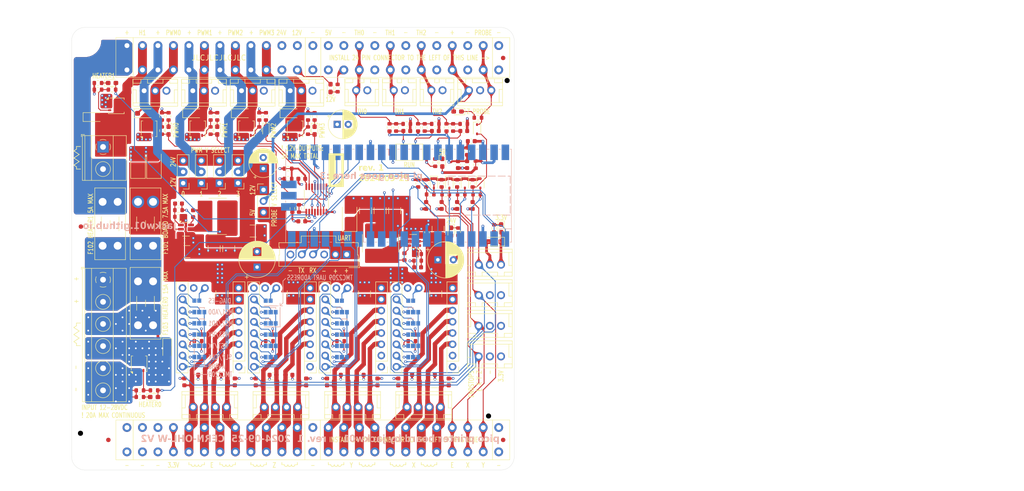
<source format=kicad_pcb>
(kicad_pcb (version 20240108) (generator "pcbnew") (generator_version "8.0")
  (layers (0 "F.Cu" signal) (1 "In1.Cu" power) (2 "In2.Cu" signal) (31 "B.Cu" signal) (34 "B.Paste" user) (35 "F.Paste" user) (36 "B.SilkS" user "B.Silkscreen") (37 "F.SilkS" user "F.Silkscreen") (38 "B.Mask" user) (39 "F.Mask" user) (44 "Edge.Cuts" user))
  (net 0 "")
  (net 1 "Net-(A201-~{RESET}{slash}TX)")
  (net 2 "GND")
  (net 3 "/M_X_STEP")
  (net 4 "+24V")
  (net 5 "Net-(A201-~{SLEEP}{slash}CLK)")
  (net 6 "/M_DRV_EN")
  (net 7 "Net-(A201-MS3{slash}RX)")
  (net 8 "Net-(A201-MS2)")
  (net 9 "+3V3")
  (net 10 "Net-(A201-MS1)")
  (net 11 "/M_X_DIR")
  (net 12 "/M_Y_STEP")
  (net 13 "Net-(A301-~{RESET}{slash}TX)")
  (net 14 "/M_Y_DIR")
  (net 15 "Net-(A301-MS3{slash}RX)")
  (net 16 "Net-(A301-MS2)")
  (net 17 "Net-(A301-MS1)")
  (net 18 "Net-(A301-~{SLEEP}{slash}CLK)")
  (net 19 "Net-(A401-MS1)")
  (net 20 "Net-(A401-MS2)")
  (net 21 "Net-(A401-MS3{slash}RX)")
  (net 22 "/M_Z_DIR")
  (net 23 "Net-(A401-~{SLEEP}{slash}CLK)")
  (net 24 "Net-(A401-~{RESET}{slash}TX)")
  (net 25 "/M_Z_STEP")
  (net 26 "Net-(A501-~{RESET}{slash}TX)")
  (net 27 "/M_E0_STEP")
  (net 28 "/M_E0_DIR")
  (net 29 "Net-(A501-MS1)")
  (net 30 "Net-(A501-MS2)")
  (net 31 "Net-(A501-~{SLEEP}{slash}CLK)")
  (net 32 "Net-(A501-MS3{slash}RX)")
  (net 33 "Net-(U101-VDD)")
  (net 34 "/PICO_ADC_VREF")
  (net 35 "/_TH_0")
  (net 36 "/_TH_1")
  (net 37 "Net-(U103-BST)")
  (net 38 "Net-(U103-SW)")
  (net 39 "+5V")
  (net 40 "Net-(U103-FB)")
  (net 41 "/_TH_2")
  (net 42 "Net-(U104-SW)")
  (net 43 "Net-(U104-BST)")
  (net 44 "+12V")
  (net 45 "Net-(U104-FB)")
  (net 48 "/PWM_0_NEG")
  (net 49 "/PWM_0_POS")
  (net 50 "/PWM_1_POS")
  (net 51 "/PWM_1_NEG")
  (net 52 "/HEATER_0_POS")
  (net 53 "/HEATER_0_NEG")
  (net 54 "/HEATER_0_G")
  (net 55 "Net-(D106-K)")
  (net 56 "Net-(D107-K)")
  (net 57 "/PWM_0_G")
  (net 58 "/PWM_1_G")
  (net 59 "Net-(D108-K)")
  (net 60 "/PWM_2_NEG")
  (net 61 "/PWM_2_POS")
  (net 62 "/PWM_3_NEG")
  (net 63 "/PWM_3_POS")
  (net 64 "/HEATER_1_NEG")
  (net 65 "/HEATER_1_POS")
  (net 66 "Net-(D112-K)")
  (net 67 "/HEATER_1_G")
  (net 68 "Net-(D113-K)")
  (net 69 "/PWM_2_G")
  (net 70 "Net-(D114-K)")
  (net 71 "/PWM_3_G")
  (net 72 "/PROBE_PWR")
  (net 73 "Net-(D118-K)")
  (net 74 "/PROBE")
  (net 75 "/ES_Z")
  (net 76 "/24V_UNFUSED")
  (net 77 "Net-(D101-K)")
  (net 78 "Net-(Q101-G)")
  (net 79 "Net-(Q102-G)")
  (net 80 "Net-(Q103-G)")
  (net 81 "Net-(Q104-G)")
  (net 82 "Net-(Q105-G)")
  (net 83 "Net-(Q106-G)")
  (net 84 "/PICO_VSYS")
  (net 85 "Net-(U101-Select)")
  (net 86 "/TH_0")
  (net 87 "/ES_X")
  (net 88 "/TH_1")
  (net 89 "/_ENDSTOP_X")
  (net 90 "/ES_Y")
  (net 91 "/_ENDSTOP_Y")
  (net 92 "/_ENDSTOP_Z")
  (net 93 "/ES_E0")
  (net 94 "/_ENDSTOP_E0")
  (net 95 "/M_DRV_RX")
  (net 96 "/M_DRV_TX")
  (net 97 "/PICO_RUN")
  (net 98 "/PWM_1")
  (net 99 "/HEATER_1")
  (net 100 "/HEATER_0")
  (net 101 "/PWM_0")
  (net 102 "/PWM_3")
  (net 103 "/PICO_AGND")
  (net 104 "/PI_UART_RX")
  (net 105 "/PI_UART_TX")
  (net 108 "/PICO_VBUS")
  (net 109 "/PWM_2")
  (net 112 "/TH_2")
  (net 113 "Net-(A201-DIAG)")
  (net 114 "Net-(A301-DIAG)")
  (net 115 "Net-(A401-DIAG)")
  (net 116 "Net-(A501-DIAG)")
  (net 121 "Net-(JP304-A)")
  (net 122 "Net-(JP305-A)")
  (net 123 "Net-(JP404-A)")
  (net 124 "Net-(JP405-A)")
  (net 125 "Net-(JP504-A)")
  (net 126 "Net-(JP505-A)")
  (net 127 "Net-(JP204-A)")
  (net 128 "Net-(JP205-A)")
  (net 129 "unconnected-(J107-Pin_3-Pad3)")
  (net 131 "/M_0_2A")
  (net 132 "/M_0_1B")
  (net 133 "/M_0_1A")
  (net 134 "/M_0_2B")
  (net 135 "/M_1_1B")
  (net 136 "/M_1_1A")
  (net 137 "/M_1_2A")
  (net 138 "/M_1_2B")
  (net 139 "/M_2_1B")
  (net 140 "/M_2_2B")
  (net 141 "/M_2_2A")
  (net 142 "/M_2_1A")
  (net 143 "/M_3_1B")
  (net 144 "/M_3_2A")
  (net 145 "/M_3_1A")
  (net 146 "/M_3_2B")
  (net 147 "Net-(D102-K)")
  (net 148 "Net-(D120-K)")
  (net 149 "Net-(D123-K)")
  (footprint "Package_SON:Diodes_PowerDI3333-8" (layer "F.Cu") (at 65.25 126 90)
    (property "Reference" "Q101" (hide yes))
    (property "Value" "BSZ021N04")
  )
  (footprint "Capacitor_SMD:C_1210_3225Metric" (layer "F.Cu") (at 82.2 100 -90)
    (property "Reference" "C122" (hide yes))
    (property "Value" "10u")
  )
  (footprint "Resistor_SMD:R_0603_1608Metric" (layer "F.Cu") (at 110.775 120.87 180)
    (property "Reference" "R302" (hide yes))
    (property "Value" "1k")
  )
  (footprint "Package_SON:Diodes_PowerDI3333-8" (layer "F.Cu") (at 78.5 72.9 90)
    (property "Reference" "Q103" (hide yes))
    (property "Value" "DMT4011LFG")
  )
  (footprint "Capacitor_SMD:C_0603_1608Metric" (layer "F.Cu") (at 86.875 130.085 -90)
    (property "Reference" "C506" (hide yes))
    (property "Value" "1n")
  )
  (footprint "Resistor_SMD:R_0603_1608Metric" (layer "F.Cu") (at 125.725 71.8)
    (property "Reference" "R127" (hide yes))
    (property "Value" "~")
  )
  (footprint "Resistor_SMD:R_0603_1608Metric" (layer "F.Cu") (at 74.15 92.785)
    (property "Reference" "R146" (hide yes))
    (property "Value" "33k")
  )
  (footprint "Capacitor_THT:CP_Radial_D8.0mm_P3.50mm" (layer "F.Cu") (at 91.9 104.152651 90)
    (property "Reference" "C107" (hide yes))
    (property "Value" "470u")
  )
  (footprint "Fiducial:Fiducial_1mm_Mask2mm" (layer "F.Cu") (at 52.1 95)
    (property "Reference" "FID103" (hide yes))
    (property "Value" "~")
  )
  (footprint "Resistor_SMD:R_0603_1608Metric" (layer "F.Cu") (at 71.9 70.1 90)
    (property "Reference" "R113" (hide yes))
    (property "Value" "10k")
  )
  (footprint "Custom:JST_XH_plus_2.54mm_01x03" (layer "F.Cu") (at 77.4 64.3)
    (property "Reference" "J104" (hide yes))
    (property "Value" "PWM_1")
  )
  (footprint "Diode_SMD:D_SOD-123F" (layer "F.Cu") (at 54.8 70.25)
    (property "Reference" "D111" (hide yes))
    (property "Value" "DSS16U")
  )
  (footprint "Resistor_SMD:R_0603_1608Metric" (layer "F.Cu") (at 130.1 85.224999 -90)
    (property "Reference" "R139" (hide yes))
    (property "Value" "10k")
  )
  (footprint "Custom:JST_XH_plus_2.54mm_01x03" (layer "F.Cu") (at 139.8 64.2)
    (property "Reference" "J121" (hide yes))
    (property "Value" "PROBE")
  )
  (footprint "Resistor_SMD:R_0603_1608Metric" (layer "F.Cu") (at 82.9 70.1 90)
    (property "Reference" "R114" (hide yes))
    (property "Value" "10k")
  )
  (footprint "Capacitor_SMD:C_0603_1608Metric" (layer "F.Cu") (at 79.375 128.485)
    (property "Reference" "C504" (hide yes))
    (property "Value" "1n")
  )
  (footprint "Fiducial:Fiducial_1mm_Mask2mm" (layer "F.Cu") (at 147.5 143.2)
    (property "Reference" "FID101" (hide yes))
    (property "Value" "~")
  )
  (footprint "Custom:BTT_TMC2209_Breakout-16_15.2x20.3mm" (layer "F.Cu") (at 119.975 126.669999 180)
    (property "Reference" "A301" (hide yes))
    (property "Value" "Stepper Driver Breakout")
  )
  (footprint "Capacitor_SMD:C_0603_1608Metric" (layer "F.Cu") (at 75.475 130.085 -90)
    (property "Reference" "C503" (hide yes))
    (property "Value" "1n")
  )
  (footprint "Custom:BTT_TMC2209_Breakout-16_15.2x20.3mm" (layer "F.Cu") (at 136.075 126.669999 180)
    (property "Reference" "A201" (hide yes))
    (property "Value" "Stepper Driver Breakout")
  )
  (footprint "LED_SMD:LED_0603_1608Metric_Pad1.05x0.95mm_HandSolder" (layer "F.Cu") (at 137.2 69 180)
    (property "Reference" "D118" (hide yes))
    (property "Value" "LED")
  )
  (footprint "Resistor_SMD:R_0603_1608Metric" (layer "F.Cu") (at 70.4 73.3 -90)
    (property "Reference" "R106" (hide yes))
    (property "Value" "1k")
  )
  (footprint "Resistor_SMD:R_0603_1608Metric" (layer "F.Cu") (at 141.8 70.4)
    (property "Reference" "R145" (hide yes))
    (property "Value" "10k")
  )
  (footprint "Custom:Molex_SL_171971-0006_1x06_P2.54mm_Vertical" (layer "F.Cu") (at 112.15 101.3 180)
    (property "Reference" "J113" (hide yes))
    (property "Value" "UART")
  )
  (footprint "Capacitor_SMD:C_1210_3225Metric" (layer "F.Cu") (at 116.399999 91.399999 90)
    (property "Reference" "C111" (hide yes))
    (property "Value" "22u")
  )
  (footprint "Capacitor_SMD:C_1210_3225Metric" (layer "F.Cu") (at 119.699998 91.4 90)
    (property "Reference" "C112" (hide yes))
    (property "Value" "22u")
  )
  (footprint "Diode_SMD:D_SMA" (layer "F.Cu") (at 68.6 80.6 90)
    (property "Reference" "D126" (hide yes))
    (property "Value" "SS24")
  )
  (footprint "Resistor_SMD:R_0603_1608Metric" (layer "F.Cu") (at 132.15 80.55 -90)
    (property "Reference" "R102" (hide yes))
    (property "Value" "2.4k")
  )
  (footprint "Diode_SMD:D_SMA" (layer "F.Cu") (at 112.799998 92.6 90)
    (property "Reference" "D117" (hide yes))
    (property "Value" "SMAJ5.0A")
  )
  (footprint "Diode_SMD:D_SMA" (layer "F.Cu") (at 65 80.6 90)
    (property "Reference" "D116" (hide yes))
    (property "Value" "SMAJ30A")
  )
  (footprint "Custom:L_Bourns_SRN8040TA" (layer "F.Cu") (at 83 92.685)
    (property "Reference" "L102" (hide yes))
    (property "Value" "10uH")
  )
  (footprint "Capacitor_SMD:C_0603_1608Metric" (layer "F.Cu") (at 91.6 130.1 -90)
    (property "Reference" "C403" (hide yes))
    (property "Value" "1n")
  )
  (footprint "Resistor_SMD:R_0603_1608Metric" (layer "F.Cu") (at 134.525 87.725)
    (property "Reference" "R130" (hide yes))
    (property "Value" "10k")
  )
  (footprint "Package_SO:TSSOP-16_4.4x5mm_P0.65mm" (layer "F.Cu") (at 105.3 88.8625 90)
    (property "Reference" "U101" (hide yes))
    (property "Value" "4504")
  )
  (footprint "Resistor_SMD:R_0603_1608Metric" (layer "F.Cu") (at 93.9 70.1 90)
    (property "Reference" "R123" (hide yes))
    (property "Value" "10k")
  )
  (footprint "Capacitor_SMD:C_1210_3225Metric" (layer "F.Cu") (at 91 96)
    (property "Reference" "C120" (hide yes))
    (property "Value" "10u")
  )
  (footprint "Resistor_SMD:R_0603_1608Metric" (layer "F.Cu") (at 104.9 70.1 90)
    (property "Reference" "R124" (hide yes))
    (property "Value" "10k")
  )
  (footprint "Connector_PinHeader_2.54mm:PinHeader_1x03_P2.54mm_Vertical" (layer "F.Cu") (at 79.3 85.175 180)
    (property "Reference" "J102" (hide yes))
    (property "Value" "2.54mm")
  )
  (footprint "Capacitor_SMD:C_0603_1608Metric" (layer "F.Cu") (at 74.15 89.8 180)
    (property "Reference" "C119" (hide yes))
    (property "Value" "12p")
  )
  (footprint "LED_SMD:LED_0603_1608Metric_Pad1.05x0.95mm_HandSolder" (layer "F.Cu") (at 135.75 96.15 -90)
    (property "Reference" "D101" (hide yes))
    (property "Value" "LED")
  )
  (footprint "Resistor_SMD:R_0603_1608Metric" (layer "F.Cu") (at 98.9 84.2)
    (property "Reference" "R147" (hide yes))
    (property "Value" "0")
  )
  (footprint "Custom:JST_XH_plus_2.54mm_01x03" (layer "F.Cu") (at 66.4 64.3)
    (property "Reference" "J103" (hide yes))
    (property "Value" "PWM_0")
  )
  (footprint "Inductor_SMD:L_1206_3216Metric" (layer "F.Cu") (at 78.675 130.485)
    (property "Reference" "RV501" (hide yes))
    (property "Value" "26V")
  )
  (footprint "Resistor_SMD:R_0603_1608Metric" (layer "F.Cu") (at 128.3 85.225 -90)
    (property "Reference" "R104" (hide yes))
    (property "Value" "10k")
  )
  (footprint "Button_Switch_SMD:SW_SPST_CK_RS282G05A3" (layer "F.Cu") (at 126.3 78.2)
    (property "Reference" "SW101" (hide yes))
    (property "Value" "PTS636 SM25 SMTR LFS")
  )
  (footprint "Diode_SMD:D_SOD-123F" (layer "F.Cu") (at 88.3 69.4)
    (property "Reference" "D109" (hide yes))
    (property "Value" "DSS16U")
  )
  (footprint "Resistor_SMD:R_0603_1608Metric" (layer "F.Cu") (at 78.55 119.374999)
    (property "Reference" "R501" (hide yes))
    (property "Value" "100")
  )
  (footprint "Resistor_SMD:R_0603_1608Metric" (layer "F.Cu") (at 128.275 72.6 90)
    (property "Reference" "R129" (hide yes))
    (property "Value" "2.4k")
  )
  (footprint "Resistor_SMD:R_0603_1608Metric" (layer "F.Cu") (at 103.4 70.1 90)
    (property "Reference" "R121" (hide yes))
    (property "Value" "22k")
  )
  (footprint "Capacitor_SMD:C_0603_1608Metric" (layer "F.Cu") (at 128.174998 104.200001)
    (property "Reference" "C110" (hide yes))
    (property "Value" "47p")
  )
  (footprint "Diode_SMD:D_SOD-123F" (layer "F.Cu") (at 71.6 122.5 -90)
    (property "Reference" "D105" (hide yes))
    (property "Value" "DSS16U")
  )
  (footprint "Resistor_SMD:R_0603_1608Metric" (layer "F.Cu") (at 131.025 87.725)
    (property "Reference" "R141" (hide yes))
    (property "Value" "10k")
  )
  (footprint "Resistor_SMD:R_0603_1608Metric" (layer "F.Cu") (at 129.775 72.6 -90)
    (property "Reference" "R131" (hide yes))
    (property "Value" "10k")
  )
  (footprint "Fiducial:Fiducial_1mm_Mask2mm" (layer "F.Cu") (at 147.5 56.9)
    (property "Reference" "FID104" (hide yes))
    (property "Value" "~")
  )
  (footprint "Custom:JLC_tooling_hole" (layer "F.Cu") (at 52 141.7)
    (property "Reference" "H103" (hide yes))
    (property "Value" "ToolingHole" (hide yes))
  )
  (footprint "Custom:JST_XH_plus_2.54mm_01x02" (layer "F.Cu") (at 114.3 64.2)
    (property "Reference" "J111" (hide yes))
    (property "Value" "TH_0")
  )
  (footprint "Capacitor_SMD:C_0603_1608Metric" (layer "F.Cu") (at 125.725 73.4)
    (property "Reference" "C106" (hide yes))
    (property "Value" "2.2u")
  )
  (footprint "Resistor_SMD:R_0603_1608Metric" (layer "F.Cu") (at 133.6 85.225 -90)
    (property "Reference" "R128" (hide yes))
    (property "Value" "10k")
  )
  (footprint "Capacitor_SMD:C_0603_1608Metric" (layer "F.Cu") (at 123.8 130.1 -90)
    (property "Reference" "C203" (hide yes))
    (property "Value" "1n")
  )
  (footprint "Capacitor_SMD:C_0603_1608Metric" (layer "F.Cu") (at 102 84.2 180)
    (property "Reference" "C102" (hide yes))
    (property "Value" "0.1u")
  )
  (footprint "Package_TO_SOT_SMD:TSOT-23-6" (layer "F.Cu") (at 75.8375 95.585)
    (property "Reference" "U104" (hide yes))
    (property "Value" "AP63300WU")
  )
  (footprint "Capacitor_SMD:C_0603_1608Metric" (layer "F.Cu") (at 119.1 130.1 -90)
    (property "Reference" "C306" (hide yes))
    (property "Value" "1n")
  )
  (footprint "Diode_SMD:D_SOD-323" (layer "F.Cu") (at 131.85 85.224998 -90)
    (property "Reference" "D125" (hide yes))
    (property "Value" "BAT46WS")
  )
  (footprint "Fiducial:Fiducial_1mm_Mask2mm" (layer "F.Cu") (at 58.3 143.2)
    (property "Reference" "FID102" (hide yes))
    (property "Value" "~")
  )
  (footprint "Custom:JST_XH_plus_2.54mm_01x03" (layer "F.Cu") (at 147 117.425 180)
    (property "Reference" "J112" (hide yes))
    (property "Value" "E_X")
  )
  (footprint "Resistor_SMD:R_0603_1608Metric" (layer "F.Cu") (at 81.4 70.1 90)
    (property "Reference" "R111" (hide yes))
    (property "Value" "22k")
  )
  (footprint "LED_SMD:LED_0603_1608Metric_Pad1.05x0.95mm_HandSolder" (layer "F.Cu") (at 104.9 73.3 -90)
    (property "Reference" "D114" (hide yes))
    (property "Value" "LED")
  )
  (footprint "Resistor_SMD:R_0603_1608Metric" (layer "F.Cu") (at 94.675 119.389999)
    (property "Reference" "R401" (hide yes))
    (property "Value" "100")
  )
  (footprint "Capacitor_THT:CP_Radial_D8.0mm_P3.50mm" (layer "F.Cu") (at 132.747349 102.5)
    (property "Reference" "C126" (hide yes))
    (property "Value" "470u")
  )
  (footprint "Capacitor_SMD:C_0603_1608Metric" (layer "F.Cu") (at 131.3 128.5 180)
    (property "Reference" "C205" (hide yes))
    (property "Value" "1n")
  )
  (footprint "LED_SMD:LED_0603_1608Metric_Pad1.05x0.95mm_HandSolder" (layer "F.Cu") (at 133.75 80.55 -90)
    (property "Reference" "D102" (hide yes))
    (property "Value" "LED")
  )
  (footprint "Capacitor_SMD:C_0603_1608Metric" (layer "F.Cu") (at 132.175 73.4)
    (property "Reference" "C108" (hide yes))
    (property "Value" "2.2u")
  )
  (footprint "Connector_PinHeader_2.54mm:PinHeader_1x03_P2.54mm_Vertical" (layer "F.Cu") (at 93.35 86.7)
    (property "Reference" "J120" (hide yes))
    (property "Value" "2.54mm")
  )
  (footprint "Resistor_SMD:R_0603_1608Metric" (layer "F.Cu") (at 138.025 87.725)
    (property "Reference" "R134" (hide yes))
    (property "Value" "10k")
  )
  (footprint "Resistor_SMD:R_0603_1608Metric" (layer "F.Cu") (at 92.4 70.1 90)
    (property "Reference" "R120" (hide yes))
    (property "Value" "22k")
  )
  (footprint "Custom:JST_XH_plus_2.54mm_01x04" (layer "F.Cu") (at 113.475 135.775 180)
    (property "Reference" "J304" (hide yes))
    (property "Value" "Motor")
  )
  (footprint "Custom:L_Bourns_SRN8040TA" (layer "F.Cu") (at 119.799999 98.775 90)
    (property "Reference" "L101" (hide yes))
    (property "Value" "10uH")
  )
  (footprint "Capacitor_SMD:C_0603_1608Metric" (layer "F.Cu") (at 138.6 73.4)
    (property "Reference" "C117" (hide yes))
    (property "Value" "2.2u")
  )
  (footprint "Connector_PinHeader_2.54mm:PinHeader_1x03_P2.54mm_Vertical" (layer "F.Cu") (at 87.6 85.16 180)
    (property "Reference" "J106" (hide yes))
    (property "Value" "2.54mm")
  )
  (footprint "Capacitor_SMD:C_1210_3225Metric" (layer "F.Cu") (at 100.075 110.2 -90)
    (property "Reference" "C401" (hide yes))
    (property "Value" "10u")
  )
  (footprint "Inductor_SMD:L_1206_3216Metric" (layer "F.Cu") (at 94.8 130.5)
    (property "Reference" "RV401" (hide yes))
    (property "Value" "26V")
  )
  (footprint "Custom:Weidmuller_1870890000_25" (layer "F.Cu") (at 146.5 145.9 180)
    (property "Reference" "J109" (hide yes))
    (property "Value" "Conn_01x25")
  )
  (footprint "Resistor_SMD:R_0603_1608Metric" (layer "F.Cu") (at 78.55 120.855 180)
    (property "Reference" "R502" (hide yes))
    (property "Value" "1k")
  )
  (footprint "Diode_SMD:D_SOD-123F" (layer "F.Cu") (at 145.6 98.4 180)
    (property "Reference" "D115" (hide yes))
    (property "Value" "GSMF3.3CA")
  )
  (footprint "Custom:JST_XH_plus_2.54mm_01x02" (layer "F.Cu") (at 122.8 64.2)
    (property "Reference" "J115" (hide yes))
    (property "Value" "TH_1")
  )
  (footprint "Capacitor_SMD:C_1210_3225Metric" (layer "F.Cu") (at 85.5 100 -90)
    (property "Reference" "C121" (hide yes))
    (property "Value" "10u")
  )
  (footprint "Capacitor_SMD:C_0603_1608Metric" (layer "F.Cu") (at 137.1 90.225 -90)
    (property "Reference" "C128" (hide yes))
    (property "Value" "0.1u")
  )
  (footprint "Resistor_SMD:R_0603_1608Metric" (layer "F.Cu") (at 81.4 73.3 -90)
    (property "Reference" "R107" (hide yes))
    (property "Value" "1k")
  )
  (footprint "Custom:JST_XH_plus_2.54mm_01x03" (layer "F.Cu") (at 147 103.6 180)
    (property "Reference" "J117" (hide yes))
    (property "Value" "E_Z")
  )
  (footprint "Resistor_SMD:R_0603_1608Metric" (layer "F.Cu") (at 55.95 62.55 180)
    (property "Reference" "R122" (hide yes))
    (property "Value" "10k")
  )
  (footprint "Capacitor_SMD:C_0603_1608Metric" (layer "F.Cu") (at 135.2 130.1 -90)
    (property "Reference" "C206" (hide yes))
    (property "Value" "1n")
  )
  (footprint "Resistor_SMD:R_0603_1608Metric" (layer "F.Cu") (at 134.7 72.6 90)
    (property "Reference" "R137" (hide yes))
    (property "Value" "2.4k")
  )
  (footprint "Capacitor_SMD:C_0603_1608Metric" (layer "F.Cu") (at 77.45 92.085 -90)
    (property "Reference" "C118" (hide yes))
    (property "Value" "0.1u")
  )
  (footprint "Resistor_SMD:R_0603_1608Metric" (layer "F.Cu") (at 140.6 85.225 -90)
    (property "Reference" "R135" (hide yes))
    (property "Value" "10k")
  )
  (footprint "Inductor_SMD:L_1206_3216Metric" (layer "F.Cu") (at 110.9 130.5)
    (property "Reference" "RV301" (hide yes))
    (property "Value" "26V")
  )
  (footprint "Connector_PinHeader_2.54mm:PinHeader_1x03_P2.54mm_Vertical" (layer "F.Cu") (at 75.2 85.175 180)
    (property "Reference" "J101" (hide yes))
    (property "Value" "2.54mm")
  )
  (footprint "Custom:JST_XH_plus_2.54mm_01x04" (layer "F.Cu") (at 81.225 135.775 180)
    (property "Reference" "J504" (hide yes))
    (property "Value" "Motor")
  )
  (footprint "Resistor_SMD:R_0603_1608Metric" (layer "F.Cu") (at 59.125 64.05)
    (property "Reference" "R116" (hide yes))
    (property "Value" "1k")
  )
  (footprint "Capacitor_SMD:C_0603_1608Metric" (layer "F.Cu") (at 103 130.1 -90)
    (property "Reference" "C406" (hide yes))
    (property "Value" "1n")
  )
  (footprint "Resistor_SMD:R_0603_1608Metric" (layer "F.Cu") (at 128.174998 101.200002 180)
    (property "Reference" "R143" (hide yes))
    (property "Value" "33k")
  )
  (footprint "Capacitor_SMD:C_0603_1608Metric" (layer "F.Cu") (at 125.2 101.8 90)
    (property "Reference" "C109" (hide yes))
    (property "Value" "0.1u")
  )
  (footprint "Capacitor_SMD:C_0603_1608Metric" (layer "F.Cu") (at 140.3 75.7)
    (property "Reference" "C103" (hide yes))
    (property "Value" "2.2u")
  )
  (footprint "Custom:JST_XH_plus_2.54mm_01x03" (layer "F.Cu") (at 88.4 64.3)
    (property "Reference" "J107" (hide yes))
    (property "Value" "PWM_2")
  )
  (footprint "Capacitor_SMD:C_1210_3225Metric" (layer "F.Cu") (at 83.95 110.185 -90)
    (property "Reference" "C501" (hide yes))
    (property "Value" "10u")
  )
  (footprint "Resistor_SMD:R_0603_1608Metric" (layer "F.Cu") (at 145.45 95.4 -90)
    (property "Reference" "R150" (hide yes))
    (property "Value" "1k")
  )
  (footprint "LED_SMD:LED_0603_1608Metric_Pad1.05x0.95mm_HandSolder" (layer "F.Cu") (at 93.9 73.3 -90)
    (property "Reference" "D113" (hide yes))
    (property "Value" "LED")
  )
  (footprint "Capacitor_SMD:C_0603_1608Metric" (layer "F.Cu") (at 75.5 98.185)
    (property "Reference" "C125" (hide yes))
    (property "Value" "0.1u")
  )
  (footprint "LED_SMD:LED_0603_1608Metric_Pad1.05x0.95mm_HandSolder" (layer "F.Cu") (at 59.125 62.55)
    (property "Reference" "D112" (hide yes))
    (property "Value" "LED")
  )
  (footprint "Capacitor_SMD:C_0603_1608Metric" (layer "F.Cu") (at 133.6 90.225 -90)
    (property "Reference" "C127" (hide yes))
    (property "Value" "0.1u")
  )
  (footprint "Diode_SMD:D_SOD-123F" (layer "F.Cu") (at 66.3 69.4)
    (property "Reference" "D103" (hide yes))
    (property "Value" "DSS16U")
  )
  (footprint "Resistor_SMD:R_0603_1608Metric" (layer "F.Cu") (at 126.875 119.389999)
    (property "Reference" "R201" (hide yes))
    (property "Value" "100")
  )
  (footprint "Custom:R_0603_1608Metric_Bridged" (layer "F.Cu") (at 101.375 90.9 -90)
    (property "Reference" "R108" (hide yes))
    (property "Value" "0")
  )
  (footprint "Capacitor_SMD:C_0603_1608Metric" (layer "F.Cu") (at 95.5 128.5)
    (property "Reference" "C404" (hide yes))
    (property "Value" "1n")
  )
  (footprint "Custom:JST_XH_plus_2.54mm_01x03" (layer "F.Cu") (at 99.4 64.3)
    (property "Reference" "J108" (hide yes))
    (property "Value" "PWM_3")
  )
  (footprint "Custom:R_0603_1608Metric_Bridged" (layer "F.Cu") (at 141.3 81 90)
    (property "Reference" "R103" (hide yes))
    (property "Value" "0")
  )
  (footprint "Resistor_SMD:R_0603_1608Metric" (layer "F.Cu") (at 110.1 63.700001 90)
    (property "Reference" "R149" (hide yes))
    (property "Value" "10k")
  )
  (footprint "Capacitor_SMD:C_0603_1608Metric" (layer "F.Cu") (at 111.6 128.5)
    (property "Reference" "C304" (hide yes))
    (property "Value" "1n")
  )
  (footprint "Custom:Weidmuller_1870890000_25" (layer "F.Cu") (at 62.5 54.1)
    (property "Reference" "J110" (hide yes))
    (property "Value" "Conn_01x25")
  )
  (footprint "Capacitor_SMD:C_0603_1608Metric" (layer "F.Cu") (at 127.7 128.5)
    (property "Reference" "C204" (hide yes))
    (property "Value" "1n")
  )
  (footprint "Inductor_SMD:L_1206_3216Metric" (layer "F.Cu") (at 99.8 130.5)
    (property "Reference" "RV402" (hide yes))
    (property "Value" "26V")
  )
  (footprint "Resistor_SMD:R_0603_1608Metric" (layer "F.Cu") (at 65.425 133.5 180)
    (property "Reference" "R112" (hide yes))
    (property "Value" "10k")
  )
  (footprint "LED_SMD:LED_0603_1608Metric_Pad1.05x0.95mm_HandSolder" (layer "F.Cu") (at 147.05 95.4 -90)
    (property "Reference" "D123" (hide yes))
    (property "Value" "LED")
  )
  (footprint "Fuse:Fuseholder_Blade_Mini_Keystone_3568" (layer "F.Cu") (at 68.4 107.37 -90)
    (property "Reference" "F103" (hide yes))
    (property "Value" "15A")
  )
  (footprint "Capacitor_SMD:C_0603_1608Metric" (layer "F.Cu") (at 140.6 90.225 -90)
    (property "Reference" "C129" (hide yes))
    (property "Value" "0.1u")
  )
  (footprint "Diode_SMD:D_SOD-123F" (layer "F.Cu") (at 77.3 69.4)
    (property "Reference" "D104" (hide yes))
    (property "Value" "DSS16U")
  )
  (footprint "Capacitor_THT:CP_Radial_D6.3mm_P2.50mm" (layer "F.Cu") (at 93.3 81.9 90)
    (property "Reference" "C123" (hide yes))
    (property "Value" "100u")
  )
  (footprint "Custom:BTT_TMC2209_Breakout-16_15.2x20.3mm" (layer "F.Cu") (at 87.75 126.654999 180)
    (property "Reference" "A501" (hide yes))
    (property "Value" "Stepper Driver Breakout")
  )
  (footprint "Capacitor_SMD:C_0603_1608Metric" (layer "F.Cu") (at 139.35 81 -90)
    (property "Reference" "C104" (hide yes))
    (property "Value" "0.1u")
  )
  (footprint "Inductor_SMD:L_1206_3216Metric" (layer "F.Cu") (at 83.675 130.485)
    (property "Reference" "RV502" (hide yes))
    (property "Value" "26V")
  )
  (footprint "LED_SMD:LED_0603_1608Metric_Pad1.05x0.95mm_HandSolder" (layer "F.Cu") (at 68.625 133.5)
    (property "Reference" "D106" (hide yes))
    (property "Value" "LED")
  )
  (footprint "Custom:JST_XH_plus_2.54mm_01x04" (layer "F.Cu") (at 129.55 135.775 180)
    (property "Reference" "J204" (hide yes))
    (property "Value" "Motor")
  )
  (footprint "Capacitor_SMD:C_0603_1608Metric" (layer "F.Cu") (at 115.2 128.5 180)
    (property "Reference" "C305" (hide yes))
    (property "Value" "1n")
  )
  (footprint "Resistor_SMD:R_0603_1608Metric" (layer "F.Cu") (at 65.425 132 180)
    (property "Reference" "R109" (hide yes))
    (property "Value" "22k")
  )
  (footprint "Custom:JST_XH_plus_2.54mm_01x02" (layer "F.Cu") (at 131.3 64.2)
    (property "Reference" "J119" (hide yes))
    (property "Value" "TH_2")
  )
  (footprint "LED_SMD:LED_0603_1608Metric_Pad1.05x0.95mm_HandSolder" (layer "F.Cu") (at 108.5 63.7 90)
    (property "Reference" "D120" (hide yes))
    (property "Value" "LED")
  )
  (footprint "Resistor_SMD:R_0603_1608Metric" (layer "F.Cu") (at 141.525 87.725)
    (property "Reference" "R136" (hide yes))
    (property "Value" "10k")
  )
  (footprint "Resistor_SMD:R_0603_1608Metric" (layer "F.Cu") (at 126.875 120.87 180)
    (property "Reference" "R202" (hide yes))
    (property "Value" "1k")
  )
  (footprint "TerminalBlock_Phoenix:TerminalBlock_Phoenix_MKDS-1,5-2_1x02_P5.00mm_Horizontal" (layer "F.Cu") (at 57.095 77 -90)
    (property "Reference" "J124" (hide yes))
    (property "Value" "Screw_Terminal_01x02")
  )
  (footprint "Resistor_SMD:R_0603_1608Metric" (layer "F.Cu") (at 138.6 71.8)
    (property "Reference" "R142" (hide yes))
    (property "Value" "~")
  )
  (footprint "Package_TO_SOT_SMD:TSOT-23-6" (layer "F.Cu") (at 127.162499 98.34 180)
    (property "Reference" "U103" (hide yes))
    (property "Value" "AP63300WU")
  )
  (footprint "Resistor_SMD:R_0603_1608Metric" (layer "F.Cu") (at 137.35 96.15 -90)
    (property "Reference" "R101" (hide yes))
    (property "Value" "22k")
  )
  (footprint "Resistor_SMD:R_0603_1608Metric" (layer "F.Cu") (at 123.325 72.6 -90)
    (property "Reference" "R126" (hide yes))
    (property "Value" "10k")
  )
  (footprint "Diode_SMD:D_SOD-123F" (layer "F.Cu") (at 99.3 69.4)
    (property "Reference" "D110" (hide yes))
    (property "Value" "DSS16U")
  )
  (footprint "Inductor_SMD:L_1206_3216Metric" (layer "F.Cu") (at 115.9 130.5)
    (property "Reference" "RV302" (hide yes))
    (property "Value" "26V")
  )
  (footprint "Capacitor_SMD:C_0603_1608Metric" (layer "F.Cu") (at 102 93.8 180)
    (property "Reference" "C101" (hide yes))
    (property "Value" "0.1u")
  )
  (footprint "Inductor_SMD:L_1206_3216Metric" (layer "F.Cu") (at 127 130.5)
    (property "Reference" "RV201" (hide yes))
    (property "Value" "26V")
  )
  (footprint "Custom:JLC_tooling_hole" (layer "F.Cu") (at 144.2 137.8)
    (property "Reference" "H102" (hide yes))
    (property "Value" "ToolingHole" (hide yes))
  )
  (footprint "Custom:MountingHole_3.2mm_M3_Mask" (layer "F.Cu") (at 53 53)
    (property "Reference" "H1" (hide yes))
    (property "Value" "MountingHole")
  )
  (footprint "Capacitor_SMD:C_0603_1608Metric" (layer "F.Cu") (at 99.1 128.5 180)
    (property "Reference" "C405" (hide yes))
    (property "Value" "1n")
  )
  (footprint "Custom:MountingHole_3.2mm_M3_Mask" (layer "F.Cu") (at 147 72)
    (property "Reference" "H2" (hide yes))
    (property "Value" "MountingHole")
  )
  (footprint "Resistor_SMD:R_0603_1608Metric" (layer "F.Cu") (at 55.95 64.05 180)
    (property "Reference" "R119" (hide yes))
    (property "Value" "22k")
  )
  (footprint "Resistor_SMD:R_0603_1608Metric" (layer "F.Cu") (at 68.625 132)
    (property "Reference" "R105" (hide yes))
    (property "Value" "1k")
  )
  (footprint "Package_SON:Diodes_PowerDI3333-8" (layer "F.Cu") (at 89.5 72.9 90)
    (property "Reference" "Q105" (hide yes))
    (property "Value" "DMT4011LFG")
  )
  (footprint "Capacitor_SMD:C_1210_3225Metric" (layer "F.Cu") (at 132.275 110.2 -90)
    (property "Reference" "C201" (hide yes))
    (property "Value" "10u")
  )
  (footprint "Package_SON:Diodes_PowerDI3333-8" (layer "F.Cu") (at 100.5 72.9 90)
    (property "Reference" "Q106" (hide yes))
    (property "Value" "DMT4011LFG")
  )
  (footprint "Custom:JST_XH_plus_2.54mm_01x03" (layer "F.Cu") (at 147 110.5 180)
    (property "Reference" "J116" (hide yes))
    (property "Value" "E_Y")
  )
  (footprint "Capacitor_SMD:C_1210_3225Metric" (layer "F.Cu") (at 76.05 100.65)
    (property "Reference" "C124" (hide yes))
    (property "Value" "10u")
  )
  (footprint "Diode_SMD:D_SOD-323" (layer "F.Cu") (at 138.85 85.225 -90)
    (property "Reference" "D121" (hide yes))
    (property "Value" "BAT46WS")
  )
  (footprint "Custom:JLC_tooling_hole" (layer "F.Cu") (at 148.4 62)
    (property "Reference" "H101" (hide yes))
    (property "Value" "ToolingHole" (hide yes))
  )
  (footprint "Resistor_SMD:R_0603_1608Metric" (layer "F.Cu") (at 99.875 90.9 90)
    (property "Reference" "R115" (hide yes))
    (property "Value" "0")
  )
  (footprint "Custom:JST_XH_plus_2.54mm_01x03" (layer "F.Cu") (at 147 124.325 180)
    (property "Reference" "J118" (hide yes))
    (property "Value" "E_E0")
  )
  (footprint "Resistor_SMD:R_0603_1608Metric" (layer "F.Cu") (at 128.174998 102.700002)
    (property "Reference" "R138" (hide yes))
    (property "Value" "180k")
  )
  (footprint "Capacitor_SMD:C_1210_3225Metric" (layer "F.Cu") (at 116.175 110.2 -90)
    (property "Reference" "C301" (hide yes))
    (property "Value" "10u")
  )
  (footprint "Inductor_SMD:L_0603_1608Metric" (layer "F.Cu") (at 139.35 78 -90)
    (property "Reference" "FB101" (hide yes))
    (property "Value" "600ohm@100MHz")
  )
  (footprint "Resistor_SMD:R_0603_1608Metric" (layer "F.Cu") (at 110.775 119.389999)
    (property "Reference" "R301" (hide yes))
    (property "Value" "100")
  )
  (footprint "LED_SMD:LED_0603_1608Metric_Pad1.05x0.95mm_HandSolder" (layer "F.Cu") (at 71.9 73.3 -90)
    (property "Reference" "D107" (hide yes))
    (property "Value" "LED")
  )
  (footprint "Resistor_SMD:R_0603_1608Metric" (layer "F.Cu") (at 121.825 72.6 90)
    (property "Reference" "R125" (hide yes))
    (property "Value" "2.4k")
  )
  (footprint "Resistor_SMD:R_0603_1608Metric" (layer "F.Cu") (at 137.1 85.225 -90)
    (property "Reference" "R132" (hide yes))
    (property "Value" "10k")
  )
  (footprint "Package_SON:Diodes_PowerDI3333-8" (layer "F.Cu") (at 60.1 67.725)
    (property "Reference" "Q104" (hide yes))
    (property "Value" "BSZ021N04")
  )
  (footprint "Diode_SMD:D_SOD-323" (layer "F.Cu") (at 135.35 85.225 -90)
    (property "Reference" "D119" (hide yes))
    (property "Value" "BAT46WS")
  )
  (footprint "Fuse:Fuseholder_Blade_Mini_Keystone_3568" (layer "F.Cu") (at 65 99.33 90)
    (property "Reference" "F101" (hide yes))
    (property "Value" "5A")
  )
  (footprint "Capacitor_SMD:C_0603_1608Metric" (layer "F.Cu") (at 107.7 130.1 -90)
    (property "Reference" "C303" (hide yes))
    (property "Value" "1n")
  )
  (footprint "Resistor_SMD:R_0603_1608Metric" (layer "F.Cu") (at 136.2 72.6 -90)
    (property "Reference" "R140" (hide yes))
    (property "Value" "10k")
  )
  (footprint "Diode_SMD:D_SOD-323" (layer "F.Cu") (at 142.35 85.225 -90)
    (property "Reference" "D122" (hide yes))
    (property "Value" "BAT46WS")
  )
  (footprint "Resistor_SMD:R_0603_1608Metric" (layer "F.Cu") (at 92.4 73.3 -90)
    (property "Reference" "R117" (hide yes))
    (property "Value" "1k")
  )
  (footprint "Custom:JST_XH_plus_2.54mm_01x04" (layer "F.Cu") (at 97.3 135.775 180)
    (property "Reference" "J404" (hide yes))
    (property "Value" "Motor")
  )
  (footprint "Diode_SMD:D_SOD-323" (layer "F.Cu") (at 141.6 73 -90)
    (property "Reference" "D124" (hide yes))
    (property "Value" "BAT46WS")
  )
  (footprint "Custom:MountingHole_3.2mm_M3_Mask" (layer "F.Cu") (at 53 147)
    (property "Reference" "H3" (hide yes))
    (property "Value" "MountingHole")
  )
  (footprint "Inductor_SMD:L_1206_3216Metric" (layer "F.Cu") (at 132 130.5)
    (property "Reference" "RV202" (hide yes))
    (property "Value" "26V")
  )
  (footprint "Custom:MountingHole_3.2mm_M3_Mask" (layer "F.Cu") (at 147 134)
    (property "Reference" "H4" (hide yes))
    (property "Value" "MountingHole")
  )
  (footprint "Capacitor_SMD:C_0603_1608Metric" (layer "F.Cu") (at 137.3 81 -90)
    (property "Reference" "C105" (hide yes))
    (property "Value" "2.2u")
  )
  (footprint "Resistor_SMD:R_0603_1608Metric" (layer "F.Cu") (at 103.4 73.3 -90)
    (property "Reference" "R118" (hide yes))
    (property "Value" "1k")
  )
  (footprint "Custom:BTT_TMC2209_Breakout-16_15.2x20.3mm" (layer "F.Cu") (at 103.875 126.669999 180)
    (property "Reference" "A401" (hide yes))
    (property "Value" "Stepper Driver Breakout")
  )
  (footprint "Capacitor_SMD:C_1210_3225Metric" (layer "F.Cu") (at 132.8 95.6 90)
    (property "Reference" "C115" (hide yes))
    (property "Value" "10u")
  )
  (footprint "Fuse:Fuseholder_Blade_Mini_Keystone_3568" (layer "F.Cu") (at 57 99.33 90)
    (property "Reference" "F102" (hide yes))
    (property "Value" "7.5A")
  )
  (footprint "Resistor_SMD:R_0603_1608Metric" (layer "F.Cu") (at 94.675 120.87 180)
    (property "Reference" "R402" (hide yes))
    (property "Value" "1k")
  )
  (footprint "Capacitor_SMD:C_0603_1608Metric" (layer "F.Cu") (at 82.975 128.485 180)
    (property "Reference" "C505" (hide yes))
    (property "Value" "1n")
  )
  (footprint "Custom:Weidmuller_LMFV_5.00_06_90" (layer "F.Cu") (at 57.1 107 -90)
    (property "Reference" "J114" (hide yes))
    (property "Value" "Screw_Terminal_01x06")
  )
  (footprint "Capacitor_SMD:C_1210_3225Metric" (layer "F.Cu") (at 122.999998 91.4 90)
    (property "Reference" "C113" (hide yes))
    (property "Value" "22u")
  )
  (footprint "Connector_PinHeader_2.54mm:PinHeader_1x03_P2.54mm_Vertical" (layer "F.Cu") (at 83.4 85.175 180)
    (property "Reference" "J105" (hide yes))
    (property "Value" "2.54mm")
  )
  (footprint "Resistor_SMD:R_0603_1608Metric" (layer "F.Cu") (at 70.4 70.1 90)
    (property "Reference" "R110" (hide yes))
    (property "Value" "22k")
  )
  (footprint "Capacitor_SMD:C_0603_1608Metric" (layer "F.Cu") (at 130.1 90.225 -90)
    (property "Reference" "C130" (hide yes))
    (property "Value" "0.1u")
  )
  (footprint "Resistor_SMD:R_0603_1608Metric" (layer "F.Cu") (at 74.15 91.285 180)
    (property "Reference" "R144" (hide yes))
    (property "Value" "470k")
  )
  (footprint "Capacitor_THT:CP_Radial_D6.3mm_P2.50mm" (layer "F.Cu") (at 110 71.9)
    (property "Reference" "C114" (hide yes))
    (property "Value" "100u")
  )
  (footprint "Custom:R_0603_1608Metric_Bridged" (layer "F.Cu") (at 98.9 81.9)
    (property "Reference" "R148" (hide yes))
    (property "Value" "0")
  )
  (footprint "Capacitor_SMD:C_0603_1608Metric" (layer "F.Cu") (at 130.3 96.3 90)
    (property "Reference" "C116" (hide yes))
    (property "Value" "0.1u")
  )
  (footprint "Package_SON:Diodes_PowerDI3333-8" (layer "F.Cu") (at 67.5 72.9 90)
    (property "Reference" "Q102" (hide yes))
    (property "Value" "DMT4011LFG")
  )
  (footprint "Resistor_SMD:R_0603_1608Metric" (layer "F.Cu") (at 132.175 71.8)
    (property "Reference" "R133" (hide yes))
    (property "Value" "~")
  )
  (footprint "LED_SMD:LED_0603_1608Metric_Pad1.05x0.95mm_HandSolder" (layer "F.Cu") (at 82.9 73.3 -90)
    (property "Reference" "D108" (hide yes))
    (property "Value" "LED")
  )
  (footprint "Custom:Bi_0603_Open" (layer "B.Cu") (at 111.075 119.41)
    (property "Reference" "JP304" (hide yes))
    (property "Value" "SolderJumper_3_Open")
  )
  (footprint "Custom:Bi_0603_Open" (layer "B.Cu") (at 78.85 121.935)
    (property "Reference" "JP505" (hide yes))
    (property "Value" "SolderJumper_3_Open")
  )
  (footprint "Custom:Bi_0603_Open" (layer "B.Cu") (at 94.975 119.41)
    (property "Reference" "JP404" (hide yes))
    (property "Value" "SolderJumper_3_Open")
  )
  (footprint "Custom:Bi_0603_Open" (layer "B.Cu") (at 78.85 119.395)
    (property "Reference" "JP504" (hide yes))
    (property "Value" "SolderJumper_3_Open")
  )
  (footprint "Custom:Jumper_0603" (layer "B.Cu") (at 110.5125 111.75)
    (property "Reference" "JP303" (hide yes))
    (property "Value" "SolderJumper_2_Open" (hide yes))
  )
  (footprint "Custom:Bi_0603_Open" (layer "B.Cu") (at 127.175 124.49)
    (property "Reference" "JP206" (hide yes))
    (property "Value" "SolderJumper_3_Open")
  )
  (footprint "Custom:Bi_0603_Open" (layer "B.Cu") (at 127.175 114.33)
    (property "Reference" "JP201" (hide yes))
    (property "Value" "SolderJumper_3_Open")
  )
  (footprint "Custom:Bi_0603_Open" (layer "B.Cu") (at 127.175 121.95)
    (property "Reference" "JP205" (hide yes))
    (property "Value" "SolderJumper_3_Open")
  )
  (footprint "Custom:Bi_0603_Open" (layer "B.Cu") (at 127.175 119.41)
    (property "Reference" "JP204" (hide yes))
    (property "Value" "SolderJumper_3_Open")
  )
  (footprint "Custom:Jumper_0603" (layer "B.Cu") (at 78.2875 111.735)
    (property "Reference" "JP503" (hide yes))
    (property "Value" "SolderJumper_2_Open" (hide yes))
  )
  (footprint "Custom:Bi_0603_Open" (layer "B.Cu") (at 111.075 124.49)
    (property "Reference" "JP306" (hide yes))
    (property "Value" "SolderJumper_3_Open")
  )
  (footprint "Custom:RPi_Pico_SMD_minimal" (layer "B.Cu") (at 123.87 88.01 90)
    (property "Reference" "U102" (hide yes))
    (property "Value" "Raspberry Pi Pico")
  )
  (footprint "Custom:Jumper_0603" (layer "B.Cu") (at 126.6125 111.75)
    (property "Reference" "JP203" (hide yes))
    (property "Value" "SolderJumper_2_Open" (hide yes))
  )
  (footprint "Custom:Bi_0603_Open" (layer "B.Cu") (at 78.85 116.855)
    (property "Reference" "JP502" (hide yes))
    (property "Value" "SolderJumper_3_Open")
  )
  (footprint "Custom:Bi_0603_Open" (layer "B.Cu") (at 78.85 114.315)
    (property "Reference" "JP501" (hide yes))
    (property "Value" "SolderJumper_3_Open")
  )
  (footprint "Custom:Bi_0603_Open" (layer "B.Cu") (at 111.075 114.33)
    (property "Reference" "JP301" (hide yes))
    (property "Value" "SolderJumper_3_Open")
  )
  (footprint "Custom:Bi_0603_Open" (layer "B.Cu") (at 111.075 116.87)
    (property "Reference" "JP302" (hide yes))
    (property "Value" "SolderJumper_3_Open")
  )
  (footprint "Custom:Bi_0603_Open" (layer "B.Cu") (at 127.175 116.87)
    (property "Reference" "JP202" (hide yes))
    (property "Value" "SolderJumper_3_Open")
  )
  (footprint "Custom:Bi_0603_Open" (layer "B.Cu") (at 94.975 121.95)
    (property "Reference" "JP405" (hide yes))
    (property "Value" "SolderJumper_3_Open")
  )
  (footprint "Custom:Bi_0603_Open" (layer "B.Cu") (at 94.975 116.87)
    (property "Reference" "JP402" (hide yes))
    (property "Value" "SolderJumper_3_Open")
  )
  (footprint "Custom:Jumper_0603" (layer "B.Cu") (at 94.4125 111.75)
    (property "Reference" "JP403" (hide yes))
    (property "Value" "SolderJumper_2_Open" (hide yes))
  )
  (footprint "Custom:Bi_0603_Open" (layer "B.Cu") (at 111.075 121.95)
    (property "Reference" "JP305" (hide yes))
    (property "Value" "SolderJumper_3_Open")
  )
  (footprint "Custom:Bi_0603_Open" (layer "B.Cu") (at 78.85 124.475)
    (property "Reference" "JP506" (hide yes))
    (property "Value" "SolderJumper_3_Open")
  )
  (footprint "Custom:Bi_0603_Open" (layer "B.Cu") (at 94.975 114.33)
    (property "Reference" "JP401" (hide yes))
    (property "Value" "SolderJumper_3_Open")
  )
  (footprint "Custom:Bi_0603_Open" (layer "B.Cu") (at 94.975 124.49)
    (property "Reference" "JP406" (hide yes))
    (property "Value" "SolderJumper_3_Open")
  )
  (gr_line (start 97.1 117.65) (end 93.55 117.65) (stroke (width 0.15)) (layer "B.SilkS"))
  (gr_line (start 80 115.85) (end 80 116.1) (stroke (width 0.15)) (layer "B.SilkS"))
  (gr_line (start 94.975 113.3) (end 96.125 113.3) (stroke (width 0.15)) (layer "B.SilkS"))
  (gr_line (start 97.75 107.3) (end 97.75 112.25) (stroke (width 0.15)) (layer "B.SilkS"))
  (gr_line (start 126.025 113.3) (end 127.175 113.3) (stroke (width 0.15)) (layer "B.SilkS"))
  (gr_line (start 97.1 112.9) (end 97.1 112.3) (stroke (width 0.15)) (layer "B.SilkS"))
  (gr_line (start 93.55 112.9) (end 96.7 112.9) (stroke (width 0.15)) (layer "B.SilkS"))
  (gr_line (start 111.05 115.85) (end 112.2 115.85) (stroke (width 0.15)) (layer "B.SilkS"))
  (gr_line (start 80.5 126.6) (end 80 126.6) (stroke (width 0.15)) (layer "B.SilkS"))
  (gr_line (start 112.2 115.85) (end 112.2 116.1) (stroke (width 0.15)) (layer "B.SilkS"))
  (gr_line (start 126.025 113.55) (end 126.025 113.3) (stroke (width 0.15)) (layer "B.SilkS"))
  (gr_line (start 97.1 112.9) (end 97.65 112.9) (stroke (width 0.15)) (layer "B.SilkS"))
  (gr_line (start 126.025 116.1) (end 126.025 115.85) (stroke (width 0.15)) (layer "B.SilkS"))
  (gr_line (start 78.85 113.3) (end 80 113.3) (stroke (width 0.15)) (layer "B.SilkS"))
  (gr_rect (start 135.1 83.6) (end 149.1 92.4) (stroke (width 0.15) (type dash)) (fill none) (layer "B.SilkS"))
  (gr_line (start 127.175 113.3) (end 127.175 113.55) (stroke (width 0.15)) (layer "B.SilkS"))
  (gr_line (start 80 126.6) (end 80 125.2) (stroke (width 0.15)) (layer "B.SilkS"))
  (gr_line (start 126.025 115.85) (end 127.175 115.85) (stroke (width 0.15)) (layer "B.SilkS"))
  (gr_line (start 96.125 113.3) (end 96.125 113.55) (stroke (width 0.15)) (layer "B.SilkS"))
  (gr_line (start 94.95 115.85) (end 94.95 116.1) (stroke (width 0.15)) (layer "B.SilkS"))
  (gr_line (start 80 113.3) (end 80 113.55) (stroke (width 0.15)) (layer "B.SilkS"))
  (gr_line (start 109.925 113.3) (end 111.075 113.3) (stroke (width 0.15)) (layer "B.SilkS"))
  (gr_line (start 93.8 116.1) (end 93.8 115.85) (stroke (width 0.15)) (layer "B.SilkS"))
  (gr_line (start 78.85 116.1) (end 78.85 115.85) (stroke (width 0.15)) (layer "B.SilkS"))
  (gr_line (start 77.7 128.4) (end 80.5 128.4) (stroke (width 0.15)) (layer "B.SilkS"))
  (gr_line (start 97.75 107.3) (end 98.35 106.7) (stroke (width 0.15)) (layer "B.SilkS"))
  (gr_line (start 97.75 112.25) (end 97.1 112.9) (stroke (width 0.15)) (layer "B.SilkS"))
  (gr_line (start 77.7 123.8) (end 77.7 122.6) (stroke (width 0.15)) (layer "B.SilkS"))
  (gr_line (start 111.075 113.3) (end 111.075 113.55) (stroke (width 0.15)) (layer "B.SilkS"))
  (gr_line (start 77.7 121.2) (end 77.7 120.1) (stroke (width 0.15)) (layer "B.SilkS"))
  (gr_line (start 77.7 128.4) (end 77.7 125.2) (stroke (width 0.15)) (layer "B.SilkS"))
  (gr_line (start 80 123.8) (end 80 122.6) (stroke (width 0.15)) (layer "B.SilkS"))
  (gr_line (start 97.1 113.25) (end 97.1 117.65) (stroke (width 0.15)) (layer "B.SilkS"))
  (gr_line (start 94.975 113.55) (end 94.975 113.3) (stroke (width 0.15)) (layer "B.SilkS"))
  (gr_line (start 127.175 115.85) (end 127.175 116.1) (stroke (width 0.15)) (layer "B.SilkS"))
  (gr_line (start 78.85 115.85) (end 80 115.85) (stroke (width 0.15)) (layer "B.SilkS"))
  (gr_line (start 109.925 113.55) (end 109.925 113.3) (stroke (width 0.15)) (layer "B.SilkS"))
  (gr_line (start 78.85 113.55) (end 78.85 113.3) (stroke (width 0.15)) (layer "B.SilkS"))
  (gr_line (start 93.8 115.85) (end 94.95 115.85) (stroke (width 0.15)) (layer "B.SilkS"))
  (gr_line (start 111.05 116.1) (end 111.05 115.85) (stroke (width 0.15)) (layer "B.SilkS"))
  (gr_arc (start 117.950001 148.8) (mid 117.55 149.2) (end 117.149999 148.8) (stroke (width 0.15)) (layer "F.SilkS"))
  (gr_line (start 125.5 148.3) (end 125.5 148.8) (stroke (width 0.15)) (layer "F.SilkS"))
  (gr_line (start 52 121.9) (end 51.1 121.9) (stroke (width 0.15)) (layer "F.SilkS"))
  (gr_line (start 132.5 148.8) (end 131.950001 148.8) (stroke (width 0.15)) (layer "F.SilkS"))
  (gr_line (start 51.7 118.6) (end 50.5 117.8) (stroke (width 0.15)) (layer "F.SilkS"))
  (gr_line (start 51.1 116.8) (end 52 116.8) (stroke (width 0.15)) (layer "F.SilkS"))
  (gr_line (start 51.1 82) (end 51.1 81.5) (stroke (width 0.15)) (layer "F.SilkS"))
  (gr_line (start 51.7 120.2) (end 50.5 119.4) (stroke (width 0.15)) (layer "F.SilkS"))
  (gr_line (start 51.1 76.9) (end 52 76.9) (stroke (width 0.15)) (layer "F.SilkS"))
  (gr_arc (start 123.350002 148.8) (mid 122.950001 149.200001) (end 122.55 148.8) (stroke (width 0.15)) (layer "F.SilkS"))
  (gr_arc (start 110.150001 148.8) (mid 109.75 149.200001) (end 109.349999 148.8) (stroke (width 0.15)) (layer "F.SilkS"))
  (gr_line (start 98.05 148.8) (end 97.5 148.8) (stroke (width 0.15)) (layer "F.SilkS"))
  (gr_line (start 125.5 148.8) (end 124.950001 148.8) (stroke (width 0.15)) (layer "F.SilkS"))
  (gr_arc (start 79.450001 148.8) (mid 79.050001 149.2) (end 78.649999 148.8) (stroke (width 0.15)) (layer "F.SilkS"))
  (gr_line (start 115 148.8) (end 114.999999 148.3) (stroke (width 0.15)) (layer "F.SilkS"))
  (gr_line (start 111.5 148.8) (end 110.950001 148.8) (stroke (width 0.15)) (layer "F.SilkS"))
  (gr_line (start 51.7 78.7) (end 50.5 79.5) (stroke (width 0.15)) (layer "F.SilkS"))
  (gr_line (start 52 82) (end 51.1 82) (stroke (width 0.15)) (layer "F.SilkS"))
  (gr_line (start 84.05 148.8) (end 83.5 148.8) (stroke (width 0.15)) (layer "F.SilkS"))
  (gr_line (start 94 148.8) (end 93.450001 148.8) (stroke (width 0.15)) (layer "F.SilkS"))
  (gr_arc (start 92.650001 148.8) (mid 92.25 149.200001) (end 91.849999 148.8) (stroke (width 0.15)) (layer "F.SilkS"))
  (gr_arc (start 124.950001 148.8) (mid 124.55 149.2) (end 124.149999 148.8) (stroke (width 0.15)) (layer "F.SilkS"))
  (gr_line (start 101 148.8) (end 100.450001 148.8) (stroke (width 0.15)) (layer "F.SilkS"))
  (gr_line (start 80 148.8) (end 79.450001 148.8) (stroke (width 0.15)) (layer "F.SilkS"))
  (gr_line (start 51.1 121.4) (end 50.5 121) (stroke (width 0.15)) (layer "F.SilkS"))
  (gr_line (start 91.05 148.8) (end 90.5 148.8) (stroke (width 0.15)) (layer "F.SilkS"))
  (gr_line (start 51.7 120.2) (end 50.5 121) (stroke (width 0.15)) (layer "F.SilkS"))
  (gr_line (start 111.5 148.3) (end 111.5 148.8) (stroke (width 0.15)) (layer "F.SilkS"))
  (gr_line (start 51.1 116.8) (end 51.1 117.4) (stroke (width 0.15)) (layer "F.SilkS"))
  (gr_arc (start 116.350002 148.8) (mid 115.950001 149.200001) (end 115.55 148.8) (stroke (width 0.15)) (layer "F.SilkS"))
  (gr_line (start 108 148.8) (end 107.999999 148.3) (stroke (width 0.15)) (layer "F.SilkS"))
  (gr_line (start 76.5 148.8) (end 76.499999 148.3) (stroke (width 0.15)) (layer "F.SilkS"))
  (gr_arc (start 84.850002 148.8) (mid 84.450001 149.200001) (end 84.05 148.8) (stroke (width 0.15)) (layer "F.SilkS"))
  (gr_line (start 83.5 148.8) (end 83.499999 148.3) (stroke (width 0.15)) (layer "F.SilkS"))
  (gr_line (start 50.5 77.9) (end 51.1 77.5) (stroke (width 0.15)) (layer "F.SilkS"))
  (gr_arc (start 131.950001 148.8) (mid 131.55 149.2) (end 131.149999 148.8) (stroke (width 0.15)) (layer "F.SilkS"))
  (gr_arc (start 93.450001 148.8) (mid 93.05 149.2) (end 92.649999 148.8) (stroke (width 0.15)) (layer "F.SilkS"))
  (gr_line (start 51.7 118.6) (end 50.5 119.4) (stroke (width 0.15)) (layer "F.SilkS"))
  (gr_line (start 51.7 80.3) (end 50.5 81.1) (stroke (width 0.15)) (layer "F.SilkS"))
  (gr_line (start 97.5 148.8) (end 97.499999 148.3) (stroke (width 0.15)) (layer "F.SilkS"))
  (gr_arc (start 117.150001 148.8) (mid 116.75 149.200001) (end 116.349999 148.8) (stroke (width 0.15)) (layer "F.SilkS"))
  (gr_arc (start 131.150001 148.8) (mid 130.75 149.200001) (end 130.349999 148.8) (stroke (width 0.15)) (layer "F.SilkS"))
  (gr_line (start 90.5 148.8) (end 90.499999 148.3) (stroke (width 0.15)) (layer "F.SilkS"))
  (gr_line (start 51.7 78.7) (end 50.5 77.9) (stroke (width 0.15)) (layer "F.SilkS"))
  (gr_line (start 87 148.3) (end 87 148.8) (stroke (width 0.15)) (layer "F.SilkS"))
  (gr_line (start 129.55 148.8) (end 129 148.8) (stroke (width 0.15)) (layer "F.SilkS"))
  (gr_line (start 132.5 148.3) (end 132.5 148.8) (stroke (width 0.15)) (layer "F.SilkS"))
  (gr_arc (start 130.350002 148.8) (mid 129.950001 149.200001) (end 129.55 148.8) (stroke (width 0.15)) (layer "F.SilkS"))
  (gr_arc (start 100.450001 148.8) (mid 100.05 149.2) (end 99.649999 148.8) (stroke (width 0.15)) (layer "F.SilkS"))
  (gr_arc (start 91.850002 148.8) (mid 91.450001 149.200001) (end 91.05 148.8) (stroke (width 0.15)) (layer "F.SilkS"))
  (gr_line (start 122 148.8) (end 121.999999 148.3) (stroke (width 0.15)) (layer "F.SilkS"))
  (gr_line (start 87 148.8) (end 86.450001 148.8) (stroke (width 0.15)) (layer "F.SilkS"))
  (gr_line (start 118.5 148.3) (end 118.5 148.8) (stroke (width 0.15)) (layer "F.SilkS"))
  (gr_arc (start 110.950001 148.8) (mid 110.55 149.2) (end 110.149999 148.8) (stroke (width 0.15)) (layer "F.SilkS"))
  (gr_line (start 51.1 81.5) (end 50.5 81.1) (stroke (width 0.15)) (layer "F.SilkS"))
  (gr_arc (start 98.850002 148.8) (mid 98.450001 149.200001) (end 98.05 148.8) (stroke (width 0.15)) (layer "F.SilkS"))
  (gr_line (start 108.55 148.8) (end 108 148.8) (stroke (width 0.15)) (layer "F.SilkS"))
  (gr_line (start 80 148.3) (end 80 148.8) (stroke (width 0.15)) (layer "F.SilkS"))
  (gr_line (start 118.5 148.8) (end 117.950001 148.8) (stroke (width 0.15)) (layer "F.SilkS"))
  (gr_line (start 94 148.3) (end 94 148.8) (stroke (width 0.15)) (layer "F.SilkS"))
  (gr_line (start 51.7 80.3) (end 50.5 79.5) (stroke (width 0.15)) (layer "F.SilkS"))
  (gr_line (start 51.1 121.9) (end 51.1 121.4) (stroke (width 0.15)) (layer "F.SilkS"))
  (gr_line (start 51.1 76.9) (end 51.1 77.5) (stroke (width 0.15)) (layer "F.SilkS"))
  (gr_arc (start 78.650001 148.8) (mid 78.25 149.200001) (end 77.849999 148.8) (stroke (width 0.15)) (layer "F.SilkS"))
  (gr_arc (start 124.150001 148.8) (mid 123.75 149.200001) (end 123.349999 148.8) (stroke (width 0.15)) (layer "F.SilkS"))
  (gr_arc (start 109.350002 148.8) (mid 108.950001 149.200001) (end 108.55 148.8) (stroke (width 0.15)) (layer "F.SilkS"))
  (gr_arc (start 86.450001 148.8) (mid 86.05 149.2) (end 85.649999 148.8) (stroke (width 0.15)) (layer "F.SilkS"))
  (gr_line (start 122.55 148.8) (end 122 148.8) (stroke (width 0.15)) (layer "F.SilkS"))
  (gr_arc (start 77.850002 148.8) (mid 77.450001 149.200001) (end 77.05 148.8) (stroke (width 0.15)) (layer "F.SilkS"))
  (gr_line (start 50.5 117.8) (end 51.1 117.4) (stroke (width 0.15)) (layer "F.SilkS"))
  (gr_line (start 115.55 148.8) (end 115 148.8) (stroke (width 0.15)) (layer "F.SilkS"))
  (gr_arc (start 85.650001 148.8) (mid 85.25 149.200001) (end 84.849999 148.8) (stroke (width 0.15)) (layer "F.SilkS"))
  (gr_arc (start 99.650001 148.8) (mid 99.25 149.200001) (end 98.849999 148.8) (stroke (width 0.15)) (layer "F.SilkS"))
  (gr_line (start 129 148.8) (end 128.999999 148.3) (stroke (width 0.15)) (layer "F.SilkS"))
  (gr_line (start 101 148.3) (end 101 148.8) (stroke (width 0.15)) (layer "F.SilkS"))
  (gr_line (start 77.05 148.8) (end 76.5 148.8) (stroke (width 0.15)) (layer "F.SilkS"))
  (gr_line (start 50 53) (end 50 147) (stroke (width 0.05)) (layer "Edge.Cuts"))
  (gr_line (start 150 147) (end 150 53) (stroke (width 0.05)) (layer "Edge.Cuts"))
  (gr_arc (start 147 50) (mid 149.12132 50.87868) (end 150 53) (stroke (width 0.05)) (layer "Edge.Cuts"))
  (gr_arc (start 150 147) (mid 149.12132 149.12132) (end 147 150) (stroke (width 0.05)) (layer "Edge.Cuts"))
  (gr_line (start 147 50) (end 53 50) (stroke (width 0.05)) (layer "Edge.Cuts"))
  (gr_arc (start 53 150) (mid 50.87868 149.12132) (end 50 147) (stroke (width 0.05)) (layer "Edge.Cuts"))
  (gr_line (start 53 150) (end 147 150) (stroke (width 0.05)) (layer "Edge.Cuts"))
  (gr_arc (start 50 53) (mid 50.87868 50.87868) (end 53 50) (stroke (width 0.05)) (layer "Edge.Cuts"))
  (gr_text "A4988\nTMC2209" (at 80.8 127.5 0) (layer "B.SilkS") (effects (font (size 1.1 0.8) (thickness 0.15) (bold yes)) (justify right mirror)))
  (gr_text "pico printer board by jackw01     rev. 1  2024-09-25  CERN-OHL-W V2" (at 146.7 143 0) (layer "B.SilkS") (effects (font (size 1.6 1.5) (thickness 0.2) (bold yes)) (justify left mirror)))
  (gr_text "MS1/AD0" (at 80.8 114.3 0) (layer "B.SilkS") (effects (font (size 1.1 0.8) (thickness 0.15) (bold yes)) (justify right mirror)))
  (gr_text "jackw01.github.io" (at 73.625 94.875 0) (layer "B.SilkS") (effects (font (size 1.6 1.5) (thickness 0.2) (bold yes)) (justify left mirror)))
  (gr_text "DIAG-ES" (at 80.8 111.8 0) (layer "B.SilkS") (effects (font (size 1.1 0.8) (thickness 0.15) (bold yes)) (justify right mirror)))
  (gr_text "MS2/AD1" (at 80.8 116.9 0) (layer "B.SilkS") (effects (font (size 1.1 0.8) (thickness 0.15) (bold yes)) (justify right mirror)))
  (gr_text "SLP/CLK" (at 80.8 124.5 0) (layer "B.SilkS") (effects (font (size 1.1 0.8) (thickness 0.15) (bold yes)) (justify right mirror)))
  (gr_text "pi pico goes here :3" (at 106 83.6 0) (layer "B.SilkS") (effects (font (size 1.5 1.5) (thickness 0.15) (bold yes)) (justify right mirror)))
  (gr_text "RST/TX" (at 80.8 122 0) (layer "B.SilkS") (effects (font (size 1.1 0.8) (thickness 0.15) (bold yes)) (justify right mirror)))
  (gr_text "TMC2209 UART ADDRESS" (at 98.55 106.55 0) (layer "B.SilkS") (effects (font (size 1.1 0.8) (thickness 0.15) (bold yes)) (justify right mirror)))
  (gr_text "MS3/RX" (at 80.8 119.4 0) (layer "B.SilkS") (effects (font (size 1.1 0.8) (thickness 0.15) (bold yes)) (justify right mirror)))
  (gr_text "+" (at 51 111.9 90) (layer "F.SilkS") (effects (font (size 1.1 0.8) (thickness 0.15) (bold yes))))
  (gr_text "5V" (at 133.75 78.1 0) (layer "F.SilkS") (effects (font (size 1.1 0.8) (thickness 0.15) (bold yes))))
  (gr_text "-" (at 104.5 51.1 0) (layer "F.SilkS") (effects (font (size 1.1 0.8) (thickness 0.15) (bold yes))))
  (gr_text "-" (at 132.5 51.1 0) (layer "F.SilkS") (effects (font (size 1.1 0.8) (thickness 0.15) (bold yes))))
  (gr_text "INSTALL 24 PIN CONNECTOR TO THE LEFT OF THIS LINE ->" (at 126.35 143.15 0) (layer "F.SilkS") (effects (font (size 1.1 0.8) (thickness 0.15) (bold yes))))
  (gr_text "PWM2\n" (at 95.6 73.3 90) (layer "F.SilkS") (effects (font (size 1.1 0.8) (thickness 0.15) (bold yes))))
  (gr_text "RX" (at 104.5 104.9 0) (layer "F.SilkS") (effects (font (size 1.1 0.8) (thickness 0.15) (bold yes))))
  (gr_text "-" (at 50.9 126.8 90) (layer "F.SilkS") (effects (font (size 1.1 0.8) (thickness 0.15) (bold yes))))
  (gr_text "24V" (at 135.75 93.65 0) (layer "F.SilkS") (effects (font (size 1.1 0.8) (thickness 0.15) (bold yes))))
  (gr_text "TX" (at 101.9 104.9 0) (layer "F.SilkS") (effects (font (size 1.1 0.8) (thickness 0.15) (bold yes))))
  (gr_text "3.3V" (at 147 128.8 90) (layer "F.SilkS") (effects (font (size 1.1 0.8) (thickness 0.15) (bold yes))))
  (gr_text "5V" (at 108 51.2 0) (layer "F.SilkS") (effects (font (size 1.1 0.8) (thickness 0.15) (bold yes))))
  (gr_text "E" (at 81.7 148.9 0) (layer "F.SilkS") (effects (font (size 1.1 0.8) (thickness 0.15) (bold yes))))
  (gr_text "TH2" (at 132.6 69 0) (layer "F.SilkS") (effects (font (size 1.1 0.8) (thickness 0.15) (bold yes))))
  (gr_text "Y" (at 113.2 148.9 0) (layer "F.SilkS") (effects (font (size 1.1 0.8) (thickness 0.15) (bold yes))))
  (gr_text "3" (at 87.6 87.6 0) (layer "F.SilkS") (effects (font (size 1.1 0.8) (thickness 0.15) (bold yes))))
  (gr_text "J" (at 109 84.95 0) (layer "F.SilkS" knockout) (effects (font (size 5 5) (thickness 1) (bold yes) (italic yes)) (justify left bottom)))
  (gr_text "PWM3" (at 94.1 51.2 0) (layer "F.SilkS") (effects (font (size 1.1 0.8) (thickness 0.15) (bold yes))))
  (gr_text "+" (at 76.6 51.1 0) (layer "F.SilkS") (effects (font (size 1.1 0.8) (thickness 0.15) (bold yes))))
  (gr_text "+" (at 136 51.1 0) (layer "F.SilkS") (effects (font (size 1.1 0.8) (thickness 0.15) (bold yes))))
  (gr_text "F103 HEATER0 15A MAX" (at 71.2 112.3 90) (layer "F.SilkS") (effects (font (size 1.1 0.8) (thickness 0.15) (bold yes))))
  (gr_text "TH1" (at 124.1 69 0) (layer "F.SilkS") (effects (font (size 1.1 0.8) (thickness 0.15) (bold yes))))
  (gr_text "+" (at 69.5 51.1 0) (layer "F.SilkS") (effects (font (size 1.1 0.8) (thickness 0.15) (bold yes))))
  (gr_text "PROBE" (at 143 51.2 0) (layer "F.SilkS") (effects (font (size 1.1 0.8) (thickness 0.15) (bold yes))))
  (gr_text "-" (at 50.9 131.8 90) (layer "F.SilkS") (effects (font (size 1.1 0.8) (thickness 0.15) (bold yes))))
  (gr_text "3.3V" (at 147.05 92.95 0) (layer "F.SilkS") (effects (font (size 1.1 0.8) (thickness 0.15) (bold yes))))
  (gr_text "12V    24V" (at 72.95 82.7 90) (layer "F.SilkS") (effects (font (size 1.1 0.8) (thickness 0.15) (bold yes))))
  (gr_text "1\n" (at 79.3 87.6 0) (layer "F.SilkS") (effects (font (size 1.1 0.8) (thickness 0.15) (bold yes))))
  (gr_text "rev. 1\n2024-09-25" (at 114.8 82.95 0) (layer "F.SilkS") (effects (font (size 1.4 1.3) (thickness 0.2) (bold yes)) (justify left)))
  (gr_text "H1" (at 66 51.2 0) (layer "F.SilkS") (effects (font (size 1.1 0.8) (thickness 0.15) (bold yes))))
  (gr_text "PWM1" (at 84.6 73.2 90) (layer "F.SilkS") (effects (font (size 1.1 0.8) (thickness 0.15) (bold yes))))
  (gr_text "-\n" (at 146.5 148.9 0) (layer "F.SilkS") (effects (font (size 1.1 0.8) (thickness 0.15) (bold yes))))
  (gr_text "F102 HEATER1 5A MAX" (at 54.3 94.4 90) (layer "F.SilkS") (effects (font (size 1.1 0.8) (thickness 0.15) (bold yes))))
  (gr_text "+" (at 109.600001 105 0) (layer "F.SilkS") (effects (font (size 1.1 0.8) (thickness 0.15) (bold yes))))
  (gr_text "-\n" (at 69.5 148.9 0) (layer "F.SilkS") (effects (font (size 1.1 0.8) (thickness 0.15) (bold yes))))
  (gr_text "+" (at 51 106.8 90) (layer "F.SilkS") (effects (font (size 1.1 0.8) (thickness 0.15) (bold yes))))
  (gr_text "-" (at 111.5 51.1 0) (layer "F.SilkS") (effects (font (size 1.1 0.8) (thickness 0.15) (bold yes))))
  (gr_text "-" (at 125.5 51.1 0) (layer "F.SilkS") (effects (font (size 1.1 0.8) (thickness 0.15) (bold yes))))
  (gr_text "TH0" (at 115.6 69 0) (layer "F.SilkS") (effects (font (size 1.1 0.8) (thickness 0.15) (bold yes))))
  (gr_text "-" (at 139.5 51.1 0) (layer "F.SilkS") (effects (font (size 1.1 0.8) (thickness 0.15) (bold yes))))
  (gr_text "PWM3" (at 106.6 73.3 90) (layer "F.SilkS") (effects (font (size 1.1 0.8) (thickness 0.15) (bold yes))))
  (gr_text "-\n" (at 62.5 148.9 0) (layer "F.SilkS") (effects (font (size 1.1 0.8) (thickness 0.15) (bold yes))))
  (gr_text "PWM1" (at 80.1 51.2 0) (layer "F.SilkS") (effects (font (size 1.1 0.8) (thickness 0.15) (bold yes))))
  (gr_text "-" (at 144.5 127.9 90) (layer "F.SilkS") (effects (font (size 1.1 0.8) (thickness 0.15) (bold yes))))
  (gr_text "-\n" (at 66 148.9 0) (layer "F.SilkS") (effects (font (size 1.1 0.8) (thickness 0.15) (bold yes))))
  (gr_text "RUN" (at 126.3 81.05 0) (layer "F.SilkS") (effects (font (size 1.1 0.8) (thickness 0.15) (bold yes))))
  (gr_text "PROBE V SELECT" (at 95.8 89.95 90) (layer "F.SilkS") (effects (font (size 1.1 0.8) (thickness 0.15) (bold yes))))
  (gr_text "X" (at 127.3 148.9 0) (layer "F.SilkS") (effects (font (size 1.1 0.8) (thickness 0.15) (bold yes))))
  (gr_text "ENDSTOPS\nE X Y Z\n" (at 141.2 127.4 90) (layer "F.SilkS") (effects (font (size 1.1 0.8) (thickness 0.15) (bold yes)) (justify right)))
  (gr_text "INSTALL 24 PIN CONNECTOR TO THE LEFT OF THIS LINE ->" (at 126.35 56.85 0) (layer "F.SilkS") (effects (font (size 1.1 0.8) (thickness 0.15) (bold yes))))
  (gr_text "-\n" (at 104.5 148.9 0) (layer "F.SilkS") (effects (font (size 1.1 0.8) (thickness 0.15) (bold yes))))
  (gr_text "+" (at 83.5 51.1 0) (layer "F.SilkS") (effects (font (size 1.1 0.8) (thickness 0.15) (bold yes))))
  (gr_text "24V" (at 97.4 51.2 0) (layer "F.SilkS") (effects (font (size 1.1 0.8) (thickness 0.15) (bold yes))))
  (gr_text "-" (at 118.5 51.1 0) (layer "F.SilkS") (effects (font (size 1.1 0.8) (thickness 0.15) (bold yes))))
  (gr_text "12V\n" (at 108.5 66.25 0) (layer "F.SilkS") (effects (font (size 1.1 0.8) (thickness 0.15) (bold yes))))
  (gr_text "5V" (at 90.9 91.85 90) (layer "F.SilkS") (effects (font (size 1.1 0.8) (thickness 0.15) (bold yes))))
  (gr_text "Z" (at 95.8 148.9 0) (layer "F.SilkS") (effects (font (size 1.1 0.8) (thickness 0.15) (bold yes))))
  (gr_text "12V" (at 100.9 51.2 0) (layer "F.SilkS") (effects (font (size 1.1 0.8) (thickness 0.15) (bold yes))))
  (gr_text "PWM0" (at 73 51.2 0) (layer "F.SilkS") (effects (font (size 1.1 0.8) (thickness 0.15) (bold yes))))
  (gr_text "PWM2" (at 87 51.2 0) (layer "F.SilkS") (effects (font (size 1.1 0.8) (thickness 0.15) (bold yes))))
  (gr_text "3.3V" (at 73 148.9 0) (layer "F.SilkS") (effects (font (size 1.1 0.8) (thickness 0.15) (bold yes))))
  (gr_text "TH2" (at 129 51.2 0) (layer "F.SilkS") (effects (font (size 1.1 0.8) (thickness 0.15) (bold yes))))
  (gr_text "-" (at 107 105 0) (layer "F.SilkS") (effects (font (size 1.1 0.8) (thickness 0.15) (bold yes))))
  (gr_text "-" (at 146.5 51.1 0) (layer "F.SilkS") (effects (font (size 1.1 0.8) (thickness 0.15) (bold yes))))
  (gr_text "E" (at 136 148.9 0) (layer "F.SilkS") (effects (font (size 1.1 0.8) (thickness 0.15) (bold yes))))
  (gr_text "0" (at 75.2 87.6 0) (layer "F.SilkS") (effects (font (size 1.1 0.8) (thickness 0.15) (bold yes))))
  (gr_text "X" (at 139.5 148.9 0) (layer "F.SilkS") (effects (font (size 1.1 0.8) (thickness 0.15) (bold yes))))
  (gr_text "INPUT 12-28VDC\n! 20A MAX CONTINUOUS" (at 52.15 136.75 0) (layer "F.SilkS") (effects (font (size 1.1 0.8) (thickness 0.15) (bold yes)) (justify left)))
  (gr_text "! 12V OUTPUTS:\n3A MAX TOTAL" (at 97.3 78.2 0) (layer "F.SilkS") (effects (font (size 1.1 0.8) (thickness 0.15) (bold yes)) (justify left)))
  (gr_text "Z PROBE" (at 141.9 69 0) (layer "F.SilkS") (effects (font (size 1.1 0.8) (thickness 0.15) (bold yes))))
  (gr_text "PWM V SELECT" (at 81.35 77.75 0) (layer "F.SilkS") (effects (font (size 1.1 0.8) (thickness 0.15) (bold yes))))
  (gr_text "12V" (at 90.9 86.75 90) (layer "F.SilkS") (effects (font (size 1.1 0.8) (thickness 0.15) (bold yes))))
  (gr_text "PWM0" (at 73.6 73.2 90) (layer "F.SilkS") (effects (font (size 1.1 0.8) (thickness 0.15) (bold yes))))
  (gr_text "JLCJLCJLCJLC" (at 77 57.55 0) (layer "F.SilkS") (effects (font (size 1.2 1.2)) (justify left bottom)))
  (gr_text "2" (at 83.4 87.6 0) (layer "F.SilkS") (effects (font (size 1.1 0.8) (thickness 0.15) (bold yes))))
  (gr_text "F101 BOARD 7.5A MAX" (at 71.2 94.4 90) (layer "F.SilkS") (effects (font (size 1.1 0.8) (thickness 0.15) (bold yes))))
  (gr_text "Y" (at 143 148.9 0) (layer "F.SilkS") (effects (font (size 1.1 0.8) (thickness 0.15) (bold yes))))
  (gr_text "HEATER1" (at 57.25 60.95 0) (layer "F.SilkS") (effects (font (size 1.1 0.8) (thickness 0.15) (bold yes))))
  (gr_text "+" (at 62.5 51.1 0) (layer "F.SilkS") (effects (font (size 1.1 0.8) (thickness 0.15) (bold yes))))
  (gr_text "UART" (at 111.6 97.6 0) (layer "F.SilkS") (effects (font (size 1.1 0.8) (thickness 0.15) (bold yes))))
  (gr_text "TH0" (at 115 51.2 0) (layer "F.SilkS") (effects (font (size 1.1 0.8) (thickness 0.15) (bold yes))))
  (gr_text "HEATER0" (at 67.725 135.2 0) (layer "F.SilkS") (effects (font (size 1.1 0.8) (thickness 0.15) (bold yes))))
  (gr_text "+" (at 90.6 51.1 0) (layer "F.SilkS") (effects (font (size 1.1 0.8) (thickness 0.15) (bold yes))))
  (gr_text "TH1" (at 122 51.2 0) (layer "F.SilkS") (effects (font (size 1.1 0.8) (thickness 0.15) (bold yes))))
  (gr_text "-" (at 99.4 104.9 0) (layer "F.SilkS") (effects (font (size 1.1 0.8) (thickness 0.15) (bold yes))))
  (gr_text "+" (at 112.1 104.9 0) (layer "F.SilkS") (effects (font (size 1.1 0.8) (thickness 0.15) (bold yes))))
  (segment (start 127.175 121.189999) (end 126.775 120.789999) (width 0.2) (layer "B.Cu") (net 1))
  (segment (start 125.115 120.789999) (end 123.375 119.049999) (width 0.2) (layer "B.Cu") (net 1))
  (segment (start 126.775 120.789999) (end 125.115 120.789999) (width 0.2) (layer "B.Cu") (net 1))
  (segment (start 127.175 121.95) (end 127.175 121.189999) (width 0.2) (layer "B.Cu") (net 1))
  (segment (start 110.825 129.475) (end 110.8 129.5) (width 0.4) (layer "F.Cu") (net 2))
  (segment (start 126.925 129.475) (end 126.9 129.5) (width 0.4) (layer "F.Cu") (net 2))
  (segment (start 139.375 73.4) (end 139.375 71.85) (width 0.6) (layer "F.Cu") (net 2))
  (segment (start 81.4 69.275) (end 82.9 69.275) (width 0.4) (layer "F.Cu") (net 2))
  (segment (start 91.6 129.325) (end 90.625 129.325) (width 0.4) (layer "F.Cu") (net 2))
  (segment (start 123.8 129.325) (end 122.825 129.325) (width 0.4) (layer "F.Cu") (net 2))
  (segment (start 137.35 96.975) (end 137.35 101.397349) (width 0.2) (layer "F.Cu") (net 2))
  (segment (start 143.75 100.7875) (end 144.5 101.5375) (width 0.6) (layer "F.Cu") (net 2))
  (segment (start 83.75 129.46) (end 83.75 128.485) (width 0.4) (layer "F.Cu") (net 2))
  (segment (start 103.4 69.275) (end 103.4 68.4) (width 0.4) (layer "F.Cu") (net 2))
  (segment (start 99.9 129.5) (end 99.875 129.475) (width 0.4) (layer "F.Cu") (net 2))
  (segment (start 75.475 129.31) (end 74.5 129.31) (width 0.4) (layer "F.Cu") (net 2))
  (segment (start 74.5 129.31) (end 74.475 129.285) (width 0.4) (layer "F.Cu") (net 2))
  (segment (start 106.725 129.325) (end 106.7 129.3) (width 0.4) (layer "F.Cu") (net 2))
  (segment (start 78.6 128.485) (end 78.6 129.46) (width 0.4) (layer "F.Cu") (net 2))
  (segment (start 143.75 98.4) (end 143.75 100.7875) (width 0.6) (layer "F.Cu") (net 2))
  (segment (start 126.5 71.85) (end 126.55 71.8) (width 0.6) (layer "F.Cu") (net 2))
  (segment (start 139.5 59.6) (end 139.65 59.75) (width 0.6) (layer "F.Cu") (net 2))
  (segment (start 139.375 71.85) (end 139.4 70.6) (width 0.6) (layer "F.Cu") (net 2))
  (segment (start 119.1 129.325) (end 120.075 129.325) (width 0.4) (layer "F.Cu") (net 2))
  (segment (start 87.85 129.31) (end 87.875 129.285) (width 0.4) (layer "F.Cu") (net 2))
  (segment (start 110.1 61) (end 111.5 59.6) (width 0.2) (layer "F.Cu") (net 2))
  (segment (start 144.6 98.4) (end 143.75 98.4) (width 0.2) (layer "F.Cu") (net 2))
  (segment (start 115.975 129.475) (end 115.975 128.5) (width 0.4) (layer "F.Cu") (net 2))
  (segment (start 130.1 91) (end 129 91) (width 0.6) (layer "F.Cu") (net 2))
  (segment (start 92.4 69.275) (end 92.4 68.4) (width 0.4) (layer "F.Cu") (net 2))
  (segment (start 110.1 62.875001) (end 110.1 61) (width 0.2) (layer "F.Cu") (net 2))
  (segment (start 94.725 129.475) (end 94.7 129.5) (width 0.4) (layer "F.Cu") (net 2))
  (segment (start 142.92 75.72) (end 141.27 75.72) (width 0.6) (layer "F.Cu") (net 2))
  (segment (start 70.4 69.275) (end 70.4 68.4) (width 0.4) (layer "F.Cu") (net 2))
  (segment (start 92.4 69.275) (end 93.9 69.275) (width 0.4) (layer "F.Cu") (net 2))
  (segment (start 126.925 128.5) (end 126.925 129.475) (width 0.4) (layer "F.Cu") (net 2))
  (segment (start 86.875 129.31) (end 87.85 129.31) (width 0.4) (layer "F.Cu") (net 2))
  (segment (start 132.075 129.475) (end 132.075 128.5) (width 0.4) (layer "F.Cu") (net 2))
  (segment (start 55.125 64.05) (end 55.125 62.55) (width 0.4) (layer "F.Cu") (net 2))
  (segment (start 94.725 128.5) (end 94.725 129.475) (width 0.4) (layer "F.Cu") (net 2))
  (segment (start 137.1 91) (end 136 91) (width 0.6) (layer "F.Cu") (net 2))
  (segment (start 100.3 93.8) (end 101.225 93.8) (width 0.4) (layer "F.Cu") (net 2))
  (segment (start 99.875 93.375) (end 99.875 91.725) (width 0.4) (layer "F.Cu") (net 2))
  (segment (start 122.825 129.325) (end 122.8 129.3) (width 0.4) (layer "F.Cu") (net 2))
  (segment (start 102 85.45) (end 101.55 85.45) (width 0.4) (layer "F.Cu") (net 2))
  (segment (start 64.6 133.5) (end 64.6 132) (width 0.2) (layer "F.Cu") (net 2))
  (segment (start 139.425 70.625) (end 139.4 70.6) (width 0.6) (layer "F.Cu") (net 2))
  (segment (start 103.975 129.325) (end 104 129.3) (width 0.4) (layer "F.Cu") (net 2))
  (segment (start 120.075 129.325) (end 120.1 129.3) (width 0.4) (layer "F.Cu") (net 2))
  (segment (start 64.6 132) (end 63.5 132) (width 0.2) (layer "F.Cu") (net 2))
  (segment (start 100.2 93.7) (end 100.3 93.8) (width 0.4) (layer "F.Cu") (net 2))
  (segment (start 136.175 129.325) (end 136.2 129.3) (width 0.4) (layer "F.Cu") (net 2))
  (segment (start 144.5 101.5375) (end 144.5 103.6) (width 0.6) (layer "F.Cu") (net 2))
  (segment (start 130.2 78.2) (end 130.2 80.5) (width 0.6) (layer "F.Cu") (net 2))
  (segment (start 138.3 81.775) (end 139.35 81.775) (width 0.4) (layer "F.Cu") (net 2))
  (segment (start 145.45 97.55) (end 144.6 98.4) (width 0.2) (layer "F.Cu") (net 2))
  (segment (start 133 73.35) (end 132.95 73.4) (width 0.6) (layer "F.Cu") (net 2))
  (segment (start 100.2 93.7) (end 99.875 93.375) (width 0.4) (layer "F.Cu") (net 2))
  (segment (start 64.6 133.5) (end 63.5 133.5) (width 0.2) (layer "F.Cu") (net 2))
  (segment (start 132.1 129.5) (end 132.075 129.475) (width 0.4) (layer "F.Cu") (net 2))
  (segment (start 90.625 129.325) (end 90.6 129.3) (width 0.4) (layer "F.Cu") (net 2))
  (segment (start 126.5 73.4) (end 126.5 71.85) (width 0.6) (layer "F.Cu") (net 2))
  (segment (start 133 71.8) (end 133 73.35) (width 0.6) (layer "F.Cu") (net 2))
  (segment (start 101.225 85.125) (end 101.225 84.2) (width 0.4) (layer "F.Cu") (net 2))
  (segment (start 133 71.8) (end 133 70.6) (width 0.6) (layer "F.Cu") (net 2))
  (segment (start 116 129.5) (end 115.975 129.475) (width 0.4) (layer "F.Cu") (net 2))
  (segment (start 70.4 69.275) (end 71.9 69.275) (width 0.4) (layer "F.Cu") (net 2))
  (segment (start 110.825 128.5) (end 110.825 129.475) (width 0.4) (layer "F.Cu") (net 2))
  (segment (start 101.55 85.45) (end 101.225 85.125) (width 0.4) (layer "F.Cu") (net 2))
  (segment (start 139.5 91) (end 140.6 91) (width 0.6) (layer "F.Cu") (net 2))
  (segment (start 131.075 81.375) (end 130.2 80.5) (width 0.2) (layer "F.Cu") (net 2))
  (segment (start 135.2 129.325) (end 136.175 129.325) (width 0.4) (layer "F.Cu") (net 2))
  (segment (start 81.4 69.275) (end 81.4 68.4) (width 0.4) (layer "F.Cu") (net 2))
  (segment (start 107.6 91.7) (end 107.575 91.725) (width 0.2) (layer "F.Cu") (net 2))
  (segment (start 141.27 75.72) (end 141.25 75.7) (width 0.6) (layer "F.Cu") (net 2))
  (segment (start 103 129.325) (end 103.975 129.325) (width 0.4) (layer "F.Cu") (net 2))
  (segment (start 83.775 129.485) (end 83.75 129.46) (width 0.4) (layer "F.Cu") (net 2))
  (segment (start 132.15 81.375) (end 131.075 81.375) (width 0.2) (layer "F.Cu") (net 2))
  (segment (start 107.7 129.325) (end 106.725 129.325) (width 0.4) (layer "F.Cu") (net 2))
  (segment (start 139.425 71.8) (end 139.425 70.625) (width 0.6) (layer "F.Cu") (net 2))
  (segment (start 103.4 69.275) (end 104.9 69.275) (width 0.4) (layer "F.Cu") (net 2))
  (segment (start 78.6 129.46) (end 78.575 129.485) (width 0.4) (layer "F.Cu") (net 2))
  (segment (start 145.45 96.225) (end 145.45 97.55) (width 0.2) (layer "F.Cu") (net 2))
  (segment (start 133.6 91) (end 132.5 91) (width 0.6) (layer "F.Cu") (net 2))
  (segment (start 138.3 81.775) (end 137.3 81.775) (width 0.6) (layer "F.Cu") (net 2))
  (segment (start 99.875 129.475) (end 99.875 128.5) (width 0.4) (layer "F.Cu") (net 2))
  (segment (start 137.35 101.397349) (end 136.247349 102.5) (width 0.2) (layer "F.Cu") (net 2))
  (segment (start 55.125 65.05) (end 55.125 64.05) (width 0.4) (layer "F.Cu") (net 2))
  (segment (start 126.55 70.65) (end 126.55 71.8) (width 0.6) (layer "F.Cu") (net 2))
  (segment (start 109.4 91.7) (end 107.6 91.7) (width 0.4) (layer "F.Cu") (net 2))
  (via (at 61.5 128.5) (size 0.8) (drill 0.4) (layers "F.Cu" "B.Cu") (net 2))
  (via (at 77.5 97.6) (size 0.6) (drill 0.3) (layers "F.Cu" "B.Cu") (net 2))
  (via (at 86.850001 100.4) (size 0.6) (drill 0.3) (layers "F.Cu" "B.Cu") (net 2))
  (via (at 108.925 114.289999) (size 0.6) (drill 0.3) (layers "F.Cu" "B.Cu") (net 2))
  (via (at 125.7 92.2) (size 0.6) (drill 0.3) (layers "F.Cu" "B.Cu") (net 2))
  (via (at 105.65 81.7) (size 0.6) (drill 0.3) (layers "F.Cu" "B.Cu") (net 2))
  (via (at 104 129.3) (size 0.6) (drill 0.3) (layers "F.Cu" "B.Cu") (net 2))
  (via (at 99.1 110.6) (size 0.6) (drill 0.3) (layers "F.Cu" "B.Cu") (net 2))
  (via (at 125.1 124.5) (size 0.6) (drill 0.3) (layers "F.Cu" "B.Cu") (net 2))
  (via (at 60 131.5) (size 0.8) (drill 0.4) (layers "F.Cu" "B.Cu") (net 2))
  (via (at 130.6 93.7) (size 0.6) (drill 0.3) (layers "F.Cu" "B.Cu") (net 2))
  (via (at 83.775 129.485) (size 0.6) (drill 0.3) (layers "F.Cu" "B.Cu") (net 2))
  (via (at 113.7 88.6) (size 0.6) (drill 0.3) (layers "F.Cu" "B.Cu") (net 2))
  (via (at 66.8 77.2) (size 0.6) (drill 0.3) (layers "F.Cu" "B.Cu") (net 2))
  (via (at 98 74.2) (size 0.6) (drill 0.3) (layers "F.Cu" "B.Cu") (net 2))
  (via (at 125.025 116.87) (size 0.6) (drill 0.3) (layers "F.Cu" "B.Cu") (net 2))
  (via (at 106.7 129.3) (size 0.6) (drill 0.3) (layers "F.Cu" "B.Cu") (net 2))
  (via (at 131.3 110.6) (size 0.6) (drill 0.3) (layers "F.Cu" "B.Cu") (net 2))
  (via (at 83.975 110.585) (size 0.6) (drill 0.3) (layers "F.Cu" "B.Cu") (net 2))
  (via (at 122.8 129.3) (size 0.6) (drill 0.3) (layers "F.Cu" "B.Cu") (net 2))
  (via (at 92.9 124.5) (size 0.6) (drill 0.3) (layers "F.Cu" "B.Cu") (net 2))
  (via (at 116.2 110.6) (size 0.6) (drill 0.3) (layers "F.Cu" "B.Cu") (net 2))
  (via (at 58.5 65.4) (size 0.6) (drill 0.3) (layers "F.Cu" "B.Cu") (net 2))
  (via (at 63.4 78.1) (size 0.6) (drill 0.3) (layers "F.Cu" "B.Cu") (net 2))
  (via (at 121.7 88.6) (size 0.6) (drill 0.3) (layers "F.Cu" "B.Cu") (net 2))
  (via (at 92.4 68.4) (size 0.6) (drill 0.3) (layers "F.Cu" "B.Cu") (net 2))
  (via (at 120.1 129.3) (size 0.6) (drill 0.3) (layers "F.Cu" "B.Cu") (net 2))
  (via (at 119.700001 88.6) (size 0.6) (drill 0.3) (layers "F.Cu" "B.Cu") (net 2))
  (via (at 65.9 75.3) (size 0.6) (drill 0.3) (layers "F.Cu" "B.Cu") (net 2))
  (via (at 63 128.5) (size 0.8) (drill 0.4) (layers "F.Cu" "B.Cu") (net 2))
  (via (at 126.9 129.5) (size 0.6) (drill 0.3) (layers "F.Cu" "B.Cu") (net 2))
  (via (at 132.3 110.6) (size 0.6) (drill 0.3) (layers "F.Cu" "B.Cu") (net 2))
  (via (at 76.775 124.485) (size 0.6) (drill 0.3) (layers "F.Cu" "B.Cu") (net 2))
  (via (at 133 70.6) (size 0.6) (drill 0.3) (layers "F.Cu" "B.Cu") (net 2))
  (via (at 132.5 91) (size 0.6) (drill 0.3) (layers "F.Cu" "B.Cu") (net 2))
  (via (at 94.7 129.5) (size 0.6) (drill 0.3) (layers "F.Cu" "B.Cu") (net 2))
  (via (at 76 75.3) (size 0.6) (drill 0.3) (layers "F.Cu" "B.Cu") (net 2))
  (via (at 92.825 116.87) (size 0.6) (drill 0.3) (layers "F.Cu" "B.Cu") (net 2))
  (via (at 125.7 95.5) (size 0.6) (drill 0.3) (layers "F.Cu" "B.Cu") (net 2))
  (via (at 142.92 75.72) (size 0.6) (drill 0.3) (layers "F.Cu" "B.Cu") (net 2))
  (via (at 126.7 95.5) (size 0.6) (drill 0.3) (layers "F.Cu" "B.Cu") (net 2))
  (via (at 109.4 91.7) (size 0.6) (drill 0.3) (layers "F.Cu" "B.Cu") (net 2))
  (via (at 61.5 133) (size 0.8) (drill 0.4) (layers "F.Cu" "B.Cu") (net 2))
  (via (at 99.9 129.5) (size 0.6) (drill 0.3) (layers "F.Cu" "B.Cu") (net 2))
  (via (at 57.7 67.9) (size 0.6) (drill 0.3) (layers "F.Cu" "B.Cu") (net 2))
  (via (at 125.025 114.289999) (size 0.6) (drill 0.3) (layers "F.Cu" "B.Cu") (net 2))
  (via (at 108.925 116.87) (size 0.6) (drill 0.3) (layers "F.Cu" "B.Cu") (net 2))
  (via (at 99.8 75.3) (size 0.6) (drill 0.3) (layers "F.Cu" "B.Cu") (net 2))
  (via (at 102 85.45) (size 0.6) (drill 0.3) (layers "F.Cu" "B.Cu") (net 2))
  (via (at 70.4 68.4) (size 0.6) (drill 0.3) (layers "F.Cu" "B.Cu") (net 2))
  (via (at 82.85 100.4) (size 0.6) (drill 0.3) (layers "F.Cu" "B.Cu") (net 2))
  (via (at 103.4 68.4) (size 0.6) (drill 0.3) (layers "F.Cu" "B.Cu") (net 2))
  (via (at 104.82 95.4) (size 0.6) (drill 0.3) (layers "F.Cu" "B.Cu") (net 2))
  (via (at 57.7 66.9) (size 0.6) (drill 0.3) (layers "F.Cu" "B.Cu") (net 2))
  (via (at 66.8 79) (size 0.6) (drill 0.3) (layers "F.Cu" "B.Cu") (net 2))
  (via (at 127.249999 100.1) (size 0.6) (drill 0.3) (layers "F.Cu" "B.Cu") (net 2))
  (via (at 56.9 65.4) (size 0.6) (drill 0.3) (layers "F.Cu" "B.Cu") (net 2))
  (via (at 64.5 128.5) (size 0.8) (drill 0.4) (layers "F.Cu" "B.Cu") (net 2))
  (via (at 60 128.5) (size 0.8) (drill 0.4) (layers "F.Cu" "B.Cu") (net 2))
  (via (at 55.125 65.05) (size 0.6) (drill 0.3) (layers "F.Cu" "B.Cu") (net 2))
  (via (at 132.1 129.5) (size 0.6) (drill 0.3) (layers "F.Cu" "B.Cu") (net 2))
  (via (at 80.85 100.4) (size 0.6) (drill 0.3) (layers "F.Cu" "B.Cu") (net 2))
  (via (at 98.9 75.3) (size 0.6) (drill 0.3) (layers "F.Cu" "B.Cu") (net 2))
  (via (at 78.85 101.2) (size 0.6) (drill 0.3) (layers "F.Cu" "B.Cu") (net 2))
  (via (at 100.1 110.6) (size 0.6) (drill 0.3) (layers "F.Cu" "B.Cu") (net 2))
  (via (at 89.7 75.3) (size 0.6) (drill 0.3) (layers "F.Cu" "B.Cu") (net 2))
  (via (at 115.7 88.6) (size 0.6) (drill 0.3) (layers "F.Cu" "B.Cu") (net 2))
  (via (at 63 131.5) (size 0.8) (drill 0.4) (layers "F.Cu" "B.Cu") (net 2))
  (via (at 93.6 95) (size 0.6) (drill 0.3) (layers "F.Cu" "B.Cu") (net 2))
  (via (at 84.85 100.4) (size 0.6) (drill 0.3) (layers "F.Cu" "B.Cu") (net 2))
  (via (at 138.3 81.775) (size 0.6) (drill 0.3) (layers "F.Cu" "B.Cu") (net 2))
  (via (at 56.9 66.4) (size 0.6) (drill 0.3) (layers "F.Cu" "B.Cu") (net 2))
  (via (at 139.5 91) (size 0.6) (drill 0.3) (layers "F.Cu" "B.Cu") (net 2))
  (via (at 63 134.5) (size 0.8) (drill 0.4) (layers "F.Cu" "B.Cu") (net 2))
  (via (at 78.575 129.485) (size 0.6) (drill 0.3) (layers "F.Cu" "B.Cu") (net 2))
  (via (at 130.2 80.5) (size 0.6) (drill 0.3) (layers "F.Cu" "B.Cu") (net 2))
  (via (at 66.8 78.1) (size 0.6) (drill 0.3) (layers "F.Cu" "B.Cu") (net 2))
  (via (at 93.6 97.000001) (size 0.6) (drill 0.3) (layers "F.Cu" "B.Cu") (net 2))
  (via (at 87.9 75.3) (size 0.6) (drill 0.3) (layers "F.Cu" "B.Cu") (net 2))
  (via (at 66.8 75.3) (size 0.6) (drill 0.3) (layers "F.Cu" "B.Cu") (net 2))
  (via (at 127.7 95.5) (size 0.6) (drill 0.3) (layers "F.Cu" "B.Cu") (net 2))
  (via (at 116 129.5) (size 0.6) (drill 0.3) (layers "F.Cu" "B.Cu") (net 2))
  (via (at 100.7 75.3) (size 0.6) (drill 0.3) (layers "F.Cu" "B.Cu") (net 2))
  (via (at 76.9 75.3) (size 0.6) (drill 0.3) (layers "F.Cu" "B.Cu") (net 2))
  (via (at 76.725 116.855) (size 0.6) (drill 0.3) (layers "F.Cu" "B.Cu") (net 2))
  (via (at 61.5 130) (size 0.8) (drill 0.4) (layers "F.Cu" "B.Cu") (net 2))
  (via (at 139.4 70.6) (size 0.6) (drill 0.3) (layers "F.Cu" "B.Cu") (net 2))
  (via (at 75.8 93.6) (size 0.6) (drill 0.3) (layers "F.Cu" "B.Cu") (net 2))
  (via (at 65 75.3) (size 0.6) (drill 0.3) (layers "F.Cu" "B.Cu") (net 2))
  (via (at 100.2 93.7) (size 0.6) (drill 0.3) (layers "F.Cu" "B.Cu") (net 2))
  (via (at 77.8 75.3) (size 0.6) (drill 0.3) (layers "F.Cu" "B.Cu") (net 2))
  (via (at 123.700001 88.6) (size 0.6) (drill 0.3) (layers "F.Cu" "B.Cu") (net 2))
  (via (at 78.7 75.3) (size 0.6) (drill 0.3) (layers "F.Cu" "B.Cu") (net 2))
  (via (at 109 124.5) (size 0.6) (drill 0.3) (layers "F.Cu" "B.Cu") (net 2))
  (via (at 142.92 94.9) (size 0.6) (drill 0.3) (layers "F.Cu" "B.Cu") (net 2))
  (via (at 110.8 129.5) (size 0.6) (drill 0.3) (layers "F.Cu" "B.Cu") (net 2))
  (via (at 65 74.2) (size 0.6) (drill 0.3) (layers "F.Cu" "B.Cu") (net 2))
  (via (at 76.725 114.289999) (size 0.6) (drill 0.3) (layers "F.Cu" "B.Cu") (net 2))
  (via (at 63.4 79) (size 0.6) (drill 0.3) (layers "F.Cu" "B.Cu") (net 2))
  (via (at 136 91) (size 0.6) (drill 0.3) (layers "F.Cu" "B.Cu") (net 2))
  (via (at 92.825 114.33) (size 0.6) (drill 0.3) (layers "F.Cu" "B.Cu") (net 2))
  (via (at 77.5 98.6) (size 0.6) (drill 0.3) (layers "F.Cu" "B.Cu") (net 2))
  (via (at 126.55 70.65) (size 0.6) (drill 0.3) (layers "F.Cu" "B.Cu") (net 2))
  (via (at 60 134.5) (size 0.8) (drill 0.4) (layers "F.Cu" "B.Cu") (net 2))
  (via (at 61.5 127) (size 0.8) (drill 0.4) (layers "F.Cu" "B.Cu") (net 2))
  (via (at 87.875 129.285) (size 0.6) (drill 0.3) (layers "F.Cu" "B.Cu") (net 2))
  (via (at 129 95.5) (size 0.6) (drill 0.3) (layers "F.Cu" "B.Cu") (net 2))
  (via (at 117.52 75.72) (size 0.6) (drill 0.3) (layers "F.Cu" "B.Cu") (net 2))
  (via (at 78.85 100.1) (size 0.6) (drill 0.3) (layers "F.Cu" "B.Cu") (net 2))
  (via (at 67.7 75.3) (size 0.6) (drill 0.3) (layers "F.Cu" "B.Cu") (net 2))
  (via (at 136.2 129.3) (size 0.6) (drill 0.3) (layers "F.Cu" "B.Cu") (net 2))
  (via (at 53.75 127) (size 0.8) (drill 0.4) (layers "F.Cu" "B.Cu") (net 2))
  (via (at 81.4 68.4) (size 0.6) (drill 0.3) (layers "F.Cu" "B.Cu") (net 2))
  (via (at 53.75 130) (size 0.8) (drill 0.4) (layers "F.Cu" "B.Cu") (net 2))
  (via (at 63.4 79.9) (size 0.6) (drill 0.3) (layers "F.Cu" "B.Cu") (net 2))
  (via (at 88.8 75.3) (size 0.6) (drill 0.3) (layers "F.Cu" "B.Cu") (net 2))
  (via (at 74.475 129.285) (size 0.6) (drill 0.3) (layers "F.Cu" "B.Cu") (net 2))
  (via (at 130.6 94.5) (size 0.6) (drill 0.3) (layers "F.Cu" "B.Cu") (net 2))
  (via (at 64.5 130) (size 0.8) (drill 0.4) (layers "F.Cu" "B.Cu") (net 2))
  (via (at 115.2 110.6) (size 0.6) (drill 0.3) (layers "F.Cu" "B.Cu") (net 2))
  (via (at 57.7 65.9) (size 0.6) (drill 0.3) (layers "F.Cu" "B.Cu") (net 2))
  (via (at 125.7 88.6) (size 0.6) (drill 0.3) (layers "F.Cu" "B.Cu") (net 2))
  (via (at 87 75.3) (size 0.6) (drill 0.3) (layers "F.Cu" "B.Cu") (net 2))
  (via (at 82.975 110.585) (size 0.6) (drill 0.3) (layers "F.Cu" "B.Cu") (net 2))
  (via (at 76 74.2) (size 0.6) (drill 0.3) (layers "F.Cu" "B.Cu") (net 2))
  (via (at 90.6 129.3) (size 0.6) (drill 0.3) (layers "F.Cu" "B.Cu") (net 2))
  (via (at 98 75.3) (size 0.6) (drill 0.3) (layers "F.Cu" "B.Cu") (net 2))
  (via (at 56.9 67.4) (size 0.6) (drill 0.3) (layers "F.Cu" "B.Cu") (net 2))
  (via (at 117.7 88.6) (size 0.6) (drill 0.3) (layers "F.Cu" "B.Cu") (net 2))
  (via (at 53.75 133) (size 0.8) (drill 0.4) (layers "F.Cu" "B.Cu") (net 2))
  (via (at 63.4 77.2) (size 0.6) (drill 0.3) (layers "F.Cu" "B.Cu") (net 2))
  (via (at 129 91) (size 0.6) (drill 0.3) (layers "F.Cu" "B.Cu") (net 2))
  (via (at 87 74.2) (size 0.6) (drill 0.3) (layers "F.Cu" "B.Cu") (net 2))
  (segment (start 109.01 124.49) (end 109 124.5) (width 0.2) (layer "B.Cu") (net 2))
  (segment (start 117.52 96.9) (end 117.7 96.72) (width 0.6) (layer "B.Cu") (net 2))
  (segment (start 108.925 114.289999) (end 108.965001 114.33) (width 0.2) (layer "B.Cu") (net 2))
  (segment (start 108.965001 114.33) (end 109.94375 114.33) (width 0.2) (layer "B.Cu") (net 2))
  (segment (start 104.82 95.4) (end 104.82 96.9) (width 0.6) (layer "B.Cu") (net 2))
  (segment (start 76.725 116.855) (end 77.71875 116.855) (width 0.2) (layer "B.Cu") (net 2))
  (segment (start 76.725 114.289999) (end 76.750001 114.315) (width 0.2) (layer "B.Cu") (net 2))
  (segment (start 125.025 116.87) (end 126.04375 116.87) (width 0.2) (layer "B.Cu") (net 2))
  (segment (start 92.825 116.87) (end 93.84375 116.87) (width 0.2) (layer "B.Cu") (net 2))
  (segment (start 92.91 124.49) (end 92.9 124.5) (width 0.2) (layer "B.Cu") (net 2))
  (segment (start 92.825 114.33) (end 93.84375 114.33) (width 0.2) (layer "B.Cu") (net 2))
  (segment (start 93.84375 124.49) (end 92.91 124.49) (width 0.2) (layer "B.Cu") (net 2))
  (segment (start 126.04375 124.49) (end 125.11 124.49) (width 0.2) (layer "B.Cu") (net 2))
  (segment (start 108.925 116.87) (end 109.94375 116.87) (width 0.2) (layer "B.Cu") (net 2))
  (segment (start 125.11 124.49) (end 125.1 124.5) (width 0.2) (layer "B.Cu") (net 2))
  (segment (start 130.22 94.88) (end 130.6 94.5) (width 0.6) (layer "B.Cu") (net 2))
  (segment (start 117.7 96.72) (end 117.7 88.6) (width 0.6) (layer "B.Cu") (net 2))
  (segment (start 76.750001 114.315) (end 77.71875 114.315) (width 0.2) (layer "B.Cu") (net 2))
  (segment (start 104.82 80.87) (end 104.82 79.12) (width 0.6) (layer "B.Cu") (net 2))
  (segment (start 117.52 75.72) (end 117.52 79.12) (width 0.6) (layer "B.Cu") (net 2))
  (segment (start 142.92 94.9) (end 142.92 96.9) (width 0.6) (layer "B.Cu") (net 2))
  (segment (start 105.65 81.7) (end 104.82 80.87) (width 0.6) (layer "B.Cu") (net 2))
  (segment (start 125.025 114.289999) (end 125.065001 114.33) (width 0.2) (layer "B.Cu") (net 2))
  (segment (start 142.92 75.72) (end 142.92 79.12) (width 0.6) (layer "B.Cu") (net 2))
  (segment (start 77.71875 124.475) (end 76.785 124.475) (width 0.2) (layer "B.Cu") (net 2))
  (segment (start 125.065001 114.33) (end 126.04375 114.33) (width 0.2) (layer "B.Cu") (net 2))
  (segment (start 76.785 124.475) (end 76.775 124.485) (width 0.2) (layer "B.Cu") (net 2))
  (segment (start 109.94375 124.49) (end 109.01 124.49) (width 0.2) (layer "B.Cu") (net 2))
  (segment (start 130.22 96.9) (end 130.22 94.88) (width 0.6) (layer "B.Cu") (net 2))
  (segment (start 123.375 124.323529) (end 125.32147 126.269999) (width 0.2) (layer "B.Cu") (net 3))
  (segment (start 130.225 107.855685) (end 125.14 102.770685) (width 0.2) (layer "B.Cu") (net 3))
  (segment (start 130.225 124.734314) (end 130.225 107.855685) (width 0.2) (layer "B.Cu") (net 3))
  (segment (start 125.14 102.770685) (end 125.14 96.9) (width 0.2) (layer "B.Cu") (net 3))
  (segment (start 128.689315 126.269999) (end 130.225 124.734314) (width 0.2) (layer "B.Cu") (net 3))
  (segment (start 123.375 124.129999) (end 123.375 124.323529) (width 0.2) (layer "B.Cu") (net 3))
  (segment (start 125.32147 126.269999) (end 128.689315 126.269999) (width 0.2) (layer "B.Cu") (net 3))
  (segment (start 129.709999 98.34) (end 130.14 98.34) (width 0.2) (layer "F.Cu") (net 4))
  (segment (start 135.75 97.024999) (end 132.850002 97.024999) (width 0.2) (layer "F.Cu") (net 4))
  (segment (start 132.850002 97.024999) (end 132.8 97.075001) (width 0.2) (layer "F.Cu") (net 4))
  (segment (start 130.14 98.34) (end 130.2 98.4) (width 0.2) (layer "F.Cu") (net 4))
  (segment (start 72.865 95.585) (end 72.85 95.6) (width 0.2) (layer "F.Cu") (net 4))
  (segment (start 74.7 95.585) (end 72.865 95.585) (width 0.2) (layer "F.Cu") (net 4))
  (segment (start 128.299999 98.34) (end 129.709999 98.34) (width 0.2) (layer "F.Cu") (net 4))
  (via (at 131.3 107.6) (size 0.6) (drill 0.3) (layers "F.Cu" "B.Cu") (net 4))
  (via (at 132.3 105.6) (size 0.6) (drill 0.3) (layers "F.Cu" "B.Cu") (net 4))
  (via (at 132.3 106.6) (size 0.6) (drill 0.3) (layers "F.Cu" "B.Cu") (net 4))
  (via (at 84 103.6) (size 0.6) (drill 0.3) (layers "F.Cu" "B.Cu") (net 4))
  (via (at 101.1 107.6) (size 0.6) (drill 0.3) (layers "F.Cu" "B.Cu") (net 4))
  (via (at 131.3 104.6) (size 0.6) (drill 0.3) (layers "F.Cu" "B.Cu") (net 4))
  (via (at 132.3 107.6) (size 0.6) (drill 0.3) (layers "F.Cu" "B.Cu") (net 4))
  (via (at 83 103.6) (size 0.6) (drill 0.3) (layers "F.Cu" "B.Cu") (net 4))
  (via (at 83 105.6) (size 0.6) (drill 0.3) (layers "F.Cu" "B.Cu") (net 4))
  (via (at 84 105.6) (size 0.6) (drill 0.3) (layers "F.Cu" "B.Cu") (net 4))
  (via (at 115.2 107.6) (size 0.6) (drill 0.3) (layers "F.Cu" "B.Cu") (net 4))
  (via (at 124.7 106.6) (size 0.6) (drill 0.3) (layers "F.Cu" "B.Cu") (net 4))
  (via (at 83 107.6) (size 0.6) (drill 0.3) (layers "F.Cu" "B.Cu") (net 4))
  (via (at 133.3 107.6) (size 0.6) (drill 0.3) (layers "F.Cu" "B.Cu") (net 4))
  (via (at 131.3 106.6) (size 0.6) (drill 0.3) (layers "F.Cu" "B.Cu") (net 4))
  (via (at 116.2 107.6) (size 0.6) (drill 0.3) (layers "F.Cu" "B.Cu") (net 4))
  (via (at 84 106.6) (size 0.6) (drill 0.3) (layers "F.Cu" "B.Cu") (net 4))
  (via (at 122.1 106.6) (size 0.6) (drill 0.3) (layers "F.Cu" "B.Cu") (net 4))
  (via (at 122.1 107.6) (size 0.6) (drill 0.3) (layers "F.Cu" "B.Cu") (net 4))
  (via (at 122.1 104.6) (size 0.6) (drill 0.3) (layers "F.Cu" "B.Cu") (net 4))
  (via (at 131.3 105.6) (size 0.6) (drill 0.3) (layers "F.Cu" "B.Cu") (net 4))
  (via (at 84 104.6) (size 0.6) (drill 0.3) (layers "F.Cu" "B.Cu") (net 4))
  (via (at 124.7 107.6) (size 0.6) (drill 0.3) (layers "F.Cu" "B.Cu") (net 4))
  (via (at 100.1 107.6) (size 0.6) (drill 0.3) (layers "F.Cu" "B.Cu") (net 4))
  (via (at 83 106.6) (size 0.6) (drill 0.3) (layers "F.Cu" "B.Cu") (net 4))
  (via (at 84 107.6) (size 0.6) (drill 0.3) (layers "F.Cu" "B.Cu") (net 4))
  (via (at 83 104.6) (size 0.6) (drill 0.3) (layers "F.Cu" "B.Cu") (net 4))
  (via (at 124.7 105.6) (size 0.6) (drill 0.3) (layers "F.Cu" "B.Cu") (net 4))
  (via (at 124.7 104.6) (size 0.6) (drill 0.3) (layers "F.Cu" "B.Cu") (net 4))
  (via (at 117.2 107.6) (size 0.6) (drill 0.3) (layers "F.Cu" "B.Cu") (net 4))
  (via (at 99.1 107.6) (size 0.6) (drill 0.3) (layers "F.Cu" "B.Cu") (net 4))
  (via (at 122.1 105.6) (size 0.6) (drill 0.3) (layers "F.Cu" "B.Cu") (net 4))
  (segment (start 126.674999 123.289999) (end 127.175 123.79) (width 0.2) (layer "B.Cu") (net 5))
  (segment (start 127.175 123.79) (end 127.175 124.49) (width 0.2) (layer "B.Cu") (net 5))
  (segment (start 125.075 123.289999) (end 126.674999 123.289999) (width 0.2) (layer "B.Cu") (net 5))
  (segment (start 123.375 121.589999) (end 125.075 123.289999) (width 0.2) (layer "B.Cu") (net 5))
  (segment (start 128.3 86.05) (end 127.05 86.05) (width 0.2) (layer "F.Cu") (net 6))
  (via (at 127.05 86.05) (size 0.6) (drill 0.3) (layers "F.Cu" "B.Cu") (net 6))
  (segment (start 123.375 108.889999) (end 123.9 108.364999) (width 0.2) (layer "B.Cu") (net 6))
  (segment (start 132.75 93.05) (end 132.75 96.89) (width 0.2) (layer "B.Cu") (net 6))
  (segment (start 126.4 93.35) (end 126.4 86.7) (width 0.2) (layer "B.Cu") (net 6))
  (segment (start 132.75 96.89) (end 132.76 96.9) (width 0.2) (layer "B.Cu") (net 6))
  (segment (start 127.05 86.05) (end 127.65 86.05) (width 0.2) (layer "B.Cu") (net 6))
  (segment (start 123.9 108.364999) (end 123.9 95.85) (width 0.2) (layer "B.Cu") (net 6))
  (segment (start 126.4 86.7) (end 127.05 86.05) (width 0.2) (layer "B.Cu") (net 6))
  (segment (start 128.25 88.55) (end 132.75 93.05) (width 0.2) (layer "B.Cu") (net 6))
  (segment (start 127.65 86.05) (end 128.25 86.65) (width 0.2) (layer "B.Cu") (net 6))
  (segment (start 128.25 86.65) (end 128.25 88.55) (width 0.2) (layer "B.Cu") (net 6))
  (segment (start 123.9 95.85) (end 126.4 93.35) (width 0.2) (layer "B.Cu") (net 6))
  (segment (start 125.055 118.189999) (end 126.675 118.189999) (width 0.2) (layer "B.Cu") (net 7))
  (segment (start 123.375 116.509999) (end 125.055 118.189999) (width 0.2) (layer "B.Cu") (net 7))
  (segment (start 127.175 118.689999) (end 127.175 119.41) (width 0.2) (layer "B.Cu") (net 7))
  (segment (start 126.675 118.189999) (end 127.175 118.689999) (width 0.2) (layer "B.Cu") (net 7))
  (segment (start 123.375 113.969999) (end 125.095 115.689999) (width 0.2) (layer "B.Cu") (net 8))
  (segment (start 126.694999 115.689999) (end 127.175 116.17) (width 0.2) (layer "B.Cu") (net 8))
  (segment (start 127.175 116.17) (end 127.175 116.87) (width 0.2) (layer "B.Cu") (net 8))
  (segment (start 125.095 115.689999) (end 126.694999 115.689999) (width 0.2) (layer "B.Cu") (net 8))
  (segment (start 103.025 92.775) (end 103.025 91.725) (width 0.2) (layer "F.Cu") (net 9))
  (segment (start 138.525 77.225) (end 139.35 77.225) (width 0.6) (layer "F.Cu") (net 9))
  (segment (start 136.075 84.4) (end 135.85 84.175) (width 0.6) (layer "F.Cu") (net 9))
  (segment (start 147 103.58) (end 147.02 103.6) (width 0.6) (layer "F.Cu") (net 9))
  (segment (start 130.1 84.399999) (end 128.300001 84.399999) (width 0.6) (layer "F.Cu") (net 9))
  (segment (start 140.6 84.4) (end 139.625 84.4) (width 0.6) (layer "F.Cu") (net 9))
  (segment (start 139.5 75.725) (end 139.525 75.7) (width 0.6) (layer "F.Cu") (net 9))
  (segment (start 138.075 84.4) (end 137.1 84.4) (width 0.6) (layer "F.Cu") (net 9))
  (segment (start 139.5 77.075) (end 139.5 75.725) (width 0.6) (layer "F.Cu") (net 9))
  (segment (start 139.35 77.225) (end 139.5 77.075) (width 0.6) (layer "F.Cu") (net 9))
  (segment (start 73 145.899999) (end 73.000001 145.9) (width 0.6) (layer "F.Cu") (net 9))
  (segment (start 134.575 84.4) (end 133.6 84.4) (width 0.6) (layer "F.Cu") (net 9))
  (segment (start 147.02 103.6) (end 147.05 103.57) (width 0.6) (layer "F.Cu") (net 9))
  (segment (start 141.6 84.4) (end 141.825 84.175) (width 0.6) (layer "F.Cu") (net 9))
  (segment (start 132.399998 84.174998) (end 132.625 84.4) (width 0.6) (layer "F.Cu") (net 9))
  (segment (start 134.8 84.175) (end 134.575 84.4) (width 0.6) (layer "F.Cu") (net 9))
  (segment (start 137.85 75.7) (end 137.85 76.55) (width 0.6) (layer "F.Cu") (net 9))
  (segment (start 137.85 76.55) (end 138.525 77.225) (width 0.6) (layer "F.Cu") (net 9))
  (segment (start 128.300001 84.399999) (end 128.3 84.4) (width 0.6) (layer "F.Cu") (net 9))
  (segment (start 139.4 84.175) (end 138.3 84.175) (width 0.6) (layer "F.Cu") (net 9))
  (segment (start 130.1 84.399999) (end 131.075 84.399999) (width 0.6) (layer "F.Cu") (net 9))
  (segment (start 102.775 93.8) (end 104.3 93.8) (width 0.4) (layer "F.Cu") (net 9))
  (segment (start 135.85 84.175) (end 134.8 84.175) (width 0.6) (layer "F.Cu") (net 9))
  (segment (start 131.075 84.399999) (end 131.300001 84.174998) (width 0.6) (layer "F.Cu") (net 9))
  (segment (start 102.775 93.025) (end 103.025 92.775) (width 0.2) (layer "F.Cu") (net 9))
  (segment (start 131.300001 84.174998) (end 132.399998 84.174998) (width 0.6) (layer "F.Cu") (net 9))
  (segment (start 73 140.4) (end 73 145.899999) (width 0.6) (layer "F.Cu") (net 9))
  (segment (start 147 98.4) (end 147 103.58) (width 0.6) (layer "F.Cu") (net 9))
  (segment (start 127.05 84.4) (end 128.3 84.4) (width 0.6) (layer "F.Cu") (net 9))
  (segment (start 137.1 84.4) (end 136.075 84.4) (width 0.6) (layer "F.Cu") (net 9))
  (segment (start 147.05 96.274999) (end 147.05 98.4) (width 0.2) (layer "F.Cu") (net 9))
  (segment (start 139.625 84.4) (end 139.4 84.175) (width 0.6) (layer "F.Cu") (net 9))
  (segment (start 132.625 84.4) (end 133.6 84.4) (width 0.6) (layer "F.Cu") (net 9))
  (segment (start 140.6 84.4) (end 141.6 84.4) (width 0.6) (layer "F.Cu") (net 9))
  (segment (start 138.3 84.175) (end 138.075 84.4) (width 0.6) (layer "F.Cu") (net 9))
  (segment (start 102.775 93.8) (end 102.775 93.025) (width 0.2) (layer "F.Cu") (net 9))
  (segment (start 103.025 91.725) (end 101.375 91.725) (width 0.2) (layer "F.Cu") (net 9))
  (segment (start 141.825 84.175) (end 142.35 84.175) (width 0.6) (layer "F.Cu") (net 9))
  (via (at 109.325 125.525) (size 0.6) (drill 0.3) (layers "F.Cu" "B.Cu") (net 9))
  (via (at 104.3 93.8) (size 0.6) (drill 0.3) (layers "F.Cu" "B.Cu") (net 9))
  (via (at 127.05 84.4) (size 0.6) (drill 0.3) (layers "F.Cu" "B.Cu") (net 9))
  (via (at 137.85 75.7) (size 0.6) (drill 0.3) (layers "F.Cu" "B.Cu") (net 9))
  (via (at 77.125 125.525) (size 0.6) (drill 0.3) (layers "F.Cu" "B.Cu") (net 9))
  (via (at 93.225 125.525) (size 0.6) (drill 0.3) (layers "F.Cu" "B.Cu") (net 9))
  (via (at 125.425 125.525) (size 0.6) (drill 0.3) (layers "F.Cu" "B.Cu") (net 9))
  (segment (start 112.2 119.41) (end 112.2 121.95) (width 0.2) (layer "B.Cu") (net 9))
  (segment (start 136.015 124.189999) (end 136.075 124.129999) (width 0.6) (layer "B.Cu") (net 9))
  (segment (start 128.3 121.95) (end 128.3 124.49) (width 0.2) (layer "B.Cu") (net 9))
  (segment (start 77.125 125.525) (end 79.63125 125.525) (width 0.2) (layer "B.Cu") (net 9))
  (segment (start 128.30625 125.19) (end 128.30625 124.49) (width 0.2) (layer "B.Cu") (net 9))
  (segment (start 112.20625 125.19) (end 112.20625 124.49) (width 0.2) (layer "B.Cu") (net 9))
  (segment (start 112.2 116.87) (end 112.2 119.41) (width 0.2) (layer "B.Cu") (net 9))
  (segment (start 112.2 114.33) (end 112.2 116.87) (width 0.2) (layer "B.Cu") (net 9))
  (segment (start 96.1 119.41) (end 96.1 121.95) (width 0.2) (layer "B.Cu") (net 9))
  (segment (start 127.97125 125.525) (end 128.30625 125.19) (width 0.2) (layer "B.Cu") (net 9))
  (segment (start 128.3 119.41) (end 128.3 121.95) (width 0.2) (layer "B.Cu") (net 9))
  (segment (start 112.2 121.95) (end 112.2 124.49) (width 0.2) (layer "B.Cu") (net 9))
  (segment (start 79.98125 125.175) (end 79.98125 124.475) (width 0.2) (layer "B.Cu") (net 9))
  (segment (start 96.10625 125.19) (end 96.10625 124.49) (width 0.2) (layer "B.Cu") (net 9))
  (segment (start 109.325 125.525) (end 111.87125 125.525) (width 0.2) (layer "B.Cu") (net 9))
  (segment (start 96.1 121.95) (end 96.1 124.49) (width 0.2) (layer "B.Cu") (net 9))
  (segment (start 93.225 125.525) (end 95.77125 125.525) (width 0.2) (layer "B.Cu") (net 9))
  (segment (start 79.63125 125.525) (end 79.98125 125.175) (width 0.2) (layer "B.Cu") (net 9))
  (segment (start 96.1 114.33) (end 96.1 116.87) (width 0.2) (layer "B.Cu") (net 9))
  (segment (start 79.975 114.315) (end 79.975 124.475) (width 0.2) (layer "B.Cu") (net 9))
  (segment (start 96.1 116.87) (end 96.1 119.41) (width 0.2) (layer "B.Cu") (net 9))
  (segment (start 137.85 75.7) (end 137.84 75.71) (width 0.6) (layer "B.Cu") (net 9))
  (segment (start 95.77125 125.525) (end 96.10625 125.19) (width 0.2) (layer "B.Cu") (net 9))
  (segment (start 111.87125 125.525) (end 112.20625 125.19) (width 0.2) (layer "B.Cu") (net 9))
  (segment (start 125.425 125.525) (end 127.97125 125.525) (width 0.2) (layer "B.Cu") (net 9))
  (segment (start 137.84 75.71) (end 137.84 79.12) (width 0.6) (layer "B.Cu") (net 9))
  (segment (start 128.3 116.87) (end 128.3 119.41) (width 0.2) (layer "B.Cu") (net 9))
  (segment (start 128.3 114.33) (end 128.3 116.87) (width 0.2) (layer "B.Cu") (net 9))
  (segment (start 126.775 113.189999) (end 127.175 113.589999) (width 0.2) (layer "B.Cu") (net 10))
  (segment (start 127.175 113.589999) (end 127.175 114.33) (width 0.2) (layer "B.Cu") (net 10))
  (segment (start 125.135 113.189999) (end 126.775 113.189999) (width 0.2) (layer "B.Cu") (net 10))
  (segment (start 123.375 111.429999) (end 125.135 113.189999) (width 0.2) (layer "B.Cu") (net 10))
  (segment (start 127.68 96.9) (end 127.95 97.17) (width 0.2) (layer "B.Cu") (net 11))
  (segment (start 128.855001 126.669999) (end 123.375 126.669999) (width 0.2) (layer "B.Cu") (net 11))
  (segment (start 127.95 105.014999) (end 130.625 107.689999) (width 0.2) (layer "B.Cu") (net 11))
  (segment (start 127.95 97.17) (end 127.95 105.014999) (width 0.2) (layer "B.Cu") (net 11))
  (segment (start 130.625 124.9) (end 128.855001 126.669999) (width 0.2) (layer "B.Cu") (net 11))
  (segment (start 130.625 107.689999) (end 130.625 124.9) (width 0.2) (layer "B.Cu") (net 11))
  (segment (start 109.226471 126.275) (end 107.275 124.323529) (width 0.2) (layer "B.Cu") (net 12))
  (segment (start 112.44 96.9) (end 112.44 98.74) (width 0.2) (layer "B.Cu") (net 12))
  (segment (start 107.275 124.323529) (end 107.275 124.129999) (width 0.2) (layer "B.Cu") (net 12))
  (segment (start 112.44 98.74) (end 114.025 100.325) (width 0.2) (layer "B.Cu") (net 12))
  (segment (start 114.025 100.325) (end 114.025 124.909314) (width 0.2) (layer "B.Cu") (net 12))
  (segment (start 114.025 124.909314) (end 112.659314 126.275) (width 0.2) (layer "B.Cu") (net 12))
  (segment (start 112.659314 126.275) (end 109.226471 126.275) (width 0.2) (layer "B.Cu") (net 12))
  (segment (start 111.075 121.189999) (end 110.675 120.789999) (width 0.2) (layer "B.Cu") (net 13))
  (segment (start 110.675 120.789999) (end 109.015 120.789999) (width 0.2) (layer "B.Cu") (net 13))
  (segment (start 111.075 121.95) (end 111.075 121.189999) (width 0.2) (layer "B.Cu") (net 13))
  (segment (start 109.015 120.789999) (end 107.275 119.049999) (width 0.2) (layer "B.Cu") (net 13))
  (segment (start 107.280001 126.675) (end 107.275 126.669999) (width 0.2) (layer "B.Cu") (net 14))
  (segment (start 114.98 98.705) (end 114.425 99.26) (width 0.2) (layer "B.Cu") (net 14))
  (segment (start 114.425 125.075) (end 112.825 126.675) (width 0.2) (layer "B.Cu") (net 14))
  (segment (start 112.825 126.675) (end 107.280001 126.675) (width 0.2) (layer "B.Cu") (net 14))
  (segment (start 114.98 96.9) (end 114.98 98.705) (width 0.2) (layer "B.Cu") (net 14))
  (segment (start 114.425 99.26) (end 114.425 125.075) (width 0.2) (layer "B.Cu") (net 14))
  (segment (start 107.275 116.509999) (end 108.955 118.189999) (width 0.2) (layer "B.Cu") (net 15))
  (segment (start 110.575 118.189999) (end 111.075 118.689999) (width 0.2) (layer "B.Cu") (net 15))
  (segment (start 108.955 118.189999) (end 110.575 118.189999) (width 0.2) (layer "B.Cu") (net 15))
  (segment (start 111.075 118.689999) (end 111.075 119.41) (width 0.2) (layer "B.Cu") (net 15))
  (segment (start 110.594999 115.689999) (end 111.075 116.17) (width 0.2) (layer "B.Cu") (net 16))
  (segment (start 111.075 116.17) (end 111.075 116.87) (width 0.2) (layer "B.Cu") (net 16))
  (segment (start 107.275 113.969999) (end 108.995 115.689999) (width 0.2) (layer "B.Cu") (net 16))
  (segment (start 108.995 115.689999) (end 110.594999 115.689999) (width 0.2) (layer "B.Cu") (net 16))
  (segment (start 111.075 113.589999) (end 111.075 114.33) (width 0.2) (layer "B.Cu") (net 17))
  (segment (start 110.675 113.189999) (end 111.075 113.589999) (width 0.2) (layer "B.Cu") (net 17))
  (segment (start 109.035 113.189999) (end 110.675 113.189999) (width 0.2) (layer "B.Cu") (net 17))
  (segment (start 107.275 111.429999) (end 109.035 113.189999) (width 0.2) (layer "B.Cu") (net 17))
  (segment (start 107.275 121.589999) (end 108.975 123.289999) (width 0.2) (layer "B.Cu") (net 18))
  (segment (start 108.975 123.289999) (end 110.574999 123.289999) (width 0.2) (layer "B.Cu") (net 18))
  (segment (start 110.574999 123.289999) (end 111.075 123.79) (width 0.2) (layer "B.Cu") (net 18))
  (segment (start 111.075 123.79) (end 111.075 124.49) (width 0.2) (layer "B.Cu") (net 18))
  (segment (start 94.975 113.589999) (end 94.975 114.33) (width 0.2) (layer "B.Cu") (net 19))
  (segment (start 94.575 113.189999) (end 94.975 113.589999) (width 0.2) (layer "B.Cu") (net 19))
  (segment (start 92.935 113.189999) (end 94.575 113.189999) (width 0.2) (layer "B.Cu") (net 19))
  (segment (start 91.175 111.429999) (end 92.935 113.189999) (width 0.2) (layer "B.Cu") (net 19))
  (segment (start 94.975 116.17) (end 94.975 116.87) (width 0.2) (layer "B.Cu") (net 20))
  (segment (start 91.175 113.969999) (end 92.895 115.689999) (width 0.2) (layer "B.Cu") (net 20))
  (segment (start 92.895 115.689999) (end 94.494999 115.689999) (width 0.2) (layer "B.Cu") (net 20))
  (segment (start 94.494999 115.689999) (end 94.975 116.17) (width 0.2) (layer "B.Cu") (net 20))
  (segment (start 91.175 116.509999) (end 92.855 118.189999) (width 0.2) (layer "B.Cu") (net 21))
  (segment (start 92.855 118.189999) (end 94.475 118.189999) (width 0.2) (layer "B.Cu") (net 21))
  (segment (start 94.475 118.189999) (end 94.975 118.689999) (width 0.2) (layer "B.Cu") (net 21))
  (segment (start 94.975 118.689999) (end 94.975 119.41) (width 0.2) (layer "B.Cu") (net 21))
  (segment (start 110.875 99.575) (end 109.9 98.6) (width 0.2) (layer "B.Cu") (net 22))
  (segment (start 91.175 126.669999) (end 96.680001 126.669999) (width 0.2) (layer "B.Cu") (net 22))
  (segment (start 109.9 98.6) (end 109.9 96.9) (width 0.2) (layer "B.Cu") (net 22))
  (segment (start 110.875 101.93) (end 110.875 99.575) (width 0.2) (layer "B.Cu") (net 22))
  (segment (start 110.155 102.65) (end 110.875 101.93) (width 0.2) (layer "B.Cu") (net 22))
  (segment (start 108.265686 102.65) (end 110.155 102.65) (width 0.2) (layer "B.Cu") (net 22))
  (segment (start 101.725 109.190686) (end 108.265686 102.65) (width 0.2) (layer "B.Cu") (net 22))
  (segment (start 96.680001 126.669999) (end 101.725 121.625) (width 0.2) (layer "B.Cu") (net 22))
  (segment (start 101.725 121.625) (end 101.725 109.190686) (width 0.2) (layer "B.Cu") (net 22))
  (segment (start 92.875 123.289999) (end 94.474999 123.289999) (width 0.2) (layer "B.Cu") (net 23))
  (segment (start 91.175 121.589999) (end 92.875 123.289999) (width 0.2) (layer "B.Cu") (net 23))
  (segment (start 94.474999 123.289999) (end 94.975 123.79) (width 0.2) (layer "B.Cu") (net 23))
  (segment (start 94.975 123.79) (end 94.975 124.49) (width 0.2) (layer "B.Cu") (net 23))
  (segment (start 94.575 120.789999) (end 92.915 120.789999) (width 0.2) (layer "B.Cu") (net 24))
  (segment (start 94.975 121.189999) (end 94.575 120.789999) (width 0.2) (layer "B.Cu") (net 24))
  (segment (start 92.915 120.789999) (end 91.175 119.049999) (width 0.2) (layer "B.Cu") (net 24))
  (segment (start 94.975 121.95) (end 94.975 121.189999) (width 0.2) (layer "B.Cu") (net 24))
  (segment (start 93.119999 126.269999) (end 96.514315 126.269999) (width 0.2) (layer "B.Cu") (net 25))
  (segment (start 91.175 124.325) (end 93.119999 126.269999) (width 0.2) (layer "B.Cu") (net 25))
  (segment (start 91.175 124.129999) (end 91.175 124.325) (width 0.2) (layer "B.Cu") (net 25))
  (segment (start 96.514315 126.269999) (end 101.325 121.459314) (width 0.2) (layer "B.Cu") (net 25))
  (segment (start 108.35 102) (end 108.35 99.65) (width 0.2) (layer "B.Cu") (net 25))
  (segment (start 101.325 109.025) (end 108.35 102) (width 0.2) (layer "B.Cu") (net 25))
  (segment (start 108.35 99.65) (end 107.36 98.66) (width 0.2) (layer "B.Cu") (net 25))
  (segment (start 101.325 121.459314) (end 101.325 109.025) (width 0.2) (layer "B.Cu") (net 25))
  (segment (start 107.36 98.66) (end 107.36 96.9) (width 0.2) (layer "B.Cu") (net 25))
  (segment (start 78.45 120.774999) (end 76.79 120.774999) (width 0.2) (layer "B.Cu") (net 26))
  (segment (start 78.85 121.935) (end 78.85 121.174999) (width 0.2) (layer "B.Cu") (net 26))
  (segment (start 78.85 121.174999) (end 78.45 120.774999) (width 0.2) (layer "B.Cu") (net 26))
  (segment (start 76.79 120.774999) (end 75.05 119.034999) (width 0.2) (layer "B.Cu") (net 26))
  (segment (start 87.159314 105.689999) (end 96.360001 105.689999) (width 0.2) (layer "B.Cu") (net 27))
  (segment (start 98.28 100.17) (end 99.74 98.71) (width 0.2) (layer "B.Cu") (net 27))
  (segment (start 84.925 121.775) (end 84.925 107.924313) (width 0.2) (layer "B.Cu") (net 27))
  (segment (start 99.74 98.71) (end 99.74 96.9) (width 0.2) (layer "B.Cu") (net 27))
  (segment (start 80.45 126.25) (end 84.925 121.775) (width 0.2) (layer "B.Cu") (net 27))
  (segment (start 75.05 124.114999) (end 75.05 124.298529) (width 0.2) (layer "B.Cu") (net 27))
  (segment (start 84.925 107.924313) (end 87.159314 105.689999) (width 0.2) (layer "B.Cu") (net 27))
  (segment (start 96.360001 105.689999) (end 98.28 103.77) (width 0.2) (layer "B.Cu") (net 27))
  (segment (start 98.28 103.77) (end 98.28 100.17) (width 0.2) (layer "B.Cu") (net 27))
  (segment (start 75.05 124.298529) (end 77.001471 126.25) (width 0.2) (layer "B.Cu") (net 27))
  (segment (start 77.001471 126.25) (end 80.45 126.25) (width 0.2) (layer "B.Cu") (net 27))
  (segment (start 96.525687 106.089999) (end 100.7 101.915686) (width 0.2) (layer "B.Cu") (net 28))
  (segment (start 87.325 106.089999) (end 96.525687 106.089999) (width 0.2) (layer "B.Cu") (net 28))
  (segment (start 100.7 100.275) (end 102.28 98.695) (width 0.2) (layer "B.Cu") (net 28))
  (segment (start 100.7 101.915686) (end 100.7 100.275) (width 0.2) (layer "B.Cu") (net 28))
  (segment (start 102.28 98.695) (end 102.28 96.9) (width 0.2) (layer "B.Cu") (net 28))
  (segment (start 75.05 126.654999) (end 80.610687 126.654999) (width 0.2) (layer "B.Cu") (net 28))
  (segment (start 85.325 108.089999) (end 87.325 106.089999) (width 0.2) (layer "B.Cu") (net 28))
  (segment (start 85.325 121.940686) (end 85.325 108.089999) (width 0.2) (layer "B.Cu") (net 28))
  (segment (start 80.610687 126.654999) (end 85.325 121.940686) (width 0.2) (layer "B.Cu") (net 28))
  (segment (start 78.45 113.174999) (end 78.85 113.574999) (width 0.2) (layer "B.Cu") (net 29))
  (segment (start 78.85 113.574999) (end 78.85 114.315) (width 0.2) (layer "B.Cu") (net 29))
  (segment (start 75.05 111.414999) (end 76.81 113.174999) (width 0.2) (layer "B.Cu") (net 29))
  (segment (start 76.81 113.174999) (end 78.45 113.174999) (width 0.2) (layer "B.Cu") (net 29))
  (segment (start 78.369999 115.674999) (end 78.85 116.155) (width 0.2) (layer "B.Cu") (net 30))
  (segment (start 75.05 113.954999) (end 76.77 115.674999) (width 0.2) (layer "B.Cu") (net 30))
  (segment (start 76.77 115.674999) (end 78.369999 115.674999) (width 0.2) (layer "B.Cu") (net 30))
  (segment (start 78.85 116.155) (end 78.85 116.855) (width 0.2) (layer "B.Cu") (net 30))
  (segment (start 78.349999 123.274999) (end 78.85 123.775) (width 0.2) (layer "B.Cu") (net 31))
  (segment (start 75.05 121.574999) (end 76.75 123.274999) (width 0.2) (layer "B.Cu") (net 31))
  (segment (start 76.75 123.274999) (end 78.349999 123.274999) (width 0.2) (layer "B.Cu") (net 31))
  (segment (start 78.85 123.775) (end 78.85 124.475) (width 0.2) (layer "B.Cu") (net 31))
  (segment (start 78.85 118.674999) (end 78.85 119.395) (width 0.2) (layer "B.Cu") (net 32))
  (segment (start 76.73 118.174999) (end 78.35 118.174999) (width 0.2) (layer "B.Cu") (net 32))
  (segment (start 78.35 118.174999) (end 78.85 118.674999) (width 0.2) (layer "B.Cu") (net 32))
  (segment (start 75.05 116.494999) (end 76.73 118.174999) (width 0.2) (layer "B.Cu") (net 32))
  (segment (start 99.725 84.2) (end 99.725 81.9) (width 0.4) (layer "F.Cu") (net 33))
  (segment (start 102.775 84.875) (end 103.025 85.125) (width 0.2) (layer "F.Cu") (net 33))
  (segment (start 99.725 81.9) (end 101.2 81.9) (width 0.4) (layer "F.Cu") (net 33))
  (segment (start 102.775 83.475) (end 102.775 84.2) (width 0.4) (layer "F.Cu") (net 33))
  (segment (start 103.025 85.125) (end 103.025 86) (width 0.2) (layer "F.Cu") (net 33))
  (segment (start 102.775 84.2) (end 102.775 84.875) (width 0.2) (layer "F.Cu") (net 33))
  (segment (start 101.2 81.9) (end 102.775 83.475) (width 0.4) (layer "F.Cu") (net 33))
  (segment (start 139.35 78.775) (end 139.35 80.225) (width 0.4) (layer "F.Cu") (net 34))
  (segment (start 135.75 80.45) (end 135.975 80.225) (width 0.4) (layer "F.Cu") (net 34))
  (segment (start 128.275 74.275) (end 128.275 73.425) (width 0.4) (layer "F.Cu") (net 34))
  (segment (start 134.7 73.425) (end 134.7 74.3) (width 0.4) (layer "F.Cu") (net 34))
  (segment (start 121.825 74.275) (end 121.825 73.425) (width 0.4) (layer "F.Cu") (net 34))
  (segment (start 135.975 80.225) (end 139.35 80.225) (width 0.4) (layer "F.Cu") (net 34))
  (segment (start 135.25 80.45) (end 135.75 80.45) (width 0.4) (layer "F.Cu") (net 34))
  (via (at 134.7 74.3) (size 0.6) (drill 0.3) (layers "F.Cu" "B.Cu") (net 34))
  (via (at 135.25 80.45) (size 0.6) (drill 0.3) (layers "F.Cu" "B.Cu") (net 34))
  (via (at 121.825 74.275) (size 0.6) (drill 0.3) (layers "F.Cu" "B.Cu") (net 34))
  (via (at 128.275 74.275) (size 0.6) (drill 0.3) (layers "F.Cu" "B.Cu") (net 34))
  (segment (start 135.3 79.12) (end 135.3 74.9) (width 0.4) (layer "B.Cu") (net 34))
  (segment (start 135.3 74.9) (end 134.7 74.3) (width 0.4) (layer "B.Cu") (net 34))
  (segment (start 128.275 74.275) (end 134.675 74.275) (width 0.4) (layer "B.Cu") (net 34))
  (segment (start 135.25 79.17) (end 135.3 79.12) (width 0.4) (layer "B.Cu") (net 34))
  (segment (start 134.675 74.275) (end 134.7 74.3) (width 0.4) (layer "B.Cu") (net 34))
  (segment (start 135.25 80.45) (end 135.25 79.17) (width 0.4) (layer "B.Cu") (net 34))
  (segment (start 121.825 74.275) (end 128.275 74.275) (width 0.4) (layer "B.Cu") (net 34))
  (segment (start 124.95 75.7) (end 124.95 73.4) (width 0.2) (layer "F.Cu") (net 35))
  (segment (start 124.925 73.425) (end 124.95 73.4) (width 0.2) (layer "F.Cu") (net 35))
  (segment (start 123.325 73.425) (end 124.925 73.425) (width 0.2) (layer "F.Cu") (net 35))
  (via (at 124.95 75.7) (size 0.6) (drill 0.3) (layers "F.Cu" "B.Cu") (net 35))
  (segment (start 124.95 78.93) (end 125.14 79.12) (width 0.2) (layer "B.Cu") (net 35))
  (segment (start 124.95 75.7) (end 124.95 78.93) (width 0.2) (layer "B.Cu") (net 35))
  (segment (start 127.7 75.7) (end 127.7 75.2) (width 0.2) (layer "F.Cu") (net 36))
  (segment (start 127.7 75.2) (end 127.9 75) (width 0.2) (layer "F.Cu") (net 36))
  (segment (start 130.8 75) (end 131.4 74.4) (width 0.2) (layer "F.Cu") (net 36))
  (segment (start 129.775 73.425) (end 131.375 73.425) (width 0.2) (layer "F.Cu") (net 36))
  (segment (start 131.4 74.4) (end 131.4 73.4) (width 0.2) (layer "F.Cu") (net 36))
  (segment (start 131.375 73.425) (end 131.4 73.4) (width 0.2) (layer "F.Cu") (net 36))
  (segment (start 127.9 75) (end 130.8 75) (width 0.2) (layer "F.Cu") (net 36))
  (via (at 127.7 75.7) (size 0.6) (drill 0.3) (layers "F.Cu" "B.Cu") (net 36))
  (segment (start 127.68 79.12) (end 127.68 75.72) (width 0.2) (layer "B.Cu") (net 36))
  (segment (start 127.68 75.72) (end 127.7 75.7) (width 0.2) (layer "B.Cu") (net 36))
  (segment (start 125.2 101) (end 125.2 101.025) (width 0.2) (layer "F.Cu") (net 37))
  (segment (start 126.024999 100.175001) (end 125.2 101) (width 0.2) (layer "F.Cu") (net 37))
  (segment (start 126.024999 99.289999) (end 126.024999 100.175001) (width 0.2) (layer "F.Cu") (net 37))
  (segment (start 123.8 102.575) (end 123.325 102.575) (width 0.2) (layer "F.Cu") (net 38))
  (segment (start 123.325 102.575) (end 123.3 102.6) (width 0.2) (layer "F.Cu") (net 38))
  (segment (start 125.2 102.575) (end 123.8 102.575) (width 0.2) (layer "F.Cu") (net 38))
  (segment (start 140.325 82.8) (end 141.3 81.825) (width 0.6) (layer "F.Cu") (net 39))
  (segment (start 126.424996 102.75) (end 127.349998 102.75) (width 0.2) (layer "F.Cu") (net 39))
  (segment (start 97.044713 84.2) (end 98.075 84.2) (width 0.4) (layer "F.Cu") (net 39))
  (segment (start 127.349998 103.950001) (end 127.399998 104.000001) (width 0.2) (layer "F.Cu") (net 39))
  (segment (start 127.349998 102.700002) (end 127.349998 104.150001) (width 0.2) (layer "F.Cu") (net 39))
  (segment (start 133.75 82.8) (end 140.325 82.8) (width 0.6) (layer "F.Cu") (net 39))
  (segment (start 133.75 81.424999) (end 133.75 82.8) (width 0.2) (layer "F.Cu") (net 39))
  (segment (start 97.036735 84.207978) (end 97.044713 84.2) (width 0.4) (layer "F.Cu") (net 39))
  (segment (start 127.349998 102.55) (end 127.399998 102.5) (width 0.2) (layer "F.Cu") (net 39))
  (via (at 126.424996 102.75) (size 0.6) (drill 0.3) (layers "F.Cu" "B.Cu") (net 39))
  (via (at 97.036735 84.207978) (size 0.6) (drill 0.3) (layers "F.Cu" "B.Cu") (net 39))
  (via (at 133.75 82.8) (size 0.6) (drill 0.3) (layers "F.Cu" "B.Cu") (net 39))
  (via (at 123.725 94.85) (size 0.6) (drill 0.3) (layers "F.Cu" "B.Cu") (net 39))
  (segment (start 128.299999 99.799999) (end 128.299999 99.289999) (width 0.2) (layer "F.Cu") (net 40))
  (segment (start 128.949998 102.5) (end 128.999998 102.55) (width 0.2) (layer "F.Cu") (net 40))
  (segment (start 128.999998 102.75) (end 128.999998 104.200001) (width 0.2) (layer "F.Cu") (net 40))
  (segment (start 128.999998 100.499998) (end 128.299999 99.799999) (width 0.2) (layer "F.Cu") (net 40))
  (segment (start 128.999998 102.700002) (end 128.999998 101.200002) (width 0.2) (layer "F.Cu") (net 40))
  (segment (start 128.999998 101.200002) (end 128.999998 100.499998) (width 0.2) (layer "F.Cu") (net 40))
  (segment (start 128.999998 104.000001) (end 129.074998 104.075001) (width 0.2) (layer "F.Cu") (net 40))
  (segment (start 128.639998 99.290001) (end 128.299999 99.29) (width 0.2) (layer "F.Cu") (net 40))
  (segment (start 132.8 75.7) (end 132.8 75.2) (width 0.2) (layer "F.Cu") (net 41))
  (segment (start 132.8 75.2) (end 133 75) (width 0.2) (layer "F.Cu") (net 41))
  (segment (start 137.2 75) (end 137.825 74.375) (width 0.2) (layer "F.Cu") (net 41))
  (segment (start 137.8 73.425) (end 137.825 73.4) (width 0.2) (layer "F.Cu") (net 41))
  (segment (start 133 75) (end 137.2 75) (width 0.2) (layer "F.Cu") (net 41))
  (segment (start 137.825 74.375) (end 137.825 73.4) (width 0.2) (layer "F.Cu") (net 41))
  (segment (start 136.2 73.425) (end 137.8 73.425) (width 0.2) (layer "F.Cu") (net 41))
  (via (at 132.8 75.7) (size 0.6) (drill 0.3) (layers "F.Cu" "B.Cu") (net 41))
  (segment (start 132.8 75.7) (end 132.76 75.74) (width 0.2) (layer "B.Cu") (net 41))
  (segment (start 132.76 75.74) (end 132.76 79.12) (width 0.2) (layer "B.Cu") (net 41))
  (segment (start 77.45 91.31) (end 78.8 91.31) (width 0.4) (layer "F.Cu") (net 42))
  (segment (start 78.8 91.31) (end 80.175 92.685) (width 0.2) (layer "F.Cu") (net 42))
  (segment (start 76.975 94.075) (end 76.975 94.635) (width 0.2) (layer "F.Cu") (net 43))
  (segment (start 77.45 93.6) (end 76.975 94.075) (width 0.2) (layer "F.Cu") (net 43))
  (segment (start 77.45 92.86) (end 77.45 93.6) (width 0.2) (layer "F.Cu") (net 43))
  (segment (start 74.925 91.235) (end 74.975 91.285) (width 0.2) (layer "F.Cu") (net 44))
  (segment (start 74.925 89.8) (end 74.925 91.235) (width 0.2) (layer "F.Cu") (net 44))
  (segment (start 108.5 62.825001) (end 106.774999 61.1) (width 0.2) (layer "F.Cu") (net 44))
  (segment (start 106.774999 61.1) (end 102.5 61.1) (width 0.2) (layer "F.Cu") (net 44))
  (segment (start 97.05 81.9) (end 98.075 81.9) (width 0.4) (layer "F.Cu") (net 44))
  (segment (start 74.975 91.285) (end 75.95 91.285) (width 0.2) (layer "F.Cu") (net 44))
  (segment (start 102.5 61.1) (end 101 59.6) (width 0.2) (layer "F.Cu") (net 44))
  (via (at 75.95 91.285) (size 0.6) (drill 0.3) (layers "F.Cu" "B.Cu") (net 44))
  (via (at 83.5 96.15) (size 0.6) (drill 0.3) (layers "F.Cu" "B.Cu") (net 44))
  (via (at 97.05 81.9) (size 0.6) (drill 0.3) (layers "F.Cu" "B.Cu") (net 44))
  (segment (start 80.85 96.15) (end 75.985 91.285) (width 0.2) (layer "B.Cu") (net 44))
  (segment (start 75.985 91.285) (end 75.95 91.285) (width 0.2) (layer "B.Cu") (net 44))
  (segment (start 83.5 96.15) (end 80.85 96.15) (width 0.2) (layer "B.Cu") (net 44))
  (segment (start 73.325 93.575) (end 73.325 92.785) (width 0.2) (layer "F.Cu") (net 45))
  (segment (start 73.325 89.85) (end 73.375 89.8) (width 0.2) (layer "F.Cu") (net 45))
  (segment (start 73.325 91.285) (end 73.325 89.85) (width 0.2) (layer "F.Cu") (net 45))
  (segment (start 73.3 92.76) (end 73.3 91.31) (width 0.2) (layer "F.Cu") (net 45))
  (segment (start 73.325 92.785) (end 73.3 92.76) (width 0.2) (layer "F.Cu") (net 45))
  (segment (start 74.385 94.635) (end 73.325 93.575) (width 0.2) (layer "F.Cu") (net 45))
  (segment (start 73.3 91.31) (end 73.325 91.285) (width 0.2) (layer "F.Cu") (net 45))
  (segment (start 74.7 94.635) (end 74.385 94.635) (width 0.2) (layer "F.Cu") (net 45))
  (segment (start 68.9 63.7) (end 73 59.6) (width 2) (layer "F.Cu") (net 48))
  (segment (start 73 59.6) (end 73 54.1) (width 2) (layer "F.Cu") (net 48))
  (segment (start 68.9 64.3) (end 68.9 63.7) (width 2) (layer "F.Cu") (net 48))
  (segment (start 66.38 67.92) (end 64.9 69.4) (width 0.4) (layer "F.Cu") (net 49))
  (segment (start 66.38 64.3) (end 66.38 67.92) (width 0.4) (layer "F.Cu") (net 49))
  (segment (start 69.5 59.6) (end 69.5 54.1) (width 2) (layer "B.Cu") (net 49))
  (segment (start 75.2 82.635) (end 73.997919 82.635) (width 2) (layer "B.Cu") (net 49))
  (segment (start 66.38 67.68) (end 66.38 64.3) (width 2) (layer "B.Cu") (net 49))
  (segment (start 73.997919 82.635) (end 69.4 78.037081) (width 2) (layer "B.Cu") (net 49))
  (segment (start 66.38 64.3) (end 66.38 62.72) (width 2) (layer "B.Cu") (net 49))
  (segment (start 69.4 78.037081) (end 69.4 70.7) (width 2) (layer "B.Cu") (net 49))
  (segment (start 69.4 70.7) (end 66.38 67.68) (width 2) (layer "B.Cu") (net 49))
  (segment (start 66.38 62.72) (end 69.5 59.6) (width 2) (layer "B.Cu") (net 49))
  (segment (start 77.38 64.3) (end 77.38 67.92) (width 0.4) (layer "F.Cu") (net 50))
  (segment (start 77.38 67.92) (end 75.9 69.4) (width 0.4) (layer "F.Cu") (net 50))
  (segment (start 74.45 75.942032) (end 74.45 70.65) (width 2) (layer "B.Cu") (net 50))
  (segment (start 78.635 82.635) (end 77.25 81.25) (width 2) (layer "B.Cu") (net 50))
  (segment (start 77.38 60.48) (end 76.5 59.6) (width 2) (layer "B.Cu") (net 50))
  (segment (start 77.38 67.72) (end 77.38 60.48) (width 2) (layer "B.Cu") (net 50))
  (segment (start 77.25 81.25) (end 77.25 78.742032) (width 2) (layer "B.Cu") (net 50))
  (segment (start 77.25 78.742032) (end 74.45 75.942032) (width 2) (layer "B.Cu") (net 50))
  (segment (start 76.5 59.6) (end 76.5 54.1) (width 2) (layer "B.Cu") (net 50))
  (segment (start 74.45 70.65) (end 77.38 67.72) (width 2) (layer "B.Cu") (net 50))
  (segment (start 79.3 82.635) (end 78.635 82.635) (width 2) (layer "B.Cu") (net 50))
  (segment (start 79.9 64.3) (end 79.9 59.7) (width 2) (layer "F.Cu") (net 51))
  (segment (start 79.9 59.7) (end 80 59.6) (width 2) (layer "F.Cu") (net 51))
  (segment (start 80 59.6) (end 80 54.1) (width 2) (layer "F.Cu") (net 51))
  (segment (start 69.5 118.39) (end 69.5 120.05) (width 0.6) (layer "F.Cu") (net 52))
  (segment (start 69.1 117.99) (end 69.5 118.39) (width 0.6) (layer "F.Cu") (net 52))
  (segment (start 70.55 121.1) (end 71.6 121.1) (width 0.6) (layer "F.Cu") (net 52))
  (segment (start 69.1 117.99) (end 68.4 117.29) (width 0.2) (layer "F.Cu") (net 52))
  (segment (start 69.5 120.05) (end 70.55 121.1) (width 0.6) (layer "F.Cu") (net 52))
  (via (at 65.999999 114) (size 0.8) (drill 0.4) (layers "F.Cu" "B.Cu") (net 52))
  (via (at 53.75 115.5) (size 0.8) (drill 0.4) (layers "F.Cu" "B.Cu") (net 52))
  (via (at 69 114) (size 0.8) (drill 0.4) (layers "F.Cu" "B.Cu") (net 52))
  (via (at 67.5 115.5) (size 0.8) (drill 0.4) (layers "F.Cu" "B.Cu") (net 52))
  (via (at 63 114) (size 0.8) (drill 0.4) (layers "F.Cu" "B.Cu") (net 52))
  (via (at 60 117) (size 0.8) (drill 0.4) (layers "F.Cu" "B.Cu") (net 52))
  (via (at 63 117) (size 0.8) (drill 0.4) (layers "F.Cu" "B.Cu") (net 52))
  (via (at 61.5 115.5) (size 0.8) (drill 0.4) (layers "F.Cu" "B.Cu") (net 52))
  (via (at 53.75 118.5) (size 0.8) (drill 0.4) (layers "F.Cu" "B.Cu") (net 52))
  (via (at 64.5 115.5) (size 0.8) (drill 0.4) (layers "F.Cu" "B.Cu") (net 52))
  (via (at 66.75 118.5) (size 0.8) (drill 0.4) (layers "F.Cu" "B.Cu") (net 52))
  (via (at 61.5 118.5) (size 0.8) (drill 0.4) (layers "F.Cu" "B.Cu") (net 52))
  (via (at 67.5 128.5) (size 0.8) (drill 0.4) (layers "F.Cu" "B.Cu") (net 53))
  (via (at 53.75 121) (size 0.8) (drill 0.4) (layers "F.Cu" "B.Cu") (net 53))
  (via (at 60 122.5) (size 0.8) (drill 0.4) (layers "F.Cu" "B.Cu") (net 53))
  (via (at 67.5 124) (size 0.8) (drill 0.4) (layers "F.Cu" "B.Cu") (net 53))
  (via (at 67.5 121) (size 0.8) (drill 0.4) (layers "F.Cu" "B.Cu") (net 53))
  (via (at 63 124) (size 0.8) (drill 0.4) (layers "F.Cu" "B.Cu") (net 53))
  (via (at 72 130) (size 0.8) (drill 0.4) (layers "F.Cu" "B.Cu") (net 53))
  (via (at 70.5 122.5) (size 0.8) (drill 0.4) (layers "F.Cu" "B.Cu") (net 53))
  (via (at 69 122.5) (size 0.8) (drill 0.4) (layers "F.Cu" "B.Cu") (net 53))
  (via (at 61.5 124) (size 0.8) (drill 0.4) (layers "F.Cu" "B.Cu") (net 53))
  (via (at 69 125.5) (size 0.8) (drill 0.4) (layers "F.Cu" "B.Cu") (net 53))
  (via (at 63 125.5) (size 0.8) (drill 0.4) (layers "F.Cu" "B.Cu") (net 53))
  (via (at 69 128.5) (size 0.8) (drill 0.4) (layers "F.Cu" "B.Cu") (net 53))
  (via (at 70.5 128.5) (size 0.8) (drill 0.4) (layers "F.Cu" "B.Cu") (net 53))
  (via (at 63 122.5) (size 0.8) (drill 0.4) (layers "F.Cu" "B.Cu") (net 53))
  (via (at 53.75 124) (size 0.8) (drill 0.4) (layers "F.Cu" "B.Cu") (net 53))
  (via (at 67.5 130) (size 0.8) (drill 0.4) (layers "F.Cu" "B.Cu") (net 53))
  (via (at 64.5 122.5) (size 0.8) (drill 0.4) (layers "F.Cu" "B.Cu") (net 53))
  (via (at 64.5 121) (size 0.8) (drill 0.4) (layers "F.Cu" "B.Cu") (net 53))
  (via (at 69 130) (size 0.8) (drill 0.4) (layers "F.Cu" "B.Cu") (net 53))
  (via (at 67.5 122.5) (size 0.8) (drill 0.4) (layers "F.Cu" "B.Cu") (net 53))
  (via (at 69 124) (size 0.8) (drill 0.4) (layers "F.Cu" "B.Cu") (net 53))
  (via (at 69 127) (size 0.8) (drill 0.4) (layers "F.Cu" "B.Cu") (net 53))
  (via (at 67.5 127) (size 0.8) (drill 0.4) (layers "F.Cu" "B.Cu") (net 53))
  (via (at 67.5 125.5) (size 0.8) (drill 0.4) (layers "F.Cu" "B.Cu") (net 53))
  (via (at 61.5 121) (size 0.8) (drill 0.4) (layers "F.Cu" "B.Cu") (net 53))
  (via (at 70.5 125.5) (size 0.8) (drill 0.4) (layers "F.Cu" "B.Cu") (net 53))
  (via (at 72 127) (size 0.8) (drill 0.4) (layers "F.Cu" "B.Cu") (net 53))
  (via (at 66 122.5) (size 0.8) (drill 0.4) (layers "F.Cu" "B.Cu") (net 53))
  (segment (start 69.45 132) (end 70.4 132) (width 0.2) (layer "F.Cu") (net 54))
  (segment (start 103.675 92.975) (end 103.675 91.725) (width 0.2) (layer "F.Cu") (net 54))
  (segment (start 69.5 132.05) (end 69.45 132) (width 0.2) (layer "F.Cu") (net 54))
  (segment (start 69.5 133.5) (end 69.5 132.05) (width 0.2) (layer "F.Cu") (net 54))
  (via (at 70.4 132) (size 0.6) (drill 0.3) (layers "F.Cu" "B.Cu") (net 54))
  (via (at 103.675 92.975) (size 0.6) (drill 0.3) (layers "F.Cu" "B.Cu") (net 54))
  (segment (start 73.3 104.15) (end 73.3 131.1) (width 0.2) (layer "B.Cu") (net 54))
  (segment (start 73.3 131.1) (end 72.4 132) (width 0.2) (layer "B.Cu") (net 54))
  (segment (start 94.1 98.6) (end 78.85 98.6) (width 0.2) (layer "B.Cu") (net 54))
  (segment (start 78.85 98.6) (end 73.3 104.15) (width 0.2) (layer "B.Cu") (net 54))
  (segment (start 99.725 92.975) (end 94.1 98.6) (width 0.2) (layer "B.Cu") (net 54))
  (segment (start 103.675 92.975) (end 99.725 92.975) (width 0.2) (layer "B.Cu") (net 54))
  (segment (start 72.4 132) (end 70.4 132) (width 0.2) (layer "B.Cu") (net 54))
  (segment (start 66.25 133.5) (end 67.75 133.5) (width 0.2) (layer "F.Cu") (net 55))
  (segment (start 71.9 70.925) (end 71.9 72.425) (width 0.2) (layer "F.Cu") (net 56))
  (segment (start 73.35 76.85) (end 94.95 76.85) (width 0.2) (layer "F.Cu") (net 57))
  (segment (start 71.9 75.4) (end 73.35 76.85) (width 0.2) (layer "F.Cu") (net 57))
  (segment (start 96.2 84.55) (end 100.45 88.8) (width 0.2) (layer "F.Cu") (net 57))
  (segment (start 96.2 78.1) (end 96.2 84.55) (width 0.2) (layer "F.Cu") (net 57))
  (segment (start 105.2 88.8) (end 106.275 89.875) (width 0.2) (layer "F.Cu") (net 57))
  (segment (start 71.9 74.175) (end 71.9 75.4) (width 0.2) (layer "F.Cu") (net 57))
  (segment (start 106.275 89.875) (end 106.275 91.725) (width 0.2) (layer "F.Cu") (net 57))
  (segment (start 94.95 76.85) (end 96.2 78.1) (width 0.2) (layer "F.Cu") (net 57))
  (segment (start 70.4 74.125) (end 71.85 74.125) (width 0.2) (layer "F.Cu") (net 57))
  (segment (start 100.45 88.8) (end 105.2 88.8) (width 0.2) (layer "F.Cu") (net 57))
  (segment (start 71.85 74.125) (end 71.9 74.175) (width 0.2) (layer "F.Cu") (net 57))
  (segment (start 103.675 86) (end 103.675 82.975) (width 0.2) (layer "F.Cu") (net 58))
  (segment (start 82.9 75.4) (end 82.9 74.175) (width 0.2) (layer "F.Cu") (net 58))
  (segment (start 99.5 80.6) (end 95.2 76.3) (width 0.2) (layer "F.Cu") (net 58))
  (segment (start 83.8 76.3) (end 82.9 75.4) (width 0.2) (layer "F.Cu") (net 58))
  (segment (start 82.85 74.125) (end 82.9 74.175) (width 0.2) (layer "F.Cu") (net 58))
  (segment (start 81.4 74.125) (end 82.85 74.125) (width 0.2) (layer "F.Cu") (net 58))
  (segment (start 95.2 76.3) (end 83.8 76.3) (width 0.2) (layer "F.Cu") (net 58))
  (segment (start 101.3 80.6) (end 99.5 80.6) (width 0.2) (layer "F.Cu") (net 58))
  (segment (start 103.675 82.975) (end 101.3 80.6) (width 0.2) (layer "F.Cu") (net 58))
  (segment (start 82.9 70.925) (end 82.9 72.425) (width 0.2) (layer "F.Cu") (net 59))
  (segment (start 90.9 64.3) (end 90.9 63.417462) (width 2) (layer "F.Cu") (net 60))
  (segment (start 90.9 63.417462) (end 89.607538 62.125) (width 2) (layer "F.Cu") (net 60))
  (segment (start 87 60.7) (end 87 59.6) (width 2) (layer "F.Cu") (net 60))
  (segment (start 89.607538 62.125) (end 88.425 62.125) (width 2) (layer "F.Cu") (net 60))
  (segment (start 87 59.6) (end 87 54.1) (width 2) (layer "F.Cu") (net 60))
  (segment (start 88.425 62.125) (end 87 60.7) (width 2) (layer "F.Cu") (net 60))
  (segment (start 88.38 64.3) (end 88.38 67.92) (width 0.4) (layer "F.Cu") (net 61))
  (segment (start 88.38 67.92) (end 86.9 69.4) (width 0.4) (layer "F.Cu") (net 61))
  (segment (start 85.45 70.65) (end 88.38 67.72) (width 2) (layer "B.Cu") (net 61))
  (segment (start 88.38 64.3) (end 88.4 64.3) (width 2) (layer "B.Cu") (net 61))
  (segment (start 88.38 67.72) (end 88.38 64.3) (width 2) (layer "B.Cu") (net 61))
  (segment (start 88.4 63.9) (end 88.4 64.3) (width 2) (layer "B.Cu") (net 61))
  (segment (start 83.5 59.6) (end 83.5 54.1) (width 2) (layer "B.Cu") (net 61))
  (segment (start 83.4 82.635) (end 84.065 82.635) (width 2) (layer "B.Cu") (net 61))
  (segment (start 83.5 60.7) (end 83.5 59.6) (width 2) (layer "B.Cu") (net 61))
  (segment (start 88.38 64.3) (end 88.38 63.18) (width 2) (layer "B.Cu") (net 61))
  (segment (start 88.38 63.18) (end 87.3 62.1) (width 2) (layer "B.Cu") (net 61))
  (segment (start 87.3 62.1) (end 84.9 62.1) (width 2) (layer "B.Cu") (net 61))
  (segment (start 84.9 62.1) (end 83.5 60.7) (width 2) (layer "B.Cu") (net 61))
  (segment (start 84.065 82.635) (end 85.45 81.25) (width 2) (layer "B.Cu") (net 61))
  (segment (start 85.45 81.25) (end 85.45 70.65) (width 2) (layer "B.Cu") (net 61))
  (segment (start 94 59.6) (end 94 54.1) (width 2) (layer "F.Cu") (net 62))
  (segment (start 101.9 63.417462) (end 100.582538 62.1) (width 2) (layer "F.Cu") (net 62))
  (segment (start 94 60.7) (end 94 59.6) (width 2) (layer "F.Cu") (net 62))
  (segment (start 101.9 64.3) (end 101.9 63.417462) (width 2) (layer "F.Cu") (net 62))
  (segment (start 100.582538 62.1) (end 95.4 62.1) (width 2) (layer "F.Cu") (net 62))
  (segment (start 95.4 62.1) (end 94 60.7) (width 2) (layer "F.Cu") (net 62))
  (segment (start 99.38 67.92) (end 97.9 69.4) (width 0.4) (layer "F.Cu") (net 63))
  (segment (start 99.38 64.3) (end 99.38 67.92) (width 0.4) (layer "F.Cu") (net 63))
  (segment (start 90.5 59.6) (end 90.5 54.1) (width 2) (layer "B.Cu") (net 63))
  (segment (start 90.5 60.7) (end 90.5 59.6) (width 2) (layer "B.Cu") (net 63))
  (segment (start 91.9 62.1) (end 90.5 60.7) (width 2) (layer "B.Cu") (net 63))
  (segment (start 98.2 62.1) (end 91.9 62.1) (width 2) (layer "B.Cu") (net 63))
  (segment (start 87.6 82.62) (end 88.28 82.62) (width 2) (layer "B.Cu") (net 63))
  (segment (start 99.38 67.82) (end 99.38 63.28) (width 2) (layer "B.Cu") (net 63))
  (segment (start 89.9 77.3) (end 99.38 67.82) (width 2) (layer "B.Cu") (net 63))
  (segment (start 88.28 82.62) (end 89.9 81) (width 2) (layer "B.Cu") (net 63))
  (segment (start 99.38 63.28) (end 98.2 62.1) (width 2) (layer "B.Cu") (net 63))
  (segment (start 89.9 81) (end 89.9 77.3) (width 2) (layer "B.Cu") (net 63))
  (segment (start 62.475 63.175) (end 62.475 64.725) (width 2) (layer "F.Cu") (net 64))
  (segment (start 63.55 62.1) (end 62.475 63.175) (width 2) (layer "F.Cu") (net 64))
  (segment (start 66 59.6) (end 66 60.9) (width 2) (layer "F.Cu") (net 64))
  (segment (start 66 60.9) (end 64.8 62.1) (width 2) (layer "F.Cu") (net 64))
  (segment (start 62.475 64.725) (end 62.4 64.8) (width 2) (layer "F.Cu") (net 64))
  (segment (start 66 59.6) (end 66 54.1) (width 2) (layer "F.Cu") (net 64))
  (segment (start 64.8 62.1) (end 63.55 62.1) (width 2) (layer "F.Cu") (net 64))
  (segment (start 56.775 62.55) (end 58.25 62.55) (width 0.2) (layer "F.Cu") (net 66))
  (segment (start 59.95 64.05) (end 59.95 62.6) (width 0.2) (layer "F.Cu") (net 67))
  (segment (start 104.975 92.975) (end 104.975 91.725) (width 0.2) (layer "F.Cu") (net 67))
  (segment (start 59.95 62.6) (end 60 62.55) (width 0.2) (layer "F.Cu") (net 67))
  (segment (start 59.95 64.05) (end 59.95 64.95) (width 0.2) (layer "F.Cu") (net 67))
  (via (at 59.95 64.95) (size 0.6) (drill 0.3) (layers "F.Cu" "B.Cu") (net 67))
  (via (at 104.975 92.975) (size 0.6) (drill 0.3) (layers "F.Cu" "B.Cu") (net 67))
  (segment (start 64.2 69.2) (end 59.95 64.95) (width 0.2) (layer "B.Cu") (net 67))
  (segment (start 79.9 93.25) (end 64.2 77.55) (width 0.2) (layer "B.Cu") (net 67))
  (segment (start 98.55 93.25) (end 79.9 93.25) (width 0.2) (layer "B.Cu") (net 67))
  (segment (start 104.975 92.975) (end 104.35 92.35) (width 0.2) (layer "B.Cu") (net 67))
  (segment (start 64.2 77.55) (end 64.2 69.2) (width 0.2) (layer "B.Cu") (net 67))
  (segment (start 104.35 92.35) (end 99.45 92.35) (width 0.2) (layer "B.Cu") (net 67))
  (segment (start 99.45 92.35) (end 98.55 93.25) (width 0.2) (layer "B.Cu") (net 67))
  (segment (start 93.9 70.925) (end 93.9 72.425) (width 0.2) (layer "F.Cu") (net 68))
  (segment (start 99.75 80.05) (end 101.55 80.05) (width 0.2) (layer "F.Cu") (net 69))
  (segment (start 93.9 75.4) (end 94.25 75.75) (width 0.2) (layer "F.Cu") (net 69))
  (segment (start 93.9 74.175) (end 92.45 74.175) (width 0.2) (layer "F.Cu") (net 69))
  (segment (start 105.625 84.125) (end 105.625 86) (width 0.2) (layer "F.Cu") (net 69))
  (segment (start 101.55 80.05) (end 105.625 84.125) (width 0.2) (layer "F.Cu") (net 69))
  (segment (start 92.45 74.175) (end 92.4 74.125) (width 0.2) (layer "F.Cu") (net 69))
  (segment (start 95.45 75.75) (end 99.75 80.05) (width 0.2) (layer "F.Cu") (net 69))
  (segment (start 93.9 74.175) (end 93.9 75.4) (width 0.2) (layer "F.Cu") (net 69))
  (segment (start 94.25 75.75) (end 95.45 75.75) (width 0.2) (layer "F.Cu") (net 69))
  (segment (start 104.9 70.925) (end 104.9 72.425) (width 0.2) (layer "F.Cu") (net 70))
  (segment (start 104.9 82.6) (end 104.9 74.175) (width 0.2) (layer "F.Cu") (net 71))
  (segment (start 106.925 86) (end 106.925 84.625) (width 0.2) (layer "F.Cu") (net 71))
  (segment (start 103.45 74.175) (end 103.4 74.125) (width 0.2) (layer "F.Cu") (net 71))
  (segment (start 104.9 74.175) (end 103.45 74.175) (width 0.2) (layer "F.Cu") (net 71))
  (segment (start 106.925 84.625) (end 104.9 82.6) (width 0.2) (layer "F.Cu") (net 71))
  (segment (start 136.325001 69) (end 136.325001 67.674999) (width 0.2) (layer "F.Cu") (net 72))
  (segment (start 139.78 64.2) (end 136 59.6) (width 0.6) (layer "F.Cu") (net 72))
  (segment (start 138.8 66.7) (end 139.78 65.72) (width 0.2) (layer "F.Cu") (net 72))
  (segment (start 136.325001 67.674999) (end 137.3 66.7) (width 0.2) (layer "F.Cu") (net 72))
  (segment (start 139.78 65.72) (end 139.78 64.2) (width 0.2) (layer "F.Cu") (net 72))
  (segment (start 136 59.6) (end 136 54.1) (width 0.6) (layer "F.Cu") (net 72))
  (segment (start 137.3 66.7) (end 138.8 66.7) (width 0.2) (layer "F.Cu") (net 72))
  (segment (start 101.1 69.5) (end 134.48 69.5) (width 0.6) (layer "B.Cu") (net 72))
  (segment (start 93.35 89.24) (end 95.5 87.09) (width 0.6) (layer "B.Cu") (net 72))
  (segment (start 95.5 75.1) (end 101.1 69.5) (width 0.6) (layer "B.Cu") (net 72))
  (segment (start 95.5 87.09) (end 95.5 75.1) (width 0.6) (layer "B.Cu") (net 72))
  (segment (start 134.48 69.5) (end 139.78 64.2) (width 0.6) (layer "B.Cu") (net 72))
  (segment (start 138.074999 69) (end 140.3 69) (width 0.2) (layer "F.Cu") (net 73))
  (segment (start 140.975 69.675) (end 140.975 70.4) (width 0.2) (layer "F.Cu") (net 73))
  (segment (start 140.3 69) (end 140.975 69.675) (width 0.2) (layer "F.Cu") (net 73))
  (segment (start 142.625 71.375) (end 142.1 71.9) (width 0.2) (layer "F.Cu") (net 74))
  (segment (start 142.625 69.775) (end 142.625 70.4) (width 0.2) (layer "F.Cu") (net 74))
  (segment (start 144.82 67.58) (end 142.625 69.775) (width 0.2) (layer "F.Cu") (net 74))
  (segment (start 144.82 64.2) (end 144.82 67.58) (width 0.2) (layer "F.Cu") (net 74))
  (segment (start 142.1 71.9) (end 141.6 71.9) (width 0.2) (layer "F.Cu") (net 74))
  (segment (start 143 59.6) (end 143 54.1) (width 0.6) (layer "F.Cu") (net 74))
  (segment (start 143 59.6) (end 144.82 64.2) (width 0.6) (layer "F.Cu") (net 74))
  (segment (start 142.625 70.4) (end 142.625 71.375) (width 0.2) (layer "F.Cu") (net 74))
  (segment (start 140.7 87.725) (end 140.7 89.35) (width 0.2) (layer "F.Cu") (net 75))
  (segment (start 140.7 89.35) (end 140.6 89.45) (width 0.2) (layer "F.Cu") (net 75))
  (segment (start 140.7 87.725) (end 140.7 86.15) (width 0.2) (layer "F.Cu") (net 75))
  (segment (start 140.6 86.05) (end 141.5 86.05) (width 0.2) (layer "F.Cu") (net 75))
  (segment (start 141.98 90.83) (end 141.98 103.6) (width 0.2) (layer "F.Cu") (net 75))
  (segment (start 140.6 89.45) (end 141.98 90.83) (width 0.2) (layer "F.Cu") (net 75))
  (segment (start 143.75 83.8) (end 143.75 75.35) (width 0.2) (layer "F.Cu") (net 75))
  (segment (start 142.5 74.1) (end 141.6 74.1) (width 0.2) (layer "F.Cu") (net 75))
  (segment (start 143.75 75.35) (end 142.5 74.1) (width 0.2) (layer "F.Cu") (net 75))
  (segment (start 141.5 86.05) (end 143.75 83.8) (width 0.2) (layer "F.Cu") (net 75))
  (segment (start 140.7 86.15) (end 140.6 86.05) (width 0.2) (layer "F.Cu") (net 75))
  (segment (start 90 127.2) (end 92.975 130.175) (width 0.2) (layer "B.Cu") (net 75))
  (segment (start 92.975 130.175) (end 136.875 130.175) (width 0.2) (layer "B.Cu") (net 75))
  (segment (start 145.725 118.1) (end 145.725 107.325) (width 0.2) (layer "B.Cu") (net 75))
  (segment (start 140.65 121.475) (end 143.3 118.825) (width 0.2) (layer "B.Cu") (net 75))
  (segment (start 90 110.9) (end 90 127.2) (width 0.2) (layer "B.Cu") (net 75))
  (segment (start 90.620001 110.279999) (end 90 110.9) (width 0.2) (layer "B.Cu") (net 75))
  (segment (start 136.875 130.175) (end 140.65 126.4) (width 0.2) (layer "B.Cu") (net 75))
  (segment (start 145 118.825) (end 145.725 118.1) (width 0.2) (layer "B.Cu") (net 75))
  (segment (start 92.392499 110.279999) (end 90.620001 110.279999) (width 0.2) (layer "B.Cu") (net 75))
  (segment (start 93.8625 111.75) (end 92.392499 110.279999) (width 0.2) (layer "B.Cu") (net 75))
  (segment (start 140.65 126.4) (end 140.65 121.475) (width 0.2) (layer "B.Cu") (net 75))
  (segment (start 143.3 118.825) (end 145 118.825) (width 0.2) (layer "B.Cu") (net 75))
  (segment (start 145.725 107.325) (end 142 103.6) (width 0.2) (layer "B.Cu") (net 75))
  (segment (start 135.75 95.275001) (end 137.300001 95.275001) (width 0.2) (layer "F.Cu") (net 77))
  (segment (start 137.300001 95.275001) (end 137.35 95.325) (width 0.2) (layer "F.Cu") (net 77))
  (segment (start 66.25 132) (end 67.8 132) (width 0.2) (layer "F.Cu") (net 78))
  (segment (start 66.225 127.5) (end 66.25 127.525) (width 0.2) (layer "F.Cu") (net 78))
  (segment (start 66.25 127.525) (end 66.25 132) (width 0.2) (layer "F.Cu") (net 78))
  (segment (start 69.5 73.9) (end 69.5 73.2875) (width 0.2) (layer "F.Cu") (net 79))
  (segment (start 69.5 73.2875) (end 70.3125 72.475) (width 0.2) (layer "F.Cu") (net 79))
  (segment (start 69 74.4) (end 69.5 73.9) (width 0.2) (layer "F.Cu") (net 79))
  (segment (start 68.475 74.4) (end 69 74.4) (width 0.2) (layer "F.Cu") (net 79))
  (segment (start 70.3125 72.475) (end 70.4 72.475) (width 0.2) (layer "F.Cu") (net 79))
  (segment (start 70.4 72.475) (end 70.4 70.925) (width 0.2) (layer "F.Cu") (net 79))
  (segment (start 80.5 73.9) (end 80.5 73.3) (width 0.2) (layer "F.Cu") (net 80))
  (segment (start 81.325 72.475) (end 81.4 72.475) (width 0.2) (layer "F.Cu") (net 80))
  (segment (start 80.5 73.3) (end 81.325 72.475) (width 0.2) (layer "F.Cu") (net 80))
  (segment (start 80 74.4) (end 80.5 73.9) (width 0.2) (layer "F.Cu") (net 80))
  (segment (start 79.475 74.4) (end 80 74.4) (width 0.2) (layer "F.Cu") (net 80))
  (segment (start 81.4 72.475) (end 81.4 70.925) (width 0.2) (layer "F.Cu") (net 80))
  (segment (start 56.775 64.05) (end 58.3 64.05) (width 0.2) (layer "F.Cu") (net 81))
  (segment (start 56.5 68.7) (end 56.1 68.3) (width 0.2) (layer "F.Cu") (net 81))
  (segment (start 58.6 68.7) (end 56.5 68.7) (width 0.2) (layer "F.Cu") (net 81))
  (segment (start 56.1 68.3) (end 56.1 64.725) (width 0.2) (layer "F.Cu") (net 81))
  (segment (start 56.1 64.725) (end 56.775 64.05) (width 0.2) (layer "F.Cu") (net 81))
  (segment (start 90.475 74.4) (end 91 74.4) (width 0.2) (layer "F.Cu") (net 82))
  (segment (start 91.5 73.3) (end 92.325 72.475) (width 0.2) (layer "F.Cu") (net 82))
  (segment (start 91 74.4) (end 91.5 73.9) (width 0.2) (layer "F.Cu") (net 82))
  (segment (start 92.325 72.475) (end 92.4 72.475) (width 0.2) (layer "F.Cu") (net 82))
  (segment (start 91.5 73.9) (end 91.5 73.3) (width 0.2) (layer "F.Cu") (net 82))
  (segment (start 92.4 72.475) (end 92.4 70.925) (width 0.2) (layer "F.Cu") (net 82))
  (segment (start 102 74.4) (end 102.5 73.9) (width 0.2) (layer "F.Cu") (net 83))
  (segment (start 103.3125 72.475) (end 103.4 72.475) (width 0.2) (layer "F.Cu") (net 83))
  (segment (start 102.5 73.2875) (end 103.3125 72.475) (width 0.2) (layer "F.Cu") (net 83))
  (segment (start 102.5 73.9) (end 102.5 73.2875) (width 0.2) (layer "F.Cu") (net 83))
  (segment (start 101.475 74.4) (end 102 74.4) (width 0.2) (layer "F.Cu") (net 83))
  (segment (start 103.4 72.475) (end 103.4 70.925) (width 0.2) (layer "F.Cu") (net 83))
  (segment (start 142.475 80.175) (end 141.3 80.175) (width 0.6) (layer "F.Cu") (net 84))
  (segment (start 142.875 80.575) (end 142.475 80.175) (width 0.6) (layer "F.Cu") (net 84))
  (via (at 142.875 80.575) (size 0.6) (drill 0.3) (layers "F.Cu" "B.Cu") (net 84))
  (segment (start 145.46 80.24) (end 145.46 79.12) (width 0.6) (layer "B.Cu") (net 84))
  (segment (start 142.875 80.575) (end 145.125 80.575) (width 0.6) (layer "B.Cu") (net 84))
  (segment (start 145.125 80.575) (end 145.46 80.24) (width 0.6) (layer "B.Cu") (net 84))
  (segment (start 104.975 84.775) (end 104.975 86) (width 0.2) (layer "F.Cu") (net 85))
  (segment (start 102.4 90.05) (end 101.4 90.05) (width 0.2) (layer "F.Cu") (net 85))
  (segment (start 101.4 90.05) (end 101.375 90.075) (width 0.2) (layer "F.Cu") (net 85))
  (segment (start 99.875 90.075) (end 101.375 90.075) (width 0.2) (layer "F.Cu") (net 85))
  (via (at 104.975 84.775) (size 0.6) (drill 0.3) (layers "F.Cu" "B.Cu") (net 85))
  (via (at 102.4 90.05) (size 0.6) (drill 0.3) (layers "F.Cu" "B.Cu") (net 85))
  (segment (start 104.975 87.475) (end 104.975 84.775) (width 0.2) (layer "B.Cu") (net 85))
  (segment (start 102.4 90.05) (end 104.975 87.475) (width 0.2) (layer "B.Cu") (net 85))
  (segment (start 121.825 71.775) (end 121.825 71.075) (width 0.2) (layer "F.Cu") (net 86))
  (segment (start 114.3 64.2) (end 114.9 63.6) (width 0.6) (layer "F.Cu") (net 86))
  (segment (start 121.825 71.775) (end 123.325 71.775) (width 0.2) (layer "F.Cu") (net 86))
  (segment (start 124.875 71.775) (end 124.9 71.8) (width 0.2) (layer "F.Cu") (net 86))
  (segment (start 114.29 69.315) (end 114.29 64.2) (width 0.2) (layer "F.Cu") (net 86))
  (segment (start 115.275 70.3) (end 114.29 69.315) (width 0.2) (layer "F.Cu") (net 86))
  (segment (start 121.05 70.3) (end 115.275 70.3) (width 0.2) (layer "F.Cu") (net 86))
  (segment (start 114.9 59.7) (end 115 59.6) (width 0.6) (layer "F.Cu") (net 86))
  (segment (start 121.825 71.075) (end 121.05 70.3) (width 0.2) (layer "F.Cu") (net 86))
  (segment (start 114.9 63.6) (end 114.9 59.7) (width 0.6) (layer "F.Cu") (net 86))
  (segment (start 123.325 71.775) (end 124.875 71.775) (width 0.2) (layer "F.Cu") (net 86))
  (segment (start 115 59.6) (end 115 54.1) (width 0.6) (layer "F.Cu") (net 86))
  (segment (start 133.7 86.15) (end 133.6 86.05) (width 0.2) (layer "F.Cu") (net 87))
  (segment (start 134.55 91.5) (end 135.1 92.05) (width 0.2) (layer "F.Cu") (net 87))
  (segment (start 140.1 115.545) (end 141.98 117.425) (width 0.2) (layer "F.Cu") (net 87))
  (segment (start 139.5 140.4) (end 139.5 134.1) (width 0.2) (layer "F.Cu") (net 87))
  (segment (start 139.5 145.899999) (end 139.500001 145.9) (width 0.6) (layer "F.Cu") (net 87))
  (segment (start 139.5 134.1) (end 143.2 130.4) (width 0.2) (layer "F.Cu") (net 87))
  (segment (start 135.1 92.05) (end 137.575736 92.05) (width 0.2) (layer "F.Cu") (net 87))
  (segment (start 133.6 89.45) (end 134.55 90.4) (width 0.2) (layer "F.Cu") (net 87))
  (segment (start 140.1 94.574264) (end 140.1 115.545) (width 0.2) (layer "F.Cu") (net 87))
  (segment (start 134.55 90.4) (end 134.55 91.5) (width 0.2) (layer "F.Cu") (net 87))
  (segment (start 143.2 130.4) (end 143.2 118.625) (width 0.2) (layer "F.Cu") (net 87))
  (segment (start 133.7 87.725) (end 133.7 89.35) (width 0.2) (layer "F.Cu") (net 87))
  (segment (start 133.7 89.35) (end 133.6 89.45) (width 0.2) (layer "F.Cu") (net 87))
  (segment (start 143.2 118.625) (end 142 117.425) (width 0.2) (layer "F.Cu") (net 87))
  (segment (start 139.5 140.4) (end 139.5 145.899999) (width 0.6) (layer "F.Cu") (net 87))
  (segment (start 137.575736 92.05) (end 140.1 94.574264) (width 0.2) (layer "F.Cu") (net 87))
  (segment (start 133.7 87.725) (end 133.7 86.15) (width 0.2) (layer "F.Cu") (net 87))
  (segment (start 137.3 128) (end 139.425 125.875) (width 0.2) (layer "B.Cu") (net 87))
  (segment (start 122.2 127.2) (end 123 128) (width 0.2) (layer "B.Cu") (net 87))
  (segment (start 123 128) (end 137.3 128) (width 0.2) (layer "B.Cu") (net 87))
  (segment (start 124.592499 110.279999) (end 122.820001 110.279999) (width 0.2) (layer "B.Cu") (net 87))
  (segment (start 139.425 125.875) (end 139.425 121.275) (width 0.2) (layer "B.Cu") (net 87))
  (segment (start 122.820001 110.279999) (end 122.2 110.9) (width 0.2) (layer "B.Cu") (net 87))
  (segment (start 142 118.7) (end 142 117.425) (width 0.2) (layer "B.Cu") (net 87))
  (segment (start 122.2 110.9) (end 122.2 127.2) (width 0.2) (layer "B.Cu") (net 87))
  (segment (start 126.0625 111.75) (end 124.592499 110.279999) (width 0.2) (layer "B.Cu") (net 87))
  (segment (start 139.425 121.275) (end 142 118.7) (width 0.2) (layer "B.Cu") (net 87))
  (segment (start 131.325 71.775) (end 131.35 71.8) (width 0.2) (layer "F.Cu") (net 88))
  (segment (start 122.79 64.2) (end 122.2 63.61) (width 0.6) (layer "F.Cu") (net 88))
  (segment (start 122.8 64.2) (end 122.79 64.2) (width 0.6) (layer "F.Cu") (net 88))
  (segment (start 128.275 70.875) (end 127.3 69.9) (width 0.2) (layer "F.Cu") (net 88))
  (segment (start 122.2 63.61) (end 122.2 59.8) (width 0.6) (layer "F.Cu") (net 88))
  (segment (start 128.275 71.775) (end 129.775 71.775) (width 0.2) (layer "F.Cu") (net 88))
  (segment (start 122.79 69.39) (end 122.79 64.2) (width 0.2) (layer "F.Cu") (net 88))
  (segment (start 129.775 71.775) (end 131.325 71.775) (width 0.2) (layer "F.Cu") (net 88))
  (segment (start 128.275 71.775) (end 128.275 70.875) (width 0.2) (layer "F.Cu") (net 88))
  (segment (start 123.3 69.9) (end 122.79 69.39) (width 0.2) (layer "F.Cu") (net 88))
  (segment (start 127.3 69.9) (end 123.3 69.9) (width 0.2) (layer "F.Cu") (net 88))
  (segment (start 122.2 59.8) (end 122 59.6) (width 0.6) (layer "F.Cu") (net 88))
  (segment (start 122 59.6) (end 122 54.1) (width 0.6) (layer "F.Cu") (net 88))
  (segment (start 135.35 87.725) (end 135.35 88.75) (width 0.2) (layer "F.Cu") (net 89))
  (segment (start 135.35 87.725) (end 135.35 86.325) (width 0.2) (layer "F.Cu") (net 89))
  (via (at 135.35 88.75) (size 0.6) (drill 0.3) (layers "F.Cu" "B.Cu") (net 89))
  (segment (start 135.3 96.9) (end 135.35 96.85) (width 0.2) (layer "B.Cu") (net 89))
  (segment (start 135.35 96.85) (end 135.35 88.75) (width 0.2) (layer "B.Cu") (net 89))
  (segment (start 137.2 87.725) (end 137.2 89.35) (width 0.2) (layer "F.Cu") (net 90))
  (segment (start 140.65 109.17) (end 141.98 110.5) (width 0.2) (layer "F.Cu") (net 90))
  (segment (start 137.2 86.15) (end 137.1 86.05) (width 0.2) (layer "F.Cu") (net 90))
  (segment (start 138.05 90.4) (end 138.05 91.75) (width 0.2) (layer "F.Cu") (net 90))
  (segment (start 143 131.9) (end 143 140.4) (width 0.2) (layer "F.Cu") (net 90))
  (segment (start 137.2 87.725) (end 137.2 86.15) (width 0.2) (layer "F.Cu") (net 90))
  (segment (start 143 140.4) (end 143 145.9) (width 0.6) (layer "F.Cu") (net 90))
  (segment (start 137.1 89.45) (end 138.05 90.4) (width 0.2) (layer "F.Cu") (net 90))
  (segment (start 137.2 89.35) (end 137.1 89.45) (width 0.2) (layer "F.Cu") (net 90))
  (segment (start 138.05 91.75) (end 140.65 94.35) (width 0.2) (layer "F.Cu") (net 90))
  (segment (start 142 110.5) (end 145.8 114.3) (width 0.2) (layer "F.Cu") (net 90))
  (segment (start 140.65 94.35) (end 140.65 109.17) (width 0.2) (layer "F.Cu") (net 90))
  (segment (start 145.8 129.1) (end 143 131.9) (width 0.2) (layer "F.Cu") (net 90))
  (segment (start 145.8 114.3) (end 145.8 129.1) (width 0.2) (layer "F.Cu") (net 90))
  (segment (start 106.1 110.894058) (end 106.1 127.2) (width 0.2) (layer "B.Cu") (net 90))
  (segment (start 109.9625 111.75) (end 109.9625 111.7375) (width 0.2) (layer "B.Cu") (net 90))
  (segment (start 143.275 118.15) (end 143.275 111.775) (width 0.2) (layer "B.Cu") (net 90))
  (segment (start 140.025 126.15) (end 140.025 121.4) (width 0.2) (layer "B.Cu") (net 90))
  (segment (start 137.575 128.6) (end 140.025 126.15) (width 0.2) (layer "B.Cu") (net 90))
  (segment (start 107.5 128.6) (end 137.575 128.6) (width 0.2) (layer "B.Cu") (net 90))
  (segment (start 143.275 111.775) (end 142 110.5) (width 0.2) (layer "B.Cu") (net 90))
  (segment (start 106.731948 110.26211) (end 106.1 110.894058) (width 0.2) (layer "B.Cu") (net 90))
  (segment (start 106.1 127.2) (end 107.5 128.6) (width 0.2) (layer "B.Cu") (net 90))
  (segment (start 109.9625 111.7375) (end 108.48711 110.26211) (width 0.2) (layer "B.Cu") (net 90))
  (segment (start 140.025 121.4) (end 143.275 118.15) (width 0.2) (layer "B.Cu") (net 90))
  (segment (start 108.48711 110.26211) (end 106.731948 110.26211) (width 0.2) (layer "B.Cu") (net 90))
  (segment (start 138.85 87.725) (end 138.85 88.75) (width 0.2) (layer "F.Cu") (net 91))
  (segment (start 138.85 87.725) (end 138.85 86.324999) (width 0.2) (layer "F.Cu") (net 91))
  (via (at 138.85 88.75) (size 0.6) (drill 0.3) (layers "F.Cu" "B.Cu") (net 91))
  (segment (start 137.84 96.9) (end 137.85 96.89) (width 0.2) (layer "B.Cu") (net 91))
  (segment (start 137.84 96.9) (end 137.84 89.76) (width 0.2) (layer "B.Cu") (net 91))
  (segment (start 137.84 89.76) (end 138.85 88.75) (width 0.2) (layer "B.Cu") (net 91))
  (segment (start 142.35 87.725) (end 142.35 88.75) (width 0.2) (layer "F.Cu") (net 92))
  (segment (start 142.35 87.725) (end 142.35 86.324999) (width 0.2) (layer "F.Cu") (net 92))
  (via (at 142.35 88.75) (size 0.6) (drill 0.3) (layers "F.Cu" "B.Cu") (net 92))
  (segment (start 140.38 96.9) (end 140.38 90.72) (width 0.2) (layer "B.Cu") (net 92))
  (segment (start 140.38 90.72) (end 142.35 88.75) (width 0.2) (layer "B.Cu") (net 92))
  (segment (start 139.55 94.8) (end 139.55 121.895) (width 0.2) (layer "F.Cu") (net 93))
  (segment (start 130.1 89.45) (end 130.2 89.35) (width 0.2) (layer "F.Cu") (net 93))
  (segment (start 132.075 92.6) (end 137.35 92.6) (width 0.2) (layer "F.Cu") (net 93))
  (segment (start 131.05 91.575) (end 132.075 92.6) (width 0.2) (layer "F.Cu") (net 93))
  (segment (start 137.35 92.6) (end 139.55 94.8) (width 0.2) (layer "F.Cu") (net 93))
  (segment (start 130.2 86.149999) (end 130.1 86.049999) (width 0.2) (layer "F.Cu") (net 93))
  (segment (start 136 136.3) (end 136 140.4) (width 0.2) (layer "F.Cu") (net 93))
  (segment (start 136 140.4) (end 136 145.9) (width 0.6) (layer "F.Cu") (net 93))
  (segment (start 139.55 121.895) (end 141.98 124.325) (width 0.2) (layer "F.Cu") (net 93))
  (segment (start 131.05 90.4) (end 131.05 91.575) (width 0.2) (layer "F.Cu") (net 93))
  (segment (start 142 130.3) (end 136 136.3) (width 0.2) (layer "F.Cu") (net 93))
  (segment (start 130.1 89.45) (end 131.05 90.4) (width 0.2) (layer "F.Cu") (net 93))
  (segment (start 130.2 87.725) (end 130.2 86.149999) (width 0.2) (layer "F.Cu") (net 93))
  (segment (start 130.2 89.35) (end 130.2 87.725) (width 0.2) (layer "F.Cu") (net 93))
  (segment (start 142 124.325) (end 142 130.3) (width 0.2) (layer "F.Cu") (net 93))
  (segment (start 77.7375 111.735) (end 76.267499 110.264999) (width 0.2) (layer "B.Cu") (net 93))
  (segment (start 73.9 127.2) (end 77.5 130.8) (width 0.2) (layer "B.Cu") (net 93))
  (segment (start 77.5 130.8) (end 137.125 130.8) (width 0.2) (layer "B.Cu") (net 93))
  (segment (start 137.125 130.8) (end 141.3 126.625) (width 0.2) (layer "B.Cu") (net 93))
  (segment (start 76.267499 110.264999) (end 74.535001 110.264999) (width 0.2) (layer "B.Cu") (net 93))
  (segment (start 141.3 125.005) (end 141.98 124.325) (width 0.2) (layer "B.Cu") (net 93))
  (segment (start 73.9 110.9) (end 73.9 127.2) (width 0.2) (layer "B.Cu") (net 93))
  (segment (start 74.535001 110.264999) (end 73.9 110.9) (width 0.2) (layer "B.Cu") (net 93))
  (segment (start 141.3 126.625) (end 141.3 125.005) (width 0.2) (layer "B.Cu") (net 93))
  (segment (start 131.85 87.725) (end 131.85 85.25) (width 0.2) (layer "F.Cu") (net 94))
  (segment (start 131.85 87.725) (end 131.85 86.324997) (width 0.2) (layer "F.Cu") (net 94))
  (via (at 131.85 85.25) (size 0.6) (drill 0.3) (layers "F.Cu" "B.Cu") (net 94))
  (segment (start 121.45 81.8) (end 120.06 80.41) (width 0.2) (layer "B.Cu") (net 94))
  (segment (start 128.4 81.8) (end 121.45 81.8) (width 0.2) (layer "B.Cu") (net 94))
  (segment (start 131.85 85.25) (end 128.4 81.8) (width 0.2) (layer "B.Cu") (net 94))
  (segment (start 120.06 80.41) (end 120.06 79.12) (width 0.2) (layer "B.Cu") (net 94))
  (segment (start 127.625 119.314999) (end 127.625 118.089999) (width 0.2) (layer "F.Cu") (net 95))
  (segment (start 79.325 119.324999) (end 79.325 118.089999) (width 0.2) (layer "F.Cu") (net 95))
  (segment (start 95.425 119.314999) (end 95.425 118.089999) (width 0.2) (layer "F.Cu") (net 95))
  (segment (start 111.525 119.314999) (end 111.525 118.089999) (width 0.2) (layer "F.Cu") (net 95))
  (segment (start 95.5 119.389999) (end 95.425 119.314999) (width 0.2) (layer "F.Cu") (net 95))
  (segment (start 79.375 119.374999) (end 79.325 119.324999) (width 0.2) (layer "F.Cu") (net 95))
  (segment (start 111.6 119.389999) (end 111.525 119.314999) (width 0.2) (layer "F.Cu") (net 95))
  (segment (start 127.7 119.389999) (end 127.625 119.314999) (width 0.2) (layer "F.Cu") (net 95))
  (via (at 111.525 118.089999) (size 0.6) (drill 0.3) (layers "F.Cu" "B.Cu") (net 95))
  (via (at 127.625 118.089999) (size 0.6) (drill 0.3) (layers "F.Cu" "B.Cu") (net 95))
  (via (at 95.425 118.089999) (size 0.6) (drill 0.3) (layers "F.Cu" "B.Cu") (net 95))
  (via (at 79.325 118.089999) (size 0.6) (drill 0.3) (layers "F.Cu" "B.Cu") (net 95))
  (via (at 120.675 87.325) (size 0.6) (drill 0.3) (layers "F.Cu" "B.Cu") (net 95))
  (segment (start 120.675 87.325) (end 120.675 96.285) (width 0.2) (layer "B.Cu") (net 95))
  (segment (start 120.675 96.285) (end 120.06 96.9) (width 0.2) (layer "B.Cu") (net 95))
  (segment (start 127.7 120.87) (end 127.625 120.945) (width 0.2) (layer "F.Cu") (net 96))
  (segment (start 111.525 120.945) (end 111.6 120.87) (width 0.2) (layer "F.Cu") (net 96))
  (segment (start 95.425 120.945) (end 95.425 123.189999) (width 0.2) (layer "F.Cu") (net 96))
  (segment (start 127.625 120.945) (end 127.625 123.189999) (width 0.2) (layer "F.Cu") (net 96))
  (segment (start 95.5 120.87) (end 95.425 120.945) (width 0.2) (layer "F.Cu") (net 96))
  (segment (start 79.325 120.905) (end 79.375 120.855) (width 0.2) (layer "F.Cu") (net 96))
  (segment (start 79.325 123.189999) (end 79.325 120.905) (width 0.2) (layer "F.Cu") (net 96))
  (segment (start 111.525 123.189999) (end 111.525 120.945) (width 0.2) (layer "F.Cu") (net 96))
  (via (at 95.425 123.189999) (size 0.6) (drill 0.3) (layers "F.Cu" "B.Cu") (net 96))
  (via (at 79.325 123.189999) (size 0.6) (drill 0.3) (layers "F.Cu" "B.Cu") (net 96))
  (via (at 122.625 86.725) (size 0.6) (drill 0.3) (layers "F.Cu" "B.Cu") (net 96))
  (via (at 111.525 123.189999) (size 0.6) (drill 0.3) (layers "F.Cu" "B.Cu") (net 96))
  (via (at 127.625 123.189999) (size 0.6) (drill 0.3) (layers "F.Cu" "B.Cu") (net 96))
  (segment (start 122.625 96.875) (end 122.6 96.9) (width 0.2) (layer "B.Cu") (net 96))
  (segment (start 122.625 86.725) (end 122.625 96.875) (width 0.2) (layer "B.Cu") (net 96))
  (segment (start 122.6 80.5) (end 122.6 78.4) (width 0.2) (layer "F.Cu") (net 97))
  (segment (start 122.6 78.4) (end 122.4 78.2) (width 0.2) (layer "F.Cu") (net 97))
  (via (at 122.6 80.5) (size 0.6) (drill 0.3) (layers "F.Cu" "B.Cu") (net 97))
  (segment (start 122.6 79.12) (end 122.6 80.5) (width 0.2) (layer "B.Cu") (net 97))
  (segment (start 106.15 88.8) (end 104.325 86.975) (width 0.2) (layer "F.Cu") (net 98))
  (segment (start 104.325 86.975) (end 104.325 86) (width 0.2) (layer "F.Cu") (net 98))
  (segment (start 107.525 88.8) (end 106.15 88.8) (width 0.2) (layer "F.Cu") (net 98))
  (via (at 107.525 88.8) (size 0.6) (drill 0.3) (layers "F.Cu" "B.Cu") (net 98))
  (segment (start 107.525 86.2) (end 109.9 83.825) (width 0.2) (layer "B.Cu") (net 98))
  (segment (start 109.9 83.825) (end 109.9 79.12) (width 0.2) (layer "B.Cu") (net 98))
  (segment (start 107.525 88.8) (end 107.525 86.2) (width 0.2) (layer "B.Cu") (net 98))
  (segment (start 105.625 90.2) (end 105.625 91.725) (width 0.2) (layer "F.Cu") (net 99))
  (via (at 105.625 90.2) (size 0.6) (drill 0.3) (layers "F.Cu" "B.Cu") (net 99))
  (segment (start 106.3 87.90625) (end 106.3 84.25) (width 0.2) (layer "B.Cu") (net 99))
  (segment (start 105.625 90.2) (end 105.625 88.58125) (width 0.2) (layer "B.Cu") (net 99))
  (segment (start 106.3 84.25) (end 102.28 80.23) (width 0.2) (layer "B.Cu") (net 99))
  (segment (start 102.28 80.23) (end 102.28 79.12) (width 0.2) (layer "B.Cu") (net 99))
  (segment (start 105.625 88.58125) (end 106.3 87.90625) (width 0.2) (layer "B.Cu") (net 99))
  (segment (start 104.325 90.2) (end 104.325 91.725) (width 0.2) (layer "F.Cu") (net 100))
  (via (at 104.325 90.2) (size 0.6) (drill 0.3) (layers "F.Cu" "B.Cu") (net 100))
  (segment (start 101.8 80.6) (end 100.1 80.6) (width 0.2) (layer "B.Cu") (net 100))
  (segment (start 100.1 80.6) (end 99.74 80.24) (width 0.2) (layer "B.Cu") (net 100))
  (segment (start 104.325 89.0375) (end 105.65 87.7125) (width 0.2) (layer "B.Cu") (net 100))
  (segment (start 105.65 84.45) (end 101.8 80.6) (width 0.2) (layer "B.Cu") (net 100))
  (segment (start 105.65 87.7125) (end 105.65 84.45) (width 0.2) (layer "B.Cu") (net 100))
  (segment (start 104.325 90.2) (end 104.325 89.0375) (width 0.2) (layer "B.Cu") (net 100))
  (segment (start 99.74 80.24) (end 99.74 79.12) (width 0.2) (layer "B.Cu") (net 100))
  (segment (start 106.925 90.2) (end 106.925 91.725) (width 0.2) (layer "F.Cu") (net 101))
  (via (at 106.925 90.2) (size 0.6) (drill 0.3) (layers "F.Cu" "B.Cu") (net 101))
  (segment (start 106.925 90.2) (end 106.925 79.555) (width 0.2) (layer "B.Cu") (net 101))
  (segment (start 106.925 79.555) (end 107.36 79.12) (width 0.2) (layer "B.Cu") (net 101))
  (segment (start 108.1 87.5) (end 107.575 86.975) (width 0.2) (layer "F.Cu") (net 102))
  (segment (start 108.725 87.5) (end 108.1 87.5) (width 0.2) (layer "F.Cu") (net 102))
  (segment (start 107.575 86.975) (end 107.575 86) (width 0.2) (layer "F.Cu") (net 102))
  (via (at 108.725 87.5) (size 0.6) (drill 0.3) (layers "F.Cu" "B.Cu") (net 102))
  (segment (start 108.725 87.5) (end 108.725 86.75) (width 0.2) (layer "B.Cu") (net 102))
  (segment (start 108.725 86.75) (end 114.98 80.495) (width 0.2) (layer "B.Cu") (net 102))
  (segment (start 114.98 80.495) (end 114.98 79.12) (width 0.2) (layer "B.Cu") (net 102))
  (segment (start 106.048529 99.781471) (end 104.53 101.3) (width 0.2) (layer "B.Cu") (net 104))
  (segment (start 142.95 88.05) (end 142.3 87.4) (width 0.2) (layer "B.Cu") (net 104))
  (segment (start 131.15 87.4) (end 127.35 83.6) (width 0.2) (layer "B.Cu") (net 104))
  (segment (start 145.46 94.91) (end 142.95 92.4) (width 0.2) (layer "B.Cu") (net 104))
  (segment (start 106.048529 94.051471) (end 106.048529 99.781471) (width 0.2) (layer "B.Cu") (net 104))
  (segment (start 145.46 96.9) (end 145.46 94.91) (width 0.2) (layer "B.Cu") (net 104))
  (segment (start 127.35 83.6) (end 116.5 83.6) (width 0.2) (layer "B.Cu") (net 104))
  (segment (start 142.3 87.4) (end 131.15 87.4) (width 0.2) (layer "B.Cu") (net 104))
  (segment (start 116.5 83.6) (end 106.048529 94.051471) (width 0.2) (layer "B.Cu") (net 104))
  (segment (start 142.95 92.4) (end 142.95 88.05) (width 0.2) (layer "B.Cu") (net 104))
  (segment (start 101.99 101.3) (end 103.55 99.74) (width 0.2) (layer "B.Cu") (net 105))
  (segment (start 103.55 99.74) (end 103.55 95.7) (width 0.2) (layer "B.Cu") (net 105))
  (segment (start 148 95.575) (end 148 96.9) (width 0.2) (layer "B.Cu") (net 105))
  (segment (start 143.425 92.225) (end 145.95 94.75) (width 0.2) (layer "B.Cu") (net 105))
  (segment (start 116.25 83) (end 127.6 83) (width 0.2) (layer "B.Cu") (net 105))
  (segment (start 143.425 87.825) (end 143.425 92.225) (width 0.2) (layer "B.Cu") (net 105))
  (segment (start 127.6 83) (end 131.4 86.8) (width 0.2) (layer "B.Cu") (net 105))
  (segment (start 103.55 95.7) (end 116.25 83) (width 0.2) (layer "B.Cu") (net 105))
  (segment (start 147.175 94.75) (end 148 95.575) (width 0.2) (layer "B.Cu") (net 105))
  (segment (start 145.95 94.75) (end 147.175 94.75) (width 0.2) (layer "B.Cu") (net 105))
  (segment (start 142.4 86.8) (end 143.425 87.825) (width 0.2) (layer "B.Cu") (net 105))
  (segment (start 131.4 86.8) (end 142.4 86.8) (width 0.2) (layer "B.Cu") (net 105))
  (segment (start 107.45 88.15) (end 106.275 86.975) (width 0.2) (layer "F.Cu") (net 109))
  (segment (start 106.275 86.975) (end 106.275 86) (width 0.2) (layer "F.Cu") (net 109))
  (segment (start 108.125 88.15) (end 107.45 88.15) (width 0.2) (layer "F.Cu") (net 109))
  (via (at 108.125 88.15) (size 0.6) (drill 0.3) (layers "F.Cu" "B.Cu") (net 109))
  (segment (start 108.125 88.15) (end 108.125 86.49) (width 0.2) (layer "B.Cu") (net 109))
  (segment (start 108.125 86.49) (end 112.44 82.175) (width 0.2) (layer "B.Cu") (net 109))
  (segment (start 112.44 82.175) (end 112.44 79.12) (width 0.2) (layer "B.Cu") (net 109))
  (segment (start 136.2 71.775) (end 134.7 71.775) (width 0.2) (layer "F.Cu") (net 112))
  (segment (start 129 59.6) (end 131.29 64.2) (width 0.6) (layer "F.Cu") (net 112))
  (segment (start 134.7 71.775) (end 134.7 70.85) (width 0.2) (layer "F.Cu") (net 112))
  (segment (start 136.225 71.8) (end 136.2 71.775) (width 0.2) (layer "F.Cu") (net 112))
  (segment (start 131.29 64.2) (end 131.3 64.2) (width 0.6) (layer "F.Cu") (net 112))
  (segment (start 133.75 69.9) (end 131.85 69.9) (width 0.2) (layer "F.Cu") (net 112))
  (segment (start 129 59.6) (end 129 54.1) (width 0.6) (layer "F.Cu") (net 112))
  (segment (start 134.7 70.85) (end 133.75 69.9) (width 0.2) (layer "F.Cu") (net 112))
  (segment (start 137.775 71.8) (end 136.225 71.8) (width 0.2) (layer "F.Cu") (net 112))
  (segment (start 131.85 69.9) (end 131.29 69.34) (width 0.2) (layer "F.Cu") (net 112))
  (segment (start 131.29 69.34) (end 131.29 64.2) (width 0.2) (layer "F.Cu") (net 112))
  (segment (start 128.455 108.889999) (end 127.1625 110.182499) (width 0.2) (layer "B.Cu") (net 113))
  (segment (start 127.1625 110.182499) (end 127.1625 111.75) (width 0.2) (layer "B.Cu") (net 113))
  (segment (start 112.355 108.889999) (end 111.0625 110.182499) (width 0.2) (layer "B.Cu") (net 114))
  (segment (start 111.0625 110.182499) (end 111.0625 111.75) (width 0.2) (layer "B.Cu") (net 114))
  (segment (start 94.9625 110.182499) (end 94.9625 111.75) (width 0.2) (layer "B.Cu") (net 115))
  (segment (start 96.255 108.889999) (end 94.9625 110.182499) (width 0.2) (layer "B.Cu") (net 115))
  (segment (start 78.8375 110.167499) (end 78.8375 111.735) (width 0.2) (layer "B.Cu") (net 116))
  (segment (start 80.13 108.874999) (end 78.8375 110.167499) (width 0.2) (layer "B.Cu") (net 116))
  (segment (start 108.975 119.389999) (end 109.95 119.389999) (width 0.2) (layer "F.Cu") (net 121))
  (via (at 108.975 119.389999) (size 0.6) (drill 0.3) (layers "F.Cu" "B.Cu") (net 121))
  (segment (start 108.975 119.389999) (end 108.995001 119.41) (width 0.2) (layer "B.Cu") (net 121))
  (segment (start 108.995001 119.41) (end 109.94375 119.41) (width 0.2) (layer "B.Cu") (net 121))
  (segment (start 108.975 121.189999) (end 109.294999 120.87) (width 0.2) (layer "F.Cu") (net 122))
  (segment (start 109.294999 120.87) (end 109.95 120.87) (width 0.2) (layer "F.Cu") (net 122))
  (segment (start 108.975 121.989999) (end 108.975 121.189999) (width 0.2) (layer "F.Cu") (net 122))
  (via (at 108.975 121.989999) (size 0.6) (drill 0.3) (layers "F.Cu" "B.Cu") (net 122))
  (segment (start 109.903751 121.989999) (end 109.94375 121.95) (width 0.2) (layer "B.Cu") (net 122))
  (segment (start 108.975 121.989999) (end 109.903751 121.989999) (width 0.2) (layer "B.Cu") (net 122))
  (segment (start 92.875 119.389999) (end 93.85 119.389999) (width 0.2) (layer "F.Cu") (net 123))
  (via (at 92.875 119.389999) (size 0.6) (drill 0.3) (layers "F.Cu" "B.Cu") (net 123))
  (segment (start 92.895001 119.41) (end 93.84375 119.41) (width 0.2) (layer "B.Cu") (net 123))
  (segment (start 92.875 119.389999) (end 92.895001 119.41) (width 0.2) (layer "B.Cu") (net 123))
  (segment (start 92.875 121.989999) (end 92.875 121.189999) (width 0.2) (layer "F.Cu") (net 124))
  (segment (start 93.194999 120.87) (end 93.85 120.87) (width 0.2) (layer "F.Cu") (net 124))
  (segment (start 92.875 121.189999) (end 93.194999 120.87) (width 0.2) (layer "F.Cu") (net 124))
  (via (at 92.875 121.989999) (size 0.6) (drill 0.3) (layers "F.Cu" "B.Cu") (net 124))
  (segment (start 92.875 121.989999) (end 93.803751 121.989999) (width 0.2) (layer "B.Cu") (net 124))
  (segment (start 93.803751 121.989999) (end 93.84375 121.95) (width 0.2) (layer "B.Cu") (net 124))
  (segment (start 76.75 119.374999) (end 77.725 119.374999) (width 0.2) (layer "F.Cu") (net 125))
  (via (at 76.75 119.374999) (size 0.6) (drill 0.3) (layers "F.Cu" "B.Cu") (net 125))
  (segment (start 76.75 119.374999) (end 76.770001 119.395) (width 0.2) (layer "B.Cu") (net 125))
  (segment (start 76.770001 119.395) (end 77.71875 119.395) (width 0.2) (layer "B.Cu") (net 125))
  (segment (start 76.75 121.974999) (end 76.75 121.174999) (width 0.2) (layer "F.Cu") (net 126))
  (segment (start 76.75 121.174999) (end 77.069999 120.855) (width 0.2) (layer "F.Cu") (net 126))
  (segment (start 77.069999 120.855) (end 77.725 120.855) (width 0.2) (layer "F.Cu") (net 126))
  (via (at 76.75 121.974999) (size 0.6) (drill 0.3) (layers "F.Cu" "B.Cu") (net 126))
  (segment (start 77.678751 121.974999) (end 77.71875 121.935) (width 0.2) (layer "B.Cu") (net 126))
  (segment (start 76.75 121.974999) (end 77.678751 121.974999) (width 0.2) (layer "B.Cu") (net 126))
  (segment (start 125.075 119.389999) (end 126.05 119.389999) (width 0.2) (layer "F.Cu") (net 127))
  (via (at 125.075 119.389999) (size 0.6) (drill 0.3) (layers "F.Cu" "B.Cu") (net 127))
  (segment (start 125.075 119.389999) (end 125.095001 119.41) (width 0.2) (layer "B.Cu") (net 127))
  (segment (start 125.095001 119.41) (end 126.04375 119.41) (width 0.2) (layer "B.Cu") (net 127))
  (segment (start 125.075 121.189999) (end 125.394999 120.87) (width 0.2) (layer "F.Cu") (net 128))
  (segment (start 125.075 121.989999) (end 125.075 121.189999) (width 0.2) (layer "F.Cu") (net 128))
  (segment (start 125.394999 120.87) (end 126.05 120.87) (width 0.2) (layer "F.Cu") (net 128))
  (via (at 125.075 121.989999) (size 0.6) (drill 0.3) (layers "F.Cu" "B.Cu") (net 128))
  (segment (start 126.003751 121.989999) (end 126.04375 121.95) (width 0.2) (layer "B.Cu") (net 128))
  (segment (start 125.075 121.989999) (end 126.003751 121.989999) (width 0.2) (layer "B.Cu") (net 128))
  (segment (start 93.44 64.34) (end 93.4 64.3) (width 0.4) (layer "F.Cu") (net 129))
  (segment (start 128.3 135.785) (end 128.3 137.6) (width 2) (layer "F.Cu") (net 131))
  (segment (start 128.575 135.49) (end 128.575 130.5) (width 1) (layer "F.Cu") (net 131))
  (segment (start 130.7 120.3) (end 134.490001 116.509999) (width 1) (layer "F.Cu") (net 131))
  (segment (start 128.475 127.175) (end 130.7 124.95) (width 1) (layer "F.Cu") (net 131))
  (segment (start 128.475 128.5) (end 128.475 127.175) (width 1) (layer "F.Cu") (net 131))
  (segment (start 128.29 135.775) (end 128.575 135.49) (width 1) (layer "F.Cu") (net 131))
  (segment (start 128.3 137.6) (end 125.5 140.4) (width 2) (layer "F.Cu") (net 131))
  (segment (start 128.475 130.4) (end 128.575 130.5) (width 1) (layer "F.Cu") (net 131))
  (segment (start 134.490001 116.509999) (end 136.075 116.509999) (width 1) (layer "F.Cu") (net 131))
  (segment (start 125.5 140.4) (end 125.5 145.899999) (width 2) (layer "F.Cu") (net 131))
  (segment (start 130.7 124.95) (end 130.7 120.3) (width 1) (layer "F.Cu") (net 131))
  (segment (start 128.475 128.5) (end 128.475 130.4) (width 1) (layer "F.Cu") (net 131))
  (segment (start 125.5 145.899999) (end 125.500001 145.9) (width 2) (layer "F.Cu") (net 131))
  (segment (start 128.29 135.775) (end 128.3 135.785) (width 2) (layer "F.Cu") (net 131))
  (segment (start 128.475 128.5) (end 128.475001 128.500001) (width 1) (layer "F.Cu") (net 131))
  (segment (start 133.33 135.775) (end 133.3 135.805) (width 2) (layer "F.Cu") (net 132))
  (segment (start 132.5 140.4) (end 132.5 145.9) (width 2) (layer "F.Cu") (net 132))
  (segment (start 133.475001 130.5) (end 133.5 130.475001) (width 1) (layer "F.Cu") (net 132))
  (segment (start 133.5 130.475001) (end 133.5 122.6) (width 1) (layer "F.Cu") (net 132))
  (segment (start 134.510001 121.589999) (end 136.075 121.589999) (width 1) (layer "F.Cu") (net 132))
  (segment (start 133.3 135.805) (end 133.3 139.6) (width 2) (layer "F.Cu") (net 132))
  (segment (start 133.3 139.6) (end 132.5 140.4) (width 2) (layer "F.Cu") (net 132))
  (segment (start 135.2 130.875) (end 133.850001 130.875) (width 0.4) (layer "F.Cu") (net 132))
  (segment (start 133.850001 130.875) (end 133.475001 130.5) (width 0.4) (layer "F.Cu") (net 132))
  (segment (start 133.475001 135.629999) (end 133.475001 130.5) (width 1) (layer "F.Cu") (net 132))
  (segment (start 133.5 122.6) (end 134.510001 121.589999) (width 1) (layer "F.Cu") (net 132))
  (segment (start 133.33 135.775) (end 133.475001 135.629999) (width 1) (layer "F.Cu") (net 132))
  (segment (start 130.425 135.39) (end 130.425 130.5) (width 1) (layer "F.Cu") (net 133))
  (segment (start 130.8 138.6) (end 129 140.4) (width 2) (layer "F.Cu") (net 133))
  (segment (start 132.1 126.1) (end 132.1 121.5) (width 1) (layer "F.Cu") (net 133))
  (segment (start 130.81 135.775) (end 130.8 135.785) (width 2) (layer "F.Cu") (net 133))
  (segment (start 130.525 127.675) (end 132.1 126.1) (width 1) (layer "F.Cu") (net 133))
  (segment (start 130.525 130.4) (end 130.425 130.5) (width 1) (layer "F.Cu") (net 133))
  (segment (start 129 140.4) (end 129 145.9) (width 2) (layer "F.Cu") (net 133))
  (segment (start 134.550001 119.049999) (end 136.075 119.049999) (width 1) (layer "F.Cu") (net 133))
  (segment (start 130.81 135.775) (end 130.425 135.39) (width 1) (layer "F.Cu") (net 133))
  (segment (start 130.525 128.5) (end 130.524999 128.500001) (width 1) (layer "F.Cu") (net 133))
  (segment (start 132.1 121.5) (end 134.550001 119.049999) (width 1) (layer "F.Cu") (net 133))
  (segment (start 130.525 128.5) (end 130.525 127.675) (width 1) (layer "F.Cu") (net 133))
  (segment (start 130.525 128.5) (end 130.525 130.4) (width 1) (layer "F.Cu") (net 133))
  (segment (start 130.8 135.785) (end 130.8 138.6) (width 2) (layer "F.Cu") (net 133))
  (segment (start 125.149999 130.875) (end 125.524999 130.5) (width 0.4) (layer "F.Cu") (net 134))
  (segment (start 122 140.4) (end 122 145.9) (width 2) (layer "F.Cu") (net 134))
  (segment (start 129.3 119.1) (end 134.430001 113.969999) (width 1) (layer "F.Cu") (net 134))
  (segment (start 123.8 130.875) (end 125.149999 130.875) (width 0.4) (layer "F.Cu") (net 134))
  (segment (start 125.524999 135.529999) (end 125.524999 130.5) (width 1) (layer "F.Cu") (net 134))
  (segment (start 125.77 135.775) (end 125.8 135.805) (width 2) (layer "F.Cu") (net 134))
  (segment (start 125.524999 130.5) (end 125.524999 127.475001) (width 1) (layer "F.Cu") (net 134))
  (segment (start 125.8 136.6) (end 122 140.4) (width 2) (layer "F.Cu") (net 134))
  (segment (start 129.3 123.7) (end 129.3 119.1) (width 1) (layer "F.Cu") (net 134))
  (segment (start 125.77 135.775) (end 125.524999 135.529999) (width 1) (layer "F.Cu") (net 134))
  (segment (start 125.8 135.805) (end 125.8 136.6) (width 2) (layer "F.Cu") (net 134))
  (segment (start 125.524999 127.475001) (end 129.3 123.7) (width 1) (layer "F.Cu") (net 134))
  (segment (start 134.430001 113.969999) (end 136.075 113.969999) (width 1) (layer "F.Cu") (net 134))
  (segment (start 117.225 139.125) (end 118.5 140.4) (width 2) (layer "F.Cu") (net 135))
  (segment (start 118.5 140.4) (end 118.5 145.9) (width 2) (layer "F.Cu") (net 135))
  (segment (start 118.410001 121.589999) (end 119.975 121.589999) (width 1) (layer "F.Cu") (net 135))
  (segment (start 117.750001 130.875) (end 117.375001 130.5) (width 0.4) (layer "F.Cu") (net 135))
  (segment (start 119.1 130.875) (end 117.750001 130.875) (width 0.4) (layer "F.Cu") (net 135))
  (segment (start 117.255 135.775) (end 117.225 135.805) (width 2) (layer "F.Cu") (net 135))
  (segment (start 117.4 122.6) (end 118.410001 121.589999) (width 1) (layer "F.Cu") (net 135))
  (segment (start 117.375001 135.654999) (end 117.375001 130.5) (width 1) (layer "F.Cu") (net 135))
  (segment (start 117.225 135.805) (end 117.225 139.125) (width 2) (layer "F.Cu") (net 135))
  (segment (start 117.375001 130.5) (end 117.4 130.475001) (width 1) (layer "F.Cu") (net 135))
  (segment (start 117.255 135.775) (end 117.375001 135.654999) (width 1) (layer "F.Cu") (net 135))
  (segment (start 117.4 130.475001) (end 117.4 122.6) (width 1) (layer "F.Cu") (net 135))
  (segment (start 114.425 130.4) (end 114.325 130.5) (width 1) (layer "F.Cu") (net 136))
  (segment (start 114.725 135.785) (end 114.725 140.125) (width 2) (layer "F.Cu") (net 136))
  (segment (start 114.735 135.775) (end 114.325 135.365) (width 1) (layer "F.Cu") (net 136))
  (segment (start 114.425 127.675) (end 116 126.1) (width 1) (layer "F.Cu") (net 136))
  (segment (start 115 140.4) (end 115 145.899999) (width 2) (layer "F.Cu") (net 136))
  (segment (start 114.425 128.5) (end 114.425 130.4) (width 1) (layer "F.Cu") (net 136))
  (segment (start 114.735 135.775) (end 114.725 135.785) (width 2) (layer "F.Cu") (net 136))
  (segment (start 114.425 128.5) (end 114.424999 128.500001) (width 1) (layer "F.Cu") (net 136))
  (segment (start 114.425 128.5) (end 114.425 127.675) (width 1) (layer "F.Cu") (net 136))
  (segment (start 114.325 135.365) (end 114.325 130.5) (width 1) (layer "F.Cu") (net 136))
  (segment (start 114.725 140.125) (end 115 140.4) (width 2) (layer "F.Cu") (net 136))
  (segment (start 115 145.899999) (end 114.999999 145.9) (width 2) (layer "F.Cu") (net 136))
  (segment (start 116 126.1) (end 116 121.5) (width 1) (layer "F.Cu") (net 136))
  (segment (start 118.450001 119.049999) (end 119.975 119.049999) (width 1) (layer "F.Cu") (net 136))
  (segment (start 116 121.5) (end 118.450001 119.049999) (width 1) (layer "F.Cu") (net 136))
  (segment (start 112.375 128.5) (end 112.375001 128.500001) (width 1) (layer "F.Cu") (net 137))
  (segment (start 112.375 127.175) (end 114.6 124.95) (width 1) (layer "F.Cu") (net 137))
  (segment (start 112.375 128.5) (end 112.375 127.175) (width 1) (layer "F.Cu") (net 137))
  (segment (start 112.375 130.4) (end 112.475 130.5) (width 1) (layer "F.Cu") (net 137))
  (segment (start 112.475 135.515) (end 112.475 130.5) (width 1) (layer "F.Cu") (net 137))
  (segment (start 112.215 135.775) (end 112.475 135.515) (width 1) (layer "F.Cu") (net 137))
  (segment (start 111.5 140.4) (end 111.5 145.9) (width 2) (layer "F.Cu") (net 137))
  (segment (start 112.215 135.775) (end 112.225 135.785) (width 2) (layer "F.Cu") (net 137))
  (segment (start 112.225 139.675) (end 111.5 140.4) (width 2) (layer "F.Cu") (net 137))
  (segment (start 112.375 128.5) (end 112.375 130.4) (width 1) (layer "F.Cu") (net 137))
  (segment (start 118.390001 116.509999) (end 119.975 116.509999) (width 1) (layer "F.Cu") (net 137))
  (segment (start 114.6 120.3) (end 118.390001 116.509999) (width 1) (layer "F.Cu") (net 137))
  (segment (start 112.225 135.785) (end 112.225 139.675) (width 2) (layer "F.Cu") (net 137))
  (segment (start 114.6 124.95) (end 114.6 120.3) (width 1) (layer "F.Cu") (net 137))
  (segment (start 109.424999 135.504999) (end 109.424999 130.5) (width 1) (layer "F.Cu") (net 138))
  (segment (start 107.7 130.875) (end 109.049999 130.875) (width 0.4) (layer "F.Cu") (net 138))
  (segment (start 118.330001 113.969999) (end 119.975 113.969999) (width 1) (layer "F.Cu") (net 138))
  (segment (start 108 140.4) (end 108 145.9) (width 2) (layer "F.Cu") (net 138))
  (segment (start 113.2 119.1) (end 118.330001 113.969999) (width 1) (layer "F.Cu") (net 138))
  (segment (start 109.424999 130.5) (end 109.424999 127.475001) (width 1) (layer "F.Cu") (net 138))
  (segment (start 109.725 138.675) (end 108 140.4) (width 2) (layer "F.Cu") (net 138))
  (segment (start 109.725 135.805) (end 109.725 138.675) (width 2) (layer "F.Cu") (net 138))
  (segment (start 113.2 123.7) (end 113.2 119.1) (width 1) (layer "F.Cu") (net 138))
  (segment (start 109.424999 127.475001) (end 113.2 123.7) (width 1) (layer "F.Cu") (net 138))
  (segment (start 109.695 135.775) (end 109.424999 135.504999) (width 1) (layer "F.Cu") (net 138))
  (segment (start 109.049999 130.875) (end 109.424999 130.5) (width 0.4) (layer "F.Cu") (net 138))
  (segment (start 109.695 135.775) (end 109.725 135.805) (width 2) (layer "F.Cu") (net 138))
  (segment (start 101.08 135.775) (end 101.05 135.805) (width 2) (layer "F.Cu") (net 139))
  (segment (start 101.3 122.6) (end 102.310001 121.589999) (width 1) (layer "F.Cu") (net 139))
  (segment (start 101.08 135.775) (end 101.275001 135.579999) (width 1) (layer "F.Cu") (net 139))
  (segment (start 101.05 140.35) (end 101 140.4) (width 2) (layer "F.Cu") (net 139))
  (segment (start 101.05 135.805) (end 101.05 140.35) (width 2) (layer "F.Cu") (net 139))
  (segment (start 102.310001 121.589999) (end 103.875 121.589999) (width 1) (layer "F.Cu") (net 139))
  (segment (start 101.275001 135.579999) (end 101.275001 130.5) (width 1) (layer "F.Cu") (net 139))
  (segment (start 101 145.899999) (end 100.999999 145.9) (width 2) (layer "F.Cu") (net 139))
  (segment (start 101.3 130.475001) (end 101.3 122.6) (width 1) (layer "F.Cu") (net 139))
  (segment (start 103 130.875) (end 101.650001 130.875) (width 0.4) (layer "F.Cu") (net 139))
  (segment (start 101.650001 130.875) (end 101.275001 130.5) (width 0.4) (layer "F.Cu") (net 139))
  (segment (start 101 140.4) (end 101 145.899999) (width 2) (layer "F.Cu") (net 139))
  (segment (start 101.275001 130.5) (end 101.3 130.475001) (width 1) (layer "F.Cu") (net 139))
  (segment (start 93.324999 135.579999) (end 93.324999 130.5) (width 1) (layer "F.Cu") (net 140))
  (segment (start 97.1 123.7) (end 97.1 119.1) (width 1) (layer "F.Cu") (net 140))
  (segment (start 97.1 119.1) (end 102.230001 113.969999) (width 1) (layer "F.Cu") (net 140))
  (segment (start 91.6 130.875) (end 92.949999 130.875) (width 0.4) (layer "F.Cu") (net 140))
  (segment (start 93.55 137.35) (end 90.5 140.4) (width 2) (layer "F.Cu") (net 140))
  (segment (start 92.949999 130.875) (end 93.324999 130.5) (width 0.4) (layer "F.Cu") (net 140))
  (segment (start 93.52 135.775) (end 93.324999 135.579999) (width 1) (layer "F.Cu") (net 140))
  (segment (start 93.324999 130.5) (end 93.324999 127.475001) (width 1) (layer "F.Cu") (net 140))
  (segment (start 102.230001 113.969999) (end 103.875 113.969999) (width 1) (layer "F.Cu") (net 140))
  (segment (start 90.5 140.4) (end 90.5 145.9) (width 2) (layer "F.Cu") (net 140))
  (segment (start 93.52 135.775) (end 93.55 135.805) (width 2) (layer "F.Cu") (net 140))
  (segment (start 93.55 135.805) (end 93.55 137.35) (width 2) (layer "F.Cu") (net 140))
  (segment (start 93.324999 127.475001) (end 97.1 123.7) (width 1) (layer "F.Cu") (net 140))
  (segment (start 96.275001 128.500001) (end 96.275 128.5) (width 1) (layer "F.Cu") (net 141))
  (segment (start 96.275 128.5) (end 96.275 127.175) (width 1) (layer "F.Cu") (net 141))
  (segment (start 98.5 124.95) (end 98.5 120.3) (width 1) (layer "F.Cu") (net 141))
  (segment (start 96.275001 130.5) (end 96.275001 128.500001) (width 1) (layer "F.Cu") (net 141))
  (segment (start 96.375 135.44) (end 96.375 130.5) (width 1) (layer "F.Cu") (net 141))
  (segment (start 98.5 120.3) (end 102.290001 116.509999) (width 1) (layer "F.Cu") (net 141))
  (segment (start 96.05 135.785) (end 96.05 138.35) (width 2) (layer "F.Cu") (net 141))
  (segment (start 96.04 135.775) (end 96.375 135.44) (width 1) (layer "F.Cu") (net 141))
  (segment (start 96.275 127.175) (end 98.5 124.95) (width 1) (layer "F.Cu") (net 141))
  (segment (start 102.290001 116.509999) (end 103.875 116.509999) (width 1) (layer "F.Cu") (net 141))
  (segment (start 96.04 135.775) (end 96.05 135.785) (width 2) (layer "F.Cu") (net 141))
  (segment (start 96.05 138.35) (end 94 140.4) (width 2) (layer "F.Cu") (net 141))
  (segment (start 94 140.4) (end 94 145.9) (width 2) (layer "F.Cu") (net 141))
  (segment (start 98.225 135.44) (end 98.225 130.5) (width 1) (layer "F.Cu") (net 142))
  (segment (start 98.55 135.785) (end 98.55 139.35) (width 2) (layer "F.Cu") (net 142))
  (segment (start 98.325 128.5) (end 98.325 127.675) (width 1) (layer "F.Cu") (net 142))
  (segment (start 98.324999 130.5) (end 98.324999 128.500001) (width 1) (layer "F.Cu") (net 142))
  (segment (start 99.9 126.1) (end 99.9 121.5) (width 1) (layer "F.Cu") (net 142))
  (segment (start 102.350001 119.049999) (end 103.875 119.049999) (width 1) (layer "F.Cu") (net 142))
  (segment (start 97.5 140.4) (end 97.5 145.9) (width 2) (layer "F.Cu") (net 142))
  (segment (start 98.56 135.775) (end 98.225 135.44) (width 1) (layer "F.Cu") (net 142))
  (segment (start 98.324999 128.500001) (end 98.325 128.5) (width 1) (layer "F.Cu") (net 142))
  (segment (start 99.9 121.5) (end 102.350001 119.049999) (width 1) (layer "F.Cu") (net 142))
  (segment (start 98.325 127.675) (end 99.9 126.1) (width 1) (layer "F.Cu") (net 142))
  (segment (start 98.55 139.35) (end 97.5 140.4) (width 2) (layer "F.Cu") (net 142))
  (segment (start 98.56 135.775) (end 98.55 135.785) (width 2) (layer "F.Cu") (net 142))
  (segment (start 85.175 122.585) (end 86.185001 121.574999) (width 1) (layer "F.Cu") (net 143))
  (segment (start 85.150001 135.629999) (end 85.150001 130.485) (width 1) (layer "F.Cu") (net 143))
  (segment (start 87 145.899999) (end 87.000001 145.9) (width 2) (layer "F.Cu") (net 143))
  (segment (start 86.875 130.86) (end 85.525001 130.86) (width 0.4) (layer "F.Cu") (net 143))
  (segment (start 85.005 135.775) (end 85.150001 135.629999) (width 1) (layer "F.Cu") (net 143))
  (segment (start 87 140.4) (end 87 145.899999) (width 2) (layer "F.Cu") (net 143))
  (segment (start 85.150001 130.485) (end 85.175 130.460001) (width 1) (layer "F.Cu") (net 143))
  (segment (start 84.975 135.805) (end 84.975 138.375) (width 2) (layer "F.Cu") (net 143))
  (segment (start 85.005 135.775) (end 84.975 135.805) (width 2) (layer "F.Cu") (net 143))
  (segment (start 85.175 130.460001) (end 85.175 122.585) (width 1) (layer "F.Cu") (net 143))
  (segment (start 84.975 138.375) (end 87 140.4) (width 2) (layer "F.Cu") (net 143))
  (segment (start 85.525001 130.86) (end 85.150001 130.485) (width 0.4) (layer "F.Cu") (net 143))
  (segment (start 86.185001 121.574999) (end 87.75 121.574999) (width 1) (layer "F.Cu") (net 143))
  (segment (start 80 140.4) (end 80 145.9) (width 2) (layer "F.Cu") (net 144))
  (segment (start 80.25 135.49) (end 80.25 130.485) (width 1) (layer "F.Cu") (net 144))
  (segment (start 80.15 128.485) (end 80.150001 128.485001) (width 1) (layer "F.Cu") (net 144))
  (segment (start 80.15 130.385) (end 80.25 130.485) (width 1) (layer "F.Cu") (net 144))
  (segment (start 79.965 135.775) (end 80.25 135.49) (width 1) (layer "F.Cu") (net 144))
  (segment (start 80.15 128.485) (end 80.15 130.385) (width 1) (layer "F.Cu") (net 144))
  (segment (start 80.15 127.16) (end 82.375 124.935) (width 1) (layer "F.Cu") (net 144))
  (segment (start 86.165001 116.494999) (end 87.75 116.494999) (width 1) (layer "F.Cu") (net 144))
  (segment (start 79.965 135.775) (end 79.975 135.785) (width 2) (layer "F.Cu") (net 144))
  (segment (start 82.375 124.935) (end 82.375 120.285) (width 1) (layer "F.Cu") (net 144))
  (segment (start 82.375 120.285) (end 86.165001 116.494999) (width 1) (layer "F.Cu") (net 144))
  (segment (start 80.15 128.485) (end 80.15 127.16) (width 1) (layer "F.Cu") (net 144))
  (segment (start 79.975 135.785) (end 79.975 140.375) (width 2) (layer "F.Cu") (net 144))
  (segment (start 79.975 140.375) (end 80 140.4) (width 2) (layer "F.Cu") (net 144))
  (segment (start 82.2 128.485) (end 82.199999 128.485001) (width 1) (layer "F.Cu") (net 145))
  (segment (start 86.225001 119.034999) (end 87.75 119.034999) (width 1) (layer "F.Cu") (net 145))
  (segment (start 82.475 135.785) (end 82.475 139.375) (width 2) (layer "F.Cu") (net 145))
  (segment (start 83.775 121.485) (end 86.225001 119.034999) (width 1) (layer "F.Cu") (net 145))
  (segment (start 82.485 135.775) (end 82.1 135.39) (width 1) (layer "F.Cu") (net 145))
  (segment (start 82.475 139.375) (end 83.5 140.4) (width 2) (layer "F.Cu") (net 145))
  (segment (start 82.485 135.775) (end 82.495 135.765) (width 1) (layer "F.Cu") (net 145))
  (segment (start 83.775 126.085) (end 83.775 121.485) (width 1) (layer "F.Cu") (net 145))
  (segment (start 82.2 128.485) (end 82.2 127.66) (width 1) (layer "F.Cu") (net 145))
  (segment (start 83.5 140.4) (end 83.5 145.9) (width 2) (layer "F.Cu") (net 145))
  (segment (start 82.1 135.39) (end 82.1 130.485) (width 1) (layer "F.Cu") (net 145))
  (segment (start 82.2 127.66) (end 83.775 126.085) (width 1) (layer "F.Cu") (net 145))
  (segment (start 82.485 135.775) (end 82.475 135.785) (width 2) (layer "F.Cu") (net 145))
  (segment (start 82.2 128.485) (end 82.2 130.385) (width 1) (layer "F.Cu") (net 145))
  (segment (start 82.2 130.385) (end 82.1 130.485) (width 1) (layer "F.Cu") (net 145))
  (segment (start 77.199999 130.485) (end 77.199999 127.460001) (width 1) (layer "F.Cu") (net 146))
  (segment (start 77.475 135.805) (end 77.475 139.425) (width 2) (layer "F.Cu") (net 146))
  (segment (start 80.975 119.085) (end 86.105001 113.954999) (width 1) (layer "F.Cu") (net 146))
  (segment (start 76.5 140.4) (end 76.5 145.9) (width 2) (layer "F.Cu") (net 146))
  (segment (start 77.199999 135.529999) (end 77.199999 130.485) (width 1) (layer "F.Cu") (net 146))
  (segment (start 77.445 135.775) (end 77.199999 135.529999) (width 1) (layer "F.Cu") (net 146))
  (segment (start 86.105001 113.954999) (end 87.75 113.954999) (width 1) (layer "F.Cu") (net 146))
  (segment (start 75.475 130.86) (end 76.824999 130.86) (width 0.4) (layer "F.Cu") (net 146))
  (segment (start 80.975 123.685) (end 80.975 119.085) (width 1) (layer "F.Cu") (net 146))
  (segment (start 77.475 139.425) (end 76.5 140.4) (width 2) (layer "F.Cu") (net 146))
  (segment (start 76.824999 130.86) (end 77.199999 130.485) (width 0.4) (layer "F.Cu") (net 146))
  (segment (start 77.445 135.775) (end 77.475 135.805) (width 2) (layer "F.Cu") (net 146))
  (segment (start 77.199999 127.460001) (end 80.975 123.685) (width 1) (layer "F.Cu") (net 146))
  (segment (start 133.75 79.675001) (end 132.199999 79.675001) (width 0.2) (layer "F.Cu") (net 147))
  (segment (start 132.199999 79.675001) (end 132.15 79.725) (width 0.2) (layer "F.Cu") (net 147))
  (segment (start 110.050002 64.574999) (end 110.1 64.525001) (width 0.2) (layer "F.Cu") (net 148))
  (segment (start 108.5 64.574999) (end 110.050002 64.574999) (width 0.2) (layer "F.Cu") (net 148))
  (segment (start 147.05 94.525001) (end 145.499999 94.525001) (width 0.2) (layer "F.Cu") (net 149))
  (segment (start 145.499999 94.525001) (end 145.45 94.575) (width 0.2) (layer "F.Cu") (net 149))
  (zone (net 62) (net_name "/PWM_3_NEG") (layer "F.Cu") (priority 6) (connect_pads yes (clearance 0.2)) (min_thickness 0.25) (fill yes (thermal_gap 0.5) (thermal_bridge_width 0.5) (smoothing fillet) (radius 0.2))
    (polygon (pts (xy 102.7 63.2) (xy 103 63.9) (xy 103 67.8) (xy 102.6 68.8) (xy 102.6 72.4) (xy 102 73) (xy 102 73.5) (xy 98.3 73.5) (xy 98.3 70.5) (xy 100.8 68) (xy 100.8 63.9) (xy 101.1 63.2)))
  )
  (zone (net 42) (net_name "Net-(U104-SW)") (layer "F.Cu") (priority 1) (connect_pads yes (clearance 0.2)) (min_thickness 0.25) (fill yes (thermal_gap 0.5) (thermal_bridge_width 0.5) (smoothing fillet) (radius 0.2))
    (polygon (pts (xy 76.2 95.05) (xy 76.2 96.15) (xy 81.8 96.15) (xy 81.8 89.15) (xy 78.5 89.15) (xy 78.5 94.35) (xy 77.7 95.05)))
  )
  (zone (net 2) (net_name "GND") (layer "F.Cu") (name "TOP_FILL") (connect_pads yes (clearance 0.2)) (min_thickness 0.25) (fill yes (thermal_gap 0.5) (thermal_bridge_width 0.5) (smoothing fillet) (radius 0.2))
    (polygon (pts (xy 113.79713 92.1) (xy 111.69713 92.1) (xy 111.69713 88.05) (xy 126.59713 88.05) (xy 126.59713 93.2) (xy 134.397128 93.2) (xy 134.397128 96.15) (xy 128.547129 96.15) (xy 128.547129 101.91) (xy 126.89713 101.91) (xy 126.897129 97.710001) (xy 124.99713 97.71) (xy 124.99713 91) (xy 124.25 91) (xy 114.697129 92.11)))
  )
  (zone (net 2) (net_name "GND") (layer "F.Cu") (priority 7) (connect_pads yes (clearance 0.4)) (min_thickness 0.25) (fill yes (thermal_gap 0.5) (thermal_bridge_width 0.5))
    (polygon (pts (xy 130.7 110.2) (xy 130.7 112.6) (xy 137.2 112.6) (xy 137.2 110.2)))
  )
  (zone (net 60) (net_name "/PWM_2_NEG") (layer "F.Cu") (priority 6) (connect_pads yes (clearance 0.2)) (min_thickness 0.25) (fill yes (thermal_gap 0.5) (thermal_bridge_width 0.5) (smoothing fillet) (radius 0.2))
    (polygon (pts (xy 91.7 63.2) (xy 92 63.9) (xy 92 67.8) (xy 91.6 68.8) (xy 91.6 72.4) (xy 91 73) (xy 91 73.5) (xy 87.3 73.5) (xy 87.3 70.5) (xy 89.8 68) (xy 89.8 63.9) (xy 90.1 63.2)))
  )
  (zone (net 2) (net_name "GND") (layer "F.Cu") (name "TOP_FILL") (connect_pads yes (clearance 0.2)) (min_thickness 0.25) (fill yes (thermal_gap 0.5) (thermal_bridge_width 0.5) (smoothing fillet) (radius 0.2))
    (polygon (pts (xy 94.1 102.25) (xy 74.4 102.25) (xy 74.4 92.15) (xy 76.1 92.15) (xy 76.1 96.15) (xy 77.9 96.15) (xy 77.9 96.75) (xy 79.9 96.75) (xy 79.9 99.9) (xy 89.95 99.9) (xy 91.6 94.45) (xy 94.1 94.45)))
  )
  (zone (net 2) (net_name "GND") (layer "F.Cu") (priority 5) (connect_pads yes (clearance 0.2)) (min_thickness 0.25) (fill yes (thermal_gap 0.5) (thermal_bridge_width 0.5) (smoothing fillet) (radius 0.4))
    (polygon (pts (xy 75.6 75.7) (xy 79.1 75.7) (xy 79.1 73.8) (xy 75.6 73.8)))
  )
  (zone (net 51) (net_name "/PWM_1_NEG") (layer "F.Cu") (priority 6) (connect_pads yes (clearance 0.2)) (min_thickness 0.25) (fill yes (thermal_gap 0.5) (thermal_bridge_width 0.5) (smoothing fillet) (radius 0.2))
    (polygon (pts (xy 80.7 63.2) (xy 81 63.9) (xy 81 67.8) (xy 80.6 68.8) (xy 80.6 72.4) (xy 80 73) (xy 80 73.5) (xy 76.3 73.5) (xy 76.3 70.5) (xy 78.8 68) (xy 78.8 63.9) (xy 79.1 63.2)))
  )
  (zone (net 44) (net_name "+12V") (layer "F.Cu") (priority 3) (connect_pads yes (clearance 0.2)) (min_thickness 0.25) (fill yes (thermal_gap 0.5) (thermal_bridge_width 0.5) (smoothing fillet) (radius 0.4))
    (polygon (pts (xy 82.9 89.1) (xy 82.9 96.5) (xy 82.9 96.75) (xy 80.25 96.75) (xy 80.25 99.7) (xy 91.4 99.7) (xy 91.4 87.9) (xy 94.6 87.9) (xy 94.6 80.75) (xy 89.65 80.75) (xy 89.65 83.9) (xy 74.15 83.9) (xy 74.15 87.75) (xy 88 87.75) (xy 88 97.4) (xy 84.75 97.4) (xy 84.75 97.1) (xy 87.5 97.1) (xy 87.5 89.1)))
  )
  (zone (net 2) (net_name "GND") (layer "F.Cu") (priority 5) (connect_pads yes (clearance 0.2)) (min_thickness 0.25) (fill yes (thermal_gap 0.5) (thermal_bridge_width 0.5) (smoothing fillet) (radius 0.4))
    (polygon (pts (xy 86.6 75.7) (xy 90.1 75.7) (xy 90.1 73.8) (xy 86.6 73.8)))
  )
  (zone (net 2) (net_name "GND") (layer "F.Cu") (priority 7) (connect_pads yes (clearance 0.4)) (min_thickness 0.25) (fill yes (thermal_gap 0.5) (thermal_bridge_width 0.5))
    (polygon (pts (xy 82.4 110.2) (xy 82.4 112.6) (xy 88.9 112.6) (xy 88.9 110.2)))
  )
  (zone (net 64) (net_name "/HEATER_1_NEG") (layer "F.Cu") (priority 6) (connect_pads yes (clearance 0.2)) (min_thickness 0.25) (fill yes (thermal_gap 0.5) (thermal_bridge_width 0.5) (smoothing fillet) (radius 0.2))
    (polygon (pts (xy 63.45 64.2) (xy 63.45 67.6) (xy 63.45 76.3) (xy 62.5 76.3) (xy 62.5 79.2) (xy 55.3 79.2) (xy 55.3 69.3) (xy 59.5 69.3) (xy 59.5 66.3) (xy 61.6 64.2)))
  )
  (zone (net 38) (net_name "Net-(U103-SW)") (layer "F.Cu") (priority 1) (connect_pads yes (clearance 0.2)) (min_thickness 0.25) (fill yes (thermal_gap 0.5) (thermal_bridge_width 0.5) (smoothing fillet) (radius 0.2))
    (polygon (pts (xy 126.799999 98.8) (xy 126.799998 97.8) (xy 124.8 97.8) (xy 120.1 100) (xy 116.3 100) (xy 116.3 103.2) (xy 124 103.2) (xy 124 100.3) (xy 125.299999 98.8)))
  )
  (zone (net 39) (net_name "+5V") (layer "F.Cu") (priority 3) (connect_pads yes (clearance 0.2)) (min_thickness 0.25) (fill yes (thermal_gap 0.5) (thermal_bridge_width 0.5) (smoothing fillet) (radius 0.4))
    (polygon (pts (xy 115.9 98.8) (xy 115.9 94) (xy 118.7 94) (xy 118.7 94.3) (xy 116.3 94.3) (xy 116.3 97.6) (xy 123.3 97.6) (xy 124.6 97.1) (xy 124.6 91.2) (xy 115 91.2) (xy 113.9 92.8) (xy 111.7 92.8) (xy 111.7 96) (xy 98.5 96) (xy 98.5 90.55) (xy 92 90.55) (xy 92 94) (xy 94.7 94) (xy 94.7 100) (xy 108.3 100) (xy 108.3 102.35) (xy 115.1 102.35) (xy 115.1 98.8)))
  )
  (zone (net 2) (net_name "GND") (layer "F.Cu") (priority 5) (connect_pads yes (clearance 0.2)) (min_thickness 0.25) (fill yes (thermal_gap 0.5) (thermal_bridge_width 0.5) (smoothing fillet) (radius 0.4))
    (polygon (pts (xy 64.6 75.7) (xy 68.1 75.7) (xy 68.1 73.8) (xy 64.6 73.8)))
  )
  (zone (net 2) (net_name "GND") (layer "F.Cu") (priority 7) (connect_pads yes (clearance 0.4)) (min_thickness 0.25) (fill yes (thermal_gap 0.5) (thermal_bridge_width 0.5))
    (polygon (pts (xy 98.5 110.2) (xy 98.5 112.6) (xy 105 112.6) (xy 105 110.2)))
  )
  (zone (net 2) (net_name "GND") (layer "F.Cu") (priority 7) (connect_pads yes (clearance 0.4)) (min_thickness 0.25) (fill yes (thermal_gap 0.5) (thermal_bridge_width 0.5))
    (polygon (pts (xy 114.6 110.2) (xy 114.6 112.6) (xy 121.1 112.6) (xy 121.1 110.2)))
  )
  (zone (net 2) (net_name "GND") (layer "F.Cu") (priority 5) (connect_pads yes (clearance 0.2)) (min_thickness 0.25) (fill yes (thermal_gap 0.5) (thermal_bridge_width 0.5) (smoothing fillet) (radius 0.4))
    (polygon (pts (xy 56.5 65) (xy 56.499999 68.3) (xy 59.2 68.3) (xy 59.2 65)))
  )
  (zone (net 4) (net_name "+24V") (layer "F.Cu") (priority 2) (connect_pads yes (clearance 0.5)) (min_thickness 0.25) (fill yes (thermal_gap 0.5) (thermal_bridge_width 0.5) (smoothing fillet) (radius 0.4))
    (polygon (pts (xy 68.6 77.65) (xy 89.2 77.65) (xy 89.200001 81.25) (xy 73.65 81.25) (xy 73.65 88.75) (xy 72.4 88.75) (xy 72.4 93.45) (xy 73.45 94.55) (xy 73.45 97.8) (xy 73.7 97.8) (xy 73.7 96.15) (xy 75.4 96.15) (xy 75.4 98.65) (xy 75.4 102.85) (xy 115.1 102.85) (xy 115.1 104.05) (xy 126 104.05) (xy 126 105.35) (xy 130 105.35) (xy 130 97.75) (xy 127.5 97.75) (xy 127.5 96.25) (xy 134.4 96.25) (xy 134.4 103.75) (xy 137.2 103.75) (xy 137.2 109.85) (xy 81.6 109.85) (xy 81.6 107.45) (xy 70.8 107.45) (xy 70.8 96.8) (xy 63 96.8) (xy 63 80.25) (xy 68.6 80.25)))
  )
  (zone (net 2) (net_name "GND") (layer "F.Cu") (priority 5) (connect_pads yes (clearance 0.2)) (min_thickness 0.25) (fill yes (thermal_gap 0.5) (thermal_bridge_width 0.5) (smoothing fillet) (radius 0.4))
    (polygon (pts (xy 63 80.3) (xy 69.85 80.3) (xy 69.85 76.8) (xy 63 76.8)))
  )
  (zone (net 48) (net_name "/PWM_0_NEG") (layer "F.Cu") (priority 6) (connect_pads yes (clearance 0.2)) (min_thickness 0.25) (fill yes (thermal_gap 0.5) (thermal_bridge_width 0.5) (smoothing fillet) (radius 0.2))
    (polygon (pts (xy 69.7 63.2) (xy 70 63.9) (xy 70 67.8) (xy 69.6 68.8) (xy 69.6 72.4) (xy 69 73) (xy 69 73.5) (xy 65.3 73.5) (xy 65.3 70.5) (xy 67.8 68) (xy 67.8 63.9) (xy 68.1 63.2)))
  )
  (zone (net 2) (net_name "GND") (layer "F.Cu") (priority 5) (connect_pads yes (clearance 0.2)) (min_thickness 0.25) (fill yes (thermal_gap 0.5) (thermal_bridge_width 0.5) (smoothing fillet) (radius 0.4))
    (polygon (pts (xy 97.6 75.7) (xy 101.1 75.7) (xy 101.1 73.8) (xy 97.6 73.8)))
  )
  (zone (net 65) (net_name "/HEATER_1_POS") (layers "F.Cu" "In2.Cu" "B.Cu") (priority 4) (connect_pads yes (clearance 0.4)) (min_thickness 0.25) (fill yes (thermal_gap 0.3) (thermal_bridge_width 1) (smoothing fillet) (radius 0.6))
    (polygon (pts (xy 50.5 56.7) (xy 53.1 56.7) (xy 56.8 52.8) (xy 62.8 52.8) (xy 63.7 53.5) (xy 63.7 60.2) (xy 62.8 60.9) (xy 54.3 60.9) (xy 54.3 79.7) (xy 62.5 79.7) (xy 62.5 92.25) (xy 50.5 92.25)))
  )
  (zone (net 52) (net_name "/HEATER_0_POS") (layers "F.Cu" "In2.Cu" "B.Cu") (priority 4) (connect_pads yes (clearance 0.5)) (min_thickness 0.25) (fill yes (thermal_gap 0.3) (thermal_bridge_width 1) (smoothing fillet) (radius 0.6))
    (polygon (pts (xy 70.25 112.500001) (xy 63.5 112.5) (xy 60.499999 114.5) (xy 53 114.500001) (xy 53.000001 119.5) (xy 70.25 119.5)))
  )
  (zone (net 53) (net_name "/HEATER_0_NEG") (layers "F.Cu" "In2.Cu" "B.Cu") (priority 4) (connect_pads yes (clearance 0.5)) (min_thickness 0.25) (fill yes (thermal_gap 0.3) (thermal_bridge_width 1) (smoothing fillet) (radius 0.6))
    (polygon (pts (xy 72.549999 130.999999) (xy 66.8 131) (xy 66.8 126.5) (xy 62.813466 126.5) (xy 59.499998 125) (xy 52.999999 124.999999) (xy 53 120) (xy 72.549999 120)))
  )
  (zone (net 2) (net_name "GND") (layers "F.Cu" "In2.Cu" "B.Cu") (priority 4) (connect_pads yes (clearance 0.2)) (min_thickness 0.25) (fill yes (thermal_gap 0.3) (thermal_bridge_width 1) (smoothing fillet) (radius 0.6))
    (polygon (pts (xy 65.999999 126.999999) (xy 63 126.999999) (xy 61 125.5) (xy 53 125.5) (xy 53.000001 134.999999) (xy 63.75 134.999999) (xy 63.75 131) (xy 66 131)))
  )
  (zone (net 76) (net_name "/24V_UNFUSED") (layers "F&B.Cu") (priority 4) (connect_pads yes (clearance 0.4)) (min_thickness 0.25) (fill yes (thermal_gap 0.3) (thermal_bridge_width 1) (smoothing fillet) (radius 0.6))
    (polygon (pts (xy 53 108.5) (xy 53 114) (xy 68.3 114) (xy 68.3 112) (xy 70.25 112) (xy 70.25 97.4) (xy 53 97.4)))
  )
)
</source>
